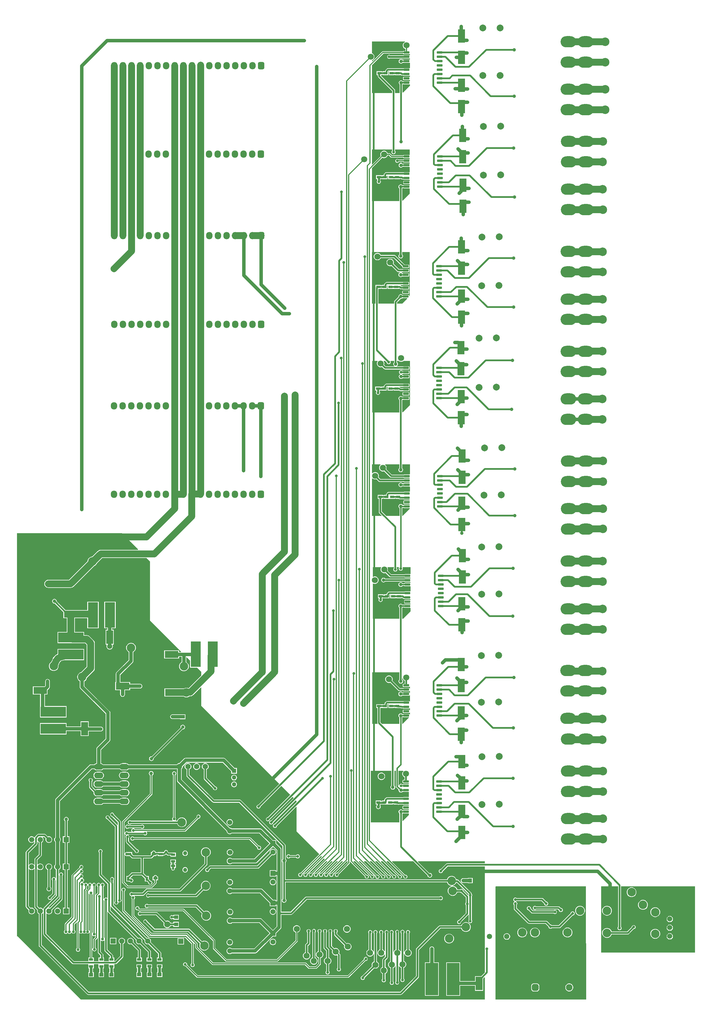
<source format=gbr>
%TF.GenerationSoftware,Altium Limited,Altium Designer,24.10.1 (45)*%
G04 Layer_Physical_Order=1*
G04 Layer_Color=255*
%FSLAX43Y43*%
%MOMM*%
%TF.SameCoordinates,766D9AF5-BA92-4156-BEB6-FD46E2A8267A*%
%TF.FilePolarity,Positive*%
%TF.FileFunction,Copper,L1,Top,Signal*%
%TF.Part,Single*%
G01*
G75*
%TA.AperFunction,Conductor*%
%ADD10C,2.000*%
%TA.AperFunction,SMDPad,CuDef*%
%ADD11R,3.000X7.500*%
%ADD12R,7.500X3.000*%
%ADD13R,3.750X9.500*%
%ADD14R,1.100X1.200*%
%ADD15R,1.250X0.800*%
%ADD16R,0.800X1.250*%
%ADD17R,1.200X1.100*%
%ADD18R,4.000X2.000*%
G04:AMPARAMS|DCode=19|XSize=1.65mm|YSize=0.6mm|CornerRadius=0.051mm|HoleSize=0mm|Usage=FLASHONLY|Rotation=0.000|XOffset=0mm|YOffset=0mm|HoleType=Round|Shape=RoundedRectangle|*
%AMROUNDEDRECTD19*
21,1,1.650,0.498,0,0,0.0*
21,1,1.548,0.600,0,0,0.0*
1,1,0.102,0.774,-0.249*
1,1,0.102,-0.774,-0.249*
1,1,0.102,-0.774,0.249*
1,1,0.102,0.774,0.249*
%
%ADD19ROUNDEDRECTD19*%
%ADD20R,2.000X4.000*%
%TA.AperFunction,Conductor*%
%ADD21C,0.500*%
%ADD22C,0.600*%
%ADD23C,1.000*%
%ADD24C,0.300*%
%ADD25C,0.400*%
%ADD26C,0.580*%
%ADD27C,0.800*%
%TA.AperFunction,ComponentPad*%
%ADD28R,1.500X1.500*%
%ADD29C,1.500*%
%ADD30C,1.550*%
%ADD31R,1.550X1.550*%
%ADD32C,1.800*%
%ADD33O,2.700X1.750*%
%ADD34C,2.500*%
%ADD35R,1.500X1.500*%
%ADD36C,1.300*%
%ADD37R,1.300X1.300*%
%ADD38C,1.200*%
%ADD39C,1.600*%
G04:AMPARAMS|DCode=40|XSize=1.6mm|YSize=1.6mm|CornerRadius=0.4mm|HoleSize=0mm|Usage=FLASHONLY|Rotation=180.000|XOffset=0mm|YOffset=0mm|HoleType=Round|Shape=RoundedRectangle|*
%AMROUNDEDRECTD40*
21,1,1.600,0.800,0,0,180.0*
21,1,0.800,1.600,0,0,180.0*
1,1,0.800,-0.400,0.400*
1,1,0.800,0.400,0.400*
1,1,0.800,0.400,-0.400*
1,1,0.800,-0.400,-0.400*
%
%ADD40ROUNDEDRECTD40*%
%ADD41C,1.950*%
G04:AMPARAMS|DCode=42|XSize=1.95mm|YSize=1.95mm|CornerRadius=0.488mm|HoleSize=0mm|Usage=FLASHONLY|Rotation=0.000|XOffset=0mm|YOffset=0mm|HoleType=Round|Shape=RoundedRectangle|*
%AMROUNDEDRECTD42*
21,1,1.950,0.975,0,0,0.0*
21,1,0.975,1.950,0,0,0.0*
1,1,0.975,0.488,-0.488*
1,1,0.975,-0.488,-0.488*
1,1,0.975,-0.488,0.488*
1,1,0.975,0.488,0.488*
%
%ADD42ROUNDEDRECTD42*%
%ADD43O,1.905X2.159*%
G04:AMPARAMS|DCode=44|XSize=1.905mm|YSize=2.159mm|CornerRadius=0.476mm|HoleSize=0mm|Usage=FLASHONLY|Rotation=0.000|XOffset=0mm|YOffset=0mm|HoleType=Round|Shape=RoundedRectangle|*
%AMROUNDEDRECTD44*
21,1,1.905,1.206,0,0,0.0*
21,1,0.953,2.159,0,0,0.0*
1,1,0.953,0.476,-0.603*
1,1,0.953,-0.476,-0.603*
1,1,0.953,-0.476,0.603*
1,1,0.953,0.476,0.603*
%
%ADD44ROUNDEDRECTD44*%
%ADD45C,2.000*%
%ADD46O,4.572X3.302*%
G04:AMPARAMS|DCode=47|XSize=1.95mm|YSize=1.95mm|CornerRadius=0.488mm|HoleSize=0mm|Usage=FLASHONLY|Rotation=270.000|XOffset=0mm|YOffset=0mm|HoleType=Round|Shape=RoundedRectangle|*
%AMROUNDEDRECTD47*
21,1,1.950,0.975,0,0,270.0*
21,1,0.975,1.950,0,0,270.0*
1,1,0.975,-0.488,-0.488*
1,1,0.975,-0.488,0.488*
1,1,0.975,0.488,0.488*
1,1,0.975,0.488,-0.488*
%
%ADD47ROUNDEDRECTD47*%
%TA.AperFunction,ViaPad*%
%ADD48C,0.800*%
%ADD49C,1.000*%
%ADD50C,2.000*%
%ADD51C,0.700*%
%ADD52C,1.500*%
G36*
X114398Y281786D02*
X114152Y281644D01*
X113951Y281442D01*
X113809Y281196D01*
X113735Y280922D01*
Y280637D01*
X113809Y280362D01*
X113951Y280116D01*
X114152Y279915D01*
X114398Y279773D01*
X114479Y279751D01*
Y279162D01*
X114041D01*
X113951Y279144D01*
X113874Y279093D01*
X113823Y279017D01*
X113823Y279014D01*
X107903D01*
X107903Y279014D01*
X107774Y278988D01*
X107665Y278915D01*
X107665Y278915D01*
X104822Y276073D01*
X104704Y276121D01*
Y276384D01*
X104742Y276394D01*
X104988Y276536D01*
X105189Y276737D01*
X105331Y276983D01*
X105405Y277258D01*
Y277542D01*
X105331Y277817D01*
X105189Y278063D01*
X104988Y278264D01*
X104742Y278406D01*
X104704Y278416D01*
Y281912D01*
X114381D01*
X114398Y281786D01*
D02*
G37*
G36*
X113823Y278338D02*
X113874Y278262D01*
X113951Y278211D01*
X114041Y278193D01*
X115589D01*
X115679Y278211D01*
X115709Y278231D01*
X115836Y278171D01*
Y277915D01*
X115709Y277854D01*
X115679Y277874D01*
X115589Y277892D01*
X114041D01*
X114014Y277887D01*
X110059D01*
X110054Y277892D01*
X109840Y277980D01*
X109610D01*
X109396Y277892D01*
X109233Y277729D01*
X109145Y277515D01*
Y277285D01*
X109233Y277071D01*
X109396Y276908D01*
X109610Y276820D01*
X109840D01*
X110054Y276908D01*
X110074Y276928D01*
X114014D01*
X114041Y276923D01*
X115589D01*
X115679Y276941D01*
X115709Y276961D01*
X115836Y276900D01*
Y276645D01*
X115709Y276584D01*
X115679Y276604D01*
X115589Y276622D01*
X114041D01*
X113951Y276604D01*
X113882Y276558D01*
X113867Y276553D01*
X113737Y276549D01*
X113643Y276644D01*
X113487Y276734D01*
X113315Y276780D01*
X113135D01*
X112963Y276734D01*
X112807Y276644D01*
X112681Y276518D01*
X112591Y276362D01*
X112545Y276190D01*
Y276010D01*
X112591Y275838D01*
X112681Y275682D01*
X112807Y275556D01*
X112963Y275466D01*
X113135Y275420D01*
X113315D01*
X113487Y275466D01*
X113643Y275556D01*
X113757Y275670D01*
X113789Y275684D01*
X113916Y275694D01*
X113951Y275671D01*
X114041Y275653D01*
X115589D01*
X115679Y275671D01*
X115709Y275691D01*
X115836Y275630D01*
Y274105D01*
X115709Y274044D01*
X115679Y274064D01*
X115589Y274082D01*
X114041D01*
X113951Y274064D01*
X113909Y274036D01*
X109335D01*
X109168Y274003D01*
X109025Y273908D01*
X108732Y273615D01*
X108637Y273472D01*
X108604Y273305D01*
Y273183D01*
X107862D01*
Y273041D01*
X107652D01*
Y273183D01*
X106042D01*
Y272023D01*
X106398D01*
Y271739D01*
X106431Y271571D01*
X106526Y271429D01*
X110586Y267369D01*
Y266753D01*
X104704D01*
Y275004D01*
X108042Y278341D01*
X113823D01*
X113823Y278338D01*
D02*
G37*
G36*
X109645Y272023D02*
X111255D01*
Y272164D01*
X111415D01*
Y272023D01*
X113025D01*
Y272032D01*
X113152Y272085D01*
X113219Y272018D01*
X113361Y271922D01*
X113529Y271889D01*
X113909D01*
X113951Y271861D01*
X114041Y271843D01*
X115589D01*
X115679Y271861D01*
X115709Y271881D01*
X115836Y271820D01*
Y271565D01*
X115709Y271504D01*
X115679Y271524D01*
X115589Y271542D01*
X114041D01*
X113951Y271524D01*
X113874Y271473D01*
X113823Y271397D01*
X113806Y271307D01*
Y270809D01*
X113823Y270718D01*
X113874Y270642D01*
X113951Y270591D01*
X114041Y270573D01*
X115589D01*
X115679Y270591D01*
X115709Y270611D01*
X115836Y270550D01*
Y270295D01*
X115709Y270234D01*
X115679Y270254D01*
X115589Y270272D01*
X114041D01*
X113951Y270254D01*
X113909Y270226D01*
X113777D01*
X113672Y270332D01*
X113517Y270421D01*
X113344Y270468D01*
X113165D01*
X112992Y270421D01*
X112837Y270332D01*
X112710Y270205D01*
X112620Y270050D01*
X112574Y269877D01*
Y269698D01*
X112620Y269525D01*
X112710Y269370D01*
X112816Y269264D01*
Y266753D01*
X111463D01*
Y267550D01*
X111430Y267718D01*
X111335Y267860D01*
X107300Y271896D01*
X107335Y272023D01*
X107652D01*
Y272164D01*
X107862D01*
Y272023D01*
X109472D01*
Y272710D01*
X109481Y272753D01*
Y273123D01*
X109517Y273159D01*
X109645D01*
Y272023D01*
D02*
G37*
G36*
X113951Y269321D02*
X114041Y269303D01*
X115589D01*
X115679Y269321D01*
X115709Y269341D01*
X115836Y269280D01*
Y268943D01*
X113810Y266917D01*
X113692Y266966D01*
Y269264D01*
X113777Y269349D01*
X113909D01*
X113951Y269321D01*
D02*
G37*
G36*
X115806Y248684D02*
X115679Y248593D01*
X115661Y248597D01*
X114113D01*
X114023Y248579D01*
X113947Y248528D01*
X113896Y248452D01*
X113895Y248449D01*
X110577D01*
X110063Y248963D01*
X109954Y249036D01*
X109825Y249061D01*
X109825Y249061D01*
X109253D01*
X109231Y249142D01*
X109089Y249388D01*
X108888Y249589D01*
X108642Y249731D01*
X108367Y249805D01*
X108083D01*
X107808Y249731D01*
X107562Y249589D01*
X107361Y249388D01*
X107219Y249142D01*
X107145Y248867D01*
Y248583D01*
X107219Y248308D01*
X107254Y248247D01*
X104792Y245786D01*
X104675Y245835D01*
Y250158D01*
X110586D01*
Y249785D01*
X110533Y249731D01*
X110445Y249518D01*
Y249288D01*
X110533Y249074D01*
X110696Y248911D01*
X110909Y248823D01*
X111140D01*
X111353Y248911D01*
X111516Y249074D01*
X111605Y249288D01*
Y249518D01*
X111516Y249731D01*
X111463Y249785D01*
Y250158D01*
X115806D01*
Y248684D01*
D02*
G37*
G36*
X110200Y247875D02*
X110200Y247875D01*
X110309Y247802D01*
X110437Y247776D01*
X110437Y247776D01*
X113895D01*
X113896Y247773D01*
X113947Y247697D01*
X114023Y247646D01*
X114113Y247628D01*
X115661D01*
X115679Y247632D01*
X115806Y247541D01*
Y247414D01*
X115679Y247323D01*
X115661Y247327D01*
X114113D01*
X114023Y247309D01*
X113947Y247258D01*
X113896Y247182D01*
X113895Y247179D01*
X112566D01*
X112429Y247317D01*
X112215Y247405D01*
X111985D01*
X111771Y247317D01*
X111608Y247154D01*
X111520Y246940D01*
Y246710D01*
X111608Y246496D01*
X111771Y246333D01*
X111985Y246245D01*
X112215D01*
X112429Y246333D01*
X112592Y246496D01*
X112596Y246506D01*
X113895D01*
X113896Y246503D01*
X113947Y246427D01*
X114023Y246376D01*
X114113Y246358D01*
X115661D01*
X115679Y246362D01*
X115806Y246271D01*
Y246144D01*
X115679Y246053D01*
X115661Y246057D01*
X114113D01*
X114023Y246039D01*
X113947Y245988D01*
X113928Y245960D01*
X113748D01*
X113744Y245968D01*
X113618Y246094D01*
X113462Y246184D01*
X113290Y246230D01*
X113110D01*
X112938Y246184D01*
X112782Y246094D01*
X112656Y245968D01*
X112566Y245812D01*
X112520Y245640D01*
Y245460D01*
X112566Y245288D01*
X112656Y245132D01*
X112782Y245006D01*
X112938Y244916D01*
X113110Y244870D01*
X113290D01*
X113462Y244916D01*
X113618Y245006D01*
X113744Y245132D01*
X113774Y245185D01*
X113928D01*
X113947Y245157D01*
X114023Y245106D01*
X114113Y245088D01*
X115661D01*
X115679Y245092D01*
X115806Y245001D01*
Y243604D01*
X115679Y243513D01*
X115661Y243517D01*
X114113D01*
X114023Y243499D01*
X113981Y243471D01*
X108857D01*
X108689Y243438D01*
X108547Y243343D01*
X108272Y243068D01*
X108177Y242925D01*
X108144Y242758D01*
Y242602D01*
X107668D01*
Y242511D01*
X107488D01*
Y242592D01*
X105878D01*
Y241432D01*
X106204D01*
Y241031D01*
X106202Y241029D01*
X106113Y240815D01*
Y240585D01*
X106202Y240371D01*
X106365Y240208D01*
X106578Y240120D01*
X106809D01*
X107022Y240208D01*
X107185Y240371D01*
X107273Y240585D01*
Y240815D01*
X107185Y241029D01*
X107183Y241031D01*
Y241432D01*
X107488D01*
Y241532D01*
X107668D01*
Y241442D01*
X109278D01*
Y242489D01*
X109331Y242532D01*
X109458Y242472D01*
Y241432D01*
X111068D01*
Y241529D01*
X111267D01*
Y241432D01*
X112877D01*
Y241529D01*
X113281D01*
X113357Y241453D01*
X113499Y241357D01*
X113667Y241324D01*
X113981D01*
X114023Y241296D01*
X114113Y241278D01*
X115661D01*
X115679Y241282D01*
X115806Y241191D01*
Y241064D01*
X115679Y240973D01*
X115661Y240977D01*
X114113D01*
X114023Y240959D01*
X113947Y240908D01*
X113896Y240832D01*
X113878Y240742D01*
Y240244D01*
X113896Y240153D01*
X113947Y240077D01*
X114023Y240026D01*
X114113Y240008D01*
X115661D01*
X115679Y240012D01*
X115806Y239921D01*
Y239794D01*
X115679Y239703D01*
X115661Y239707D01*
X114113D01*
X114023Y239689D01*
X113981Y239661D01*
X113676D01*
X113568Y239769D01*
X113412Y239859D01*
X113240Y239905D01*
X113060D01*
X112888Y239859D01*
X112732Y239769D01*
X112606Y239643D01*
X112516Y239487D01*
X112470Y239315D01*
Y239135D01*
X112516Y238963D01*
X112606Y238807D01*
X112712Y238702D01*
Y234998D01*
X104675D01*
Y244717D01*
X107725Y247767D01*
X107808Y247719D01*
X108083Y247645D01*
X108367D01*
X108642Y247719D01*
X108888Y247861D01*
X109089Y248062D01*
X109231Y248308D01*
X109253Y248389D01*
X109686D01*
X110200Y247875D01*
D02*
G37*
G36*
X114023Y238756D02*
X114113Y238738D01*
X115661D01*
X115679Y238742D01*
X115806Y238651D01*
Y237188D01*
X113715Y235098D01*
X113588Y235150D01*
Y238702D01*
X113671Y238784D01*
X113981D01*
X114023Y238756D01*
D02*
G37*
G36*
X115786Y218049D02*
Y207133D01*
X115762Y207117D01*
X115635Y207185D01*
Y207198D01*
X115617Y207288D01*
X115566Y207364D01*
X115489Y207415D01*
X115399Y207433D01*
X113851D01*
X113761Y207415D01*
X113719Y207387D01*
X113704D01*
X113598Y207493D01*
X113443Y207582D01*
X113270Y207629D01*
X113091D01*
X112918Y207582D01*
X112763Y207493D01*
X112637Y207366D01*
X112547Y207211D01*
X112501Y207038D01*
Y206889D01*
X111315Y205703D01*
X111220Y205560D01*
X111187Y205393D01*
Y204853D01*
X106549D01*
Y209170D01*
X106554Y209178D01*
X107345D01*
Y209325D01*
X107510D01*
Y209184D01*
X109120D01*
Y209871D01*
X109129Y209914D01*
Y210211D01*
X109163Y210244D01*
X109290Y210191D01*
Y209184D01*
X110900D01*
Y209184D01*
X111015Y209179D01*
Y209179D01*
X111025Y209179D01*
X112625D01*
Y209329D01*
X112752Y209344D01*
X112871Y209226D01*
X113013Y209131D01*
X113181Y209097D01*
X113668D01*
X113685Y209073D01*
X113761Y209022D01*
X113851Y209004D01*
X115399D01*
X115489Y209022D01*
X115566Y209073D01*
X115617Y209149D01*
X115635Y209240D01*
Y209738D01*
X115617Y209828D01*
X115566Y209904D01*
X115489Y209955D01*
X115399Y209973D01*
X114583D01*
X114578Y209974D01*
X113362D01*
X113233Y210104D01*
X113091Y210199D01*
X113105Y210325D01*
X113711D01*
X113761Y210292D01*
X113851Y210274D01*
X115399D01*
X115489Y210292D01*
X115566Y210343D01*
X115617Y210419D01*
X115635Y210510D01*
Y211008D01*
X115617Y211098D01*
X115566Y211174D01*
X115489Y211225D01*
X115399Y211243D01*
X113851D01*
X113761Y211225D01*
X113726Y211202D01*
X108983D01*
X108815Y211169D01*
X108673Y211074D01*
X108380Y210781D01*
X108285Y210638D01*
X108252Y210471D01*
Y210344D01*
X107510D01*
Y210202D01*
X107345D01*
Y210338D01*
X105735D01*
Y209651D01*
X105727Y209608D01*
Y209516D01*
X105705Y209483D01*
X105672Y209316D01*
Y204853D01*
X104655D01*
Y220012D01*
X112712D01*
Y219348D01*
X112606Y219243D01*
X112516Y219087D01*
X112470Y218915D01*
Y218735D01*
X112516Y218563D01*
X112606Y218407D01*
X112732Y218281D01*
X112888Y218191D01*
X113060Y218145D01*
X113240D01*
X113412Y218191D01*
X113568Y218281D01*
X113694Y218407D01*
X113784Y218563D01*
X113830Y218735D01*
Y218915D01*
X113784Y219087D01*
X113694Y219243D01*
X113588Y219348D01*
Y220012D01*
X115786D01*
Y218049D01*
D02*
G37*
G36*
X113761Y206482D02*
X113851Y206464D01*
X115041D01*
X115089Y206347D01*
X113595Y204853D01*
X112063D01*
Y205211D01*
X113121Y206269D01*
X113270D01*
X113443Y206315D01*
X113598Y206404D01*
X113704Y206510D01*
X113719D01*
X113761Y206482D01*
D02*
G37*
G36*
X115886Y186074D02*
Y175068D01*
X113727Y172910D01*
X113600Y172955D01*
Y176475D01*
X113706Y176580D01*
X113814Y176602D01*
X113904Y176584D01*
X115452D01*
X115542Y176602D01*
X115618Y176653D01*
X115669Y176730D01*
X115687Y176820D01*
Y177318D01*
X115669Y177408D01*
X115618Y177484D01*
X115542Y177535D01*
X115452Y177553D01*
X113904D01*
X113814Y177535D01*
X113771Y177507D01*
X113614D01*
X113579Y177542D01*
X113424Y177632D01*
X113251Y177678D01*
X113072D01*
X112899Y177632D01*
X112744Y177542D01*
X112618Y177415D01*
X112528Y177260D01*
X112482Y177087D01*
Y176908D01*
X112528Y176735D01*
X112618Y176580D01*
X112723Y176475D01*
Y172878D01*
X104755D01*
Y188037D01*
X106297D01*
X106345Y187910D01*
X106219Y187692D01*
X106145Y187417D01*
Y187133D01*
X106219Y186858D01*
X106361Y186612D01*
X106562Y186411D01*
X106808Y186269D01*
X107083Y186195D01*
X107367D01*
X107618Y186262D01*
X108231Y185649D01*
X108373Y185554D01*
X108541Y185520D01*
X113771D01*
X113814Y185492D01*
X113904Y185474D01*
X115452D01*
X115542Y185492D01*
X115618Y185543D01*
X115669Y185620D01*
X115687Y185710D01*
Y186208D01*
X115669Y186298D01*
X115618Y186374D01*
X115542Y186425D01*
X115452Y186443D01*
X113904D01*
X113814Y186425D01*
X113771Y186397D01*
X112003D01*
X111969Y186524D01*
X112068Y186581D01*
X112194Y186707D01*
X112284Y186863D01*
X112330Y187035D01*
Y187215D01*
X112284Y187387D01*
X112194Y187543D01*
X112068Y187669D01*
X112063Y187671D01*
Y188037D01*
X112529D01*
X112596Y187970D01*
X112843Y187828D01*
X113117Y187754D01*
X113402D01*
X113676Y187828D01*
X113923Y187970D01*
X113990Y188037D01*
X115886D01*
Y186074D01*
D02*
G37*
G36*
X111187Y187623D02*
X111106Y187543D01*
X111016Y187387D01*
X110970Y187215D01*
Y187035D01*
X111016Y186863D01*
X111106Y186707D01*
X111232Y186581D01*
X111331Y186524D01*
X111297Y186397D01*
X108723D01*
X108238Y186882D01*
X108305Y187133D01*
Y187417D01*
X108231Y187692D01*
X108105Y187910D01*
X108153Y188037D01*
X108593D01*
X109020Y187610D01*
Y187535D01*
X109108Y187321D01*
X109271Y187158D01*
X109485Y187070D01*
X109715D01*
X109929Y187158D01*
X110092Y187321D01*
X110180Y187535D01*
Y187765D01*
X110120Y187910D01*
X110199Y188037D01*
X111187D01*
Y187623D01*
D02*
G37*
G36*
X115836Y155624D02*
Y154740D01*
X115713Y154638D01*
X114165D01*
X114075Y154620D01*
X114033Y154592D01*
X110503D01*
X108888Y156207D01*
X108955Y156458D01*
Y156742D01*
X108881Y157017D01*
X108739Y157263D01*
X108542Y157460D01*
X108543Y157487D01*
X108570Y157587D01*
X112723D01*
Y156535D01*
X112606Y156418D01*
X112516Y156262D01*
X112470Y156090D01*
Y155910D01*
X112516Y155738D01*
X112606Y155582D01*
X112732Y155456D01*
X112888Y155366D01*
X113060Y155320D01*
X113240D01*
X113412Y155366D01*
X113568Y155456D01*
X113694Y155582D01*
X113784Y155738D01*
X113830Y155910D01*
Y156090D01*
X113784Y156262D01*
X113694Y156418D01*
X113600Y156511D01*
Y157587D01*
X115836D01*
Y155624D01*
D02*
G37*
G36*
X107207Y157487D02*
X107208Y157460D01*
X107011Y157263D01*
X106869Y157017D01*
X106795Y156742D01*
Y156458D01*
X106869Y156183D01*
X107011Y155937D01*
X107212Y155736D01*
X107458Y155594D01*
X107733Y155520D01*
X108017D01*
X108268Y155587D01*
X110011Y153844D01*
X110153Y153749D01*
X110321Y153715D01*
X114033D01*
X114075Y153687D01*
X114165Y153669D01*
X115713D01*
X115814Y153586D01*
Y153452D01*
X115713Y153368D01*
X114165D01*
X114075Y153350D01*
X114033Y153322D01*
X107173D01*
X106613Y153882D01*
X106680Y154133D01*
Y154417D01*
X106606Y154692D01*
X106464Y154938D01*
X106263Y155139D01*
X106017Y155281D01*
X105742Y155355D01*
X105458D01*
X105183Y155281D01*
X104937Y155139D01*
X104831Y155034D01*
X104704Y155086D01*
Y157587D01*
X107180D01*
X107207Y157487D01*
D02*
G37*
G36*
X104937Y153411D02*
X105183Y153269D01*
X105458Y153195D01*
X105742D01*
X105993Y153262D01*
X106681Y152574D01*
X106823Y152479D01*
X106991Y152445D01*
X114033D01*
X114075Y152417D01*
X114165Y152399D01*
X115713D01*
X115814Y152316D01*
Y152182D01*
X115713Y152098D01*
X114165D01*
X114075Y152080D01*
X113998Y152029D01*
X113979Y152001D01*
X113723D01*
X113706Y152031D01*
X113579Y152158D01*
X113424Y152247D01*
X113251Y152294D01*
X113072D01*
X112899Y152247D01*
X112744Y152158D01*
X112618Y152031D01*
X112528Y151876D01*
X112482Y151703D01*
Y151524D01*
X112528Y151351D01*
X112618Y151196D01*
X112744Y151070D01*
X112899Y150980D01*
X113072Y150934D01*
X113251D01*
X113424Y150980D01*
X113579Y151070D01*
X113706Y151196D01*
X113723Y151226D01*
X113979D01*
X113998Y151198D01*
X114075Y151147D01*
X114165Y151129D01*
X115713D01*
X115836Y151028D01*
Y149660D01*
X115713Y149558D01*
X114165D01*
X114075Y149540D01*
X114033Y149512D01*
X109581D01*
X109413Y149479D01*
X109271Y149384D01*
X108978Y149091D01*
X108883Y148949D01*
X108849Y148781D01*
Y148629D01*
X108129D01*
Y148517D01*
X107949D01*
Y148659D01*
X106339D01*
Y147499D01*
X106706D01*
Y143595D01*
X106739Y143427D01*
X106834Y143285D01*
X107574Y142545D01*
X107525Y142428D01*
X104704D01*
Y153464D01*
X104831Y153516D01*
X104937Y153411D01*
D02*
G37*
G36*
X111599Y147499D02*
X112589D01*
X112594Y147494D01*
X112736Y147399D01*
X112904Y147365D01*
X114033D01*
X114075Y147337D01*
X114165Y147319D01*
X115713D01*
X115814Y147236D01*
Y147102D01*
X115713Y147018D01*
X114165D01*
X114075Y147000D01*
X113998Y146949D01*
X113947Y146873D01*
X113929Y146783D01*
Y146285D01*
X113947Y146195D01*
X113998Y146118D01*
X114075Y146067D01*
X114165Y146049D01*
X115713D01*
X115814Y145966D01*
Y145832D01*
X115713Y145748D01*
X114165D01*
X114075Y145730D01*
X113998Y145679D01*
X113979Y145651D01*
X113757D01*
X113719Y145718D01*
X113593Y145844D01*
X113437Y145934D01*
X113265Y145980D01*
X113085D01*
X112913Y145934D01*
X112757Y145844D01*
X112631Y145718D01*
X112541Y145562D01*
X112495Y145390D01*
Y145210D01*
X112541Y145038D01*
X112631Y144882D01*
X112757Y144756D01*
X112788Y144738D01*
Y142428D01*
X108931D01*
X107582Y143777D01*
Y147499D01*
X107949D01*
Y147641D01*
X108129D01*
Y147469D01*
X109722D01*
X109739Y147469D01*
Y147469D01*
X109849D01*
Y147469D01*
X111459D01*
Y147641D01*
X111599D01*
Y147499D01*
D02*
G37*
G36*
X113998Y144848D02*
X114075Y144797D01*
X114165Y144779D01*
X115713D01*
X115781Y144723D01*
X115787Y144570D01*
X113689Y142472D01*
X113562Y142525D01*
Y144738D01*
X113593Y144756D01*
X113713Y144876D01*
X113979D01*
X113998Y144848D01*
D02*
G37*
G36*
X116036Y125436D02*
X115915Y125334D01*
X114367D01*
X114277Y125316D01*
X114235Y125287D01*
X110361D01*
X109316Y126332D01*
X109383Y126583D01*
Y126867D01*
X109310Y127142D01*
X109227Y127285D01*
X109300Y127412D01*
X111087D01*
Y127107D01*
X111033Y127054D01*
X110945Y126840D01*
Y126610D01*
X111033Y126396D01*
X111196Y126233D01*
X111410Y126145D01*
X111640D01*
X111854Y126233D01*
X112017Y126396D01*
X112105Y126610D01*
Y126840D01*
X112017Y127054D01*
X111963Y127107D01*
Y127412D01*
X112601D01*
X112665Y127285D01*
X112595Y127115D01*
Y126885D01*
X112683Y126671D01*
X112846Y126508D01*
X113060Y126420D01*
X113290D01*
X113504Y126508D01*
X113667Y126671D01*
X113755Y126885D01*
Y127115D01*
X113685Y127285D01*
X113749Y127412D01*
X116036D01*
Y125436D01*
D02*
G37*
G36*
X107380Y127285D02*
X107297Y127142D01*
X107223Y126867D01*
Y126583D01*
X107297Y126308D01*
X107439Y126062D01*
X107640Y125861D01*
X107886Y125719D01*
X108161Y125645D01*
X108445D01*
X108696Y125712D01*
X109869Y124539D01*
X110011Y124444D01*
X110179Y124411D01*
X114235D01*
X114277Y124382D01*
X114367Y124364D01*
X115915D01*
X116012Y124282D01*
Y124146D01*
X115915Y124064D01*
X114367D01*
X114277Y124046D01*
X114235Y124017D01*
X108644D01*
X108644Y124018D01*
X108518Y124144D01*
X108362Y124234D01*
X108190Y124280D01*
X108010D01*
X107838Y124234D01*
X107682Y124144D01*
X107556Y124018D01*
X107466Y123862D01*
X107420Y123690D01*
Y123510D01*
X107466Y123338D01*
X107556Y123182D01*
X107682Y123056D01*
X107838Y122966D01*
X108010Y122920D01*
X108190D01*
X108362Y122966D01*
X108518Y123056D01*
X108602Y123141D01*
X114235D01*
X114277Y123112D01*
X114367Y123094D01*
X115915D01*
X116012Y123012D01*
Y122876D01*
X115915Y122794D01*
X114367D01*
X114277Y122776D01*
X114200Y122725D01*
X114182Y122696D01*
X113706D01*
X113694Y122718D01*
X113568Y122844D01*
X113412Y122934D01*
X113240Y122980D01*
X113060D01*
X112888Y122934D01*
X112732Y122844D01*
X112606Y122718D01*
X112516Y122562D01*
X112470Y122390D01*
Y122210D01*
X112516Y122038D01*
X112606Y121882D01*
X112732Y121756D01*
X112888Y121666D01*
X113060Y121620D01*
X113240D01*
X113412Y121666D01*
X113568Y121756D01*
X113694Y121882D01*
X113717Y121922D01*
X114182D01*
X114200Y121893D01*
X114277Y121842D01*
X114367Y121824D01*
X115915D01*
X116036Y121722D01*
Y120356D01*
X115915Y120254D01*
X114367D01*
X114277Y120236D01*
X114235Y120207D01*
X109733D01*
X109565Y120174D01*
X109423Y120079D01*
X109130Y119786D01*
X109035Y119644D01*
X109002Y119476D01*
Y119404D01*
X108260D01*
Y119311D01*
X108140Y119255D01*
X108043Y119306D01*
Y119404D01*
X106433D01*
Y118244D01*
X106748D01*
Y118107D01*
X106744Y118104D01*
X106656Y117890D01*
Y117660D01*
X106744Y117446D01*
X106907Y117283D01*
X107121Y117195D01*
X107351D01*
X107564Y117283D01*
X107728Y117446D01*
X107816Y117660D01*
Y117890D01*
X107728Y118104D01*
X107726Y118105D01*
Y118244D01*
X107918D01*
X107966Y118235D01*
X109190D01*
X109238Y118244D01*
X109870D01*
Y118932D01*
X109879Y118974D01*
Y119295D01*
X109915Y119331D01*
X110063D01*
Y118244D01*
X111673D01*
Y118386D01*
X111840D01*
Y118244D01*
X113450D01*
Y118386D01*
X113599D01*
X113774Y118211D01*
X113916Y118116D01*
X114084Y118083D01*
X114201D01*
X114277Y118032D01*
X114367Y118014D01*
X115915D01*
X116012Y117932D01*
Y117796D01*
X115915Y117714D01*
X114367D01*
X114277Y117696D01*
X114200Y117645D01*
X114149Y117568D01*
X114131Y117478D01*
Y116980D01*
X114149Y116890D01*
X114200Y116813D01*
X114277Y116762D01*
X114367Y116744D01*
X115915D01*
X116012Y116662D01*
Y116526D01*
X115915Y116444D01*
X114367D01*
X114277Y116426D01*
X114235Y116397D01*
X113682D01*
X113577Y116503D01*
X113421Y116593D01*
X113249Y116639D01*
X113069D01*
X112897Y116593D01*
X112741Y116503D01*
X112615Y116377D01*
X112525Y116221D01*
X112479Y116049D01*
Y115869D01*
X112525Y115697D01*
X112615Y115541D01*
X112721Y115436D01*
Y112253D01*
X104905D01*
Y122595D01*
X105014Y122659D01*
X105127Y122594D01*
X105402Y122520D01*
X105686D01*
X105961Y122594D01*
X106207Y122736D01*
X106408Y122937D01*
X106550Y123183D01*
X106624Y123458D01*
Y123742D01*
X106550Y124017D01*
X106408Y124263D01*
X106207Y124464D01*
X105961Y124606D01*
X105686Y124680D01*
X105402D01*
X105127Y124606D01*
X105014Y124541D01*
X104905Y124605D01*
Y127412D01*
X107306D01*
X107380Y127285D01*
D02*
G37*
G36*
X114277Y115492D02*
X114367Y115474D01*
X115915D01*
X116036Y115372D01*
Y114443D01*
X113845Y112253D01*
X113597D01*
Y115436D01*
X113682Y115521D01*
X114235D01*
X114277Y115492D01*
D02*
G37*
G36*
X35913Y132637D02*
X35865Y132519D01*
X24904D01*
X24596Y132479D01*
X24309Y132360D01*
X24062Y132171D01*
X22389Y130497D01*
X22287D01*
X21923Y130400D01*
X21597Y130211D01*
X21331Y129945D01*
X21142Y129619D01*
X21045Y129255D01*
Y129153D01*
X15582Y123690D01*
X9500D01*
X9192Y123650D01*
X8905Y123531D01*
X8658Y123342D01*
X8469Y123095D01*
X8350Y122808D01*
X8310Y122500D01*
X8350Y122192D01*
X8469Y121905D01*
X8658Y121659D01*
X8905Y121470D01*
X9192Y121351D01*
X9500Y121310D01*
X16075D01*
X16383Y121351D01*
X16670Y121470D01*
X16917Y121659D01*
X22980Y127722D01*
X23027Y127734D01*
X23353Y127923D01*
X23619Y128189D01*
X23808Y128515D01*
X23820Y128562D01*
X25397Y130139D01*
X38411D01*
X39425Y129125D01*
Y111700D01*
X48563Y102562D01*
X48515Y102445D01*
X47945D01*
Y102939D01*
X43585D01*
Y100579D01*
X47200D01*
X47224Y100574D01*
X47289Y100579D01*
X47945D01*
Y101073D01*
X48694D01*
Y99524D01*
X48502Y99413D01*
X48236Y99147D01*
X48047Y98821D01*
X47950Y98457D01*
Y98081D01*
X48047Y97717D01*
X48236Y97391D01*
X48502Y97125D01*
X48828Y96936D01*
X49192Y96839D01*
X49568D01*
X49932Y96936D01*
X50258Y97125D01*
X50524Y97391D01*
X50713Y97717D01*
X50810Y98081D01*
Y98457D01*
X50713Y98821D01*
X50524Y99147D01*
X50258Y99413D01*
X50066Y99524D01*
Y100894D01*
X50183Y100942D01*
X51200Y99925D01*
Y97859D01*
X53266D01*
X54475Y96650D01*
Y95534D01*
X50762Y91820D01*
X50744D01*
X50663Y91867D01*
X50300Y91964D01*
X49923D01*
X49559Y91867D01*
X49313Y91724D01*
X45805D01*
X45728Y91714D01*
X43625D01*
Y89354D01*
X45728D01*
X45805Y89344D01*
X49313D01*
X49559Y89201D01*
X49923Y89104D01*
X50300D01*
X50663Y89201D01*
X50989Y89390D01*
X51039Y89439D01*
X51255D01*
X51563Y89480D01*
X51850Y89599D01*
X52096Y89788D01*
X54358Y92050D01*
X54475Y92001D01*
Y86694D01*
X77425Y63745D01*
X71260Y57580D01*
X71185D01*
X70971Y57492D01*
X70808Y57329D01*
X70720Y57115D01*
Y56885D01*
X70808Y56671D01*
X70971Y56508D01*
X71185Y56420D01*
X71415D01*
X71629Y56508D01*
X71792Y56671D01*
X71880Y56885D01*
Y56960D01*
X78045Y63125D01*
X80662Y60507D01*
X74060Y53905D01*
X73960D01*
X73746Y53817D01*
X73583Y53654D01*
X73495Y53440D01*
Y53210D01*
X73583Y52996D01*
X73746Y52833D01*
X73960Y52745D01*
X74190D01*
X74404Y52833D01*
X74567Y52996D01*
X74655Y53210D01*
Y53260D01*
X81282Y59887D01*
X81625Y59545D01*
X75035Y52955D01*
X74960D01*
X74746Y52867D01*
X74583Y52704D01*
X74495Y52490D01*
Y52260D01*
X74583Y52046D01*
X74746Y51883D01*
X74960Y51795D01*
X75190D01*
X75404Y51883D01*
X75567Y52046D01*
X75655Y52260D01*
Y52335D01*
X82245Y58925D01*
X82525Y58644D01*
Y58370D01*
X76110Y51955D01*
X76035D01*
X75821Y51867D01*
X75658Y51704D01*
X75570Y51490D01*
Y51260D01*
X75658Y51046D01*
X75821Y50883D01*
X76035Y50795D01*
X76265D01*
X76479Y50883D01*
X76642Y51046D01*
X76730Y51260D01*
Y51335D01*
X82408Y57013D01*
X82525Y56964D01*
Y49750D01*
X89228Y43048D01*
X83721Y37541D01*
X83502D01*
X83289Y37453D01*
X83125Y37289D01*
X83037Y37076D01*
Y36846D01*
X83125Y36632D01*
X83289Y36469D01*
X83502Y36381D01*
X83733D01*
X83946Y36469D01*
X84109Y36632D01*
X84197Y36846D01*
Y37065D01*
X89704Y42572D01*
X89984Y42291D01*
X85234Y37541D01*
X85015D01*
X84801Y37453D01*
X84638Y37289D01*
X84550Y37076D01*
Y36846D01*
X84638Y36632D01*
X84801Y36469D01*
X85015Y36381D01*
X85245D01*
X85459Y36469D01*
X85622Y36632D01*
X85710Y36846D01*
Y37065D01*
X90460Y41815D01*
X90762Y41513D01*
X86790Y37541D01*
X86570D01*
X86357Y37452D01*
X86194Y37289D01*
X86105Y37076D01*
Y36845D01*
X86194Y36632D01*
X86357Y36469D01*
X86570Y36381D01*
X86801D01*
X87014Y36469D01*
X87177Y36632D01*
X87265Y36845D01*
Y37065D01*
X91238Y41037D01*
X91333Y40942D01*
X91535D01*
X91584Y40825D01*
X88299Y37541D01*
X88080D01*
X87867Y37452D01*
X87703Y37289D01*
X87615Y37076D01*
Y36845D01*
X87703Y36632D01*
X87867Y36469D01*
X88080Y36381D01*
X88311D01*
X88524Y36469D01*
X88687Y36632D01*
X88775Y36845D01*
Y37065D01*
X92653Y40942D01*
X93035D01*
X93084Y40825D01*
X89799Y37541D01*
X89580D01*
X89367Y37452D01*
X89203Y37289D01*
X89115Y37076D01*
Y36845D01*
X89203Y36632D01*
X89367Y36469D01*
X89580Y36381D01*
X89811D01*
X90024Y36469D01*
X90187Y36632D01*
X90275Y36845D01*
Y37065D01*
X94153Y40942D01*
X94571D01*
X94620Y40825D01*
X91335Y37541D01*
X91116D01*
X90903Y37452D01*
X90739Y37289D01*
X90651Y37076D01*
Y36845D01*
X90739Y36632D01*
X90903Y36469D01*
X91116Y36381D01*
X91347D01*
X91560Y36469D01*
X91723Y36632D01*
X91811Y36845D01*
Y37065D01*
X95689Y40942D01*
X96090D01*
X96138Y40825D01*
X92854Y37541D01*
X92635D01*
X92421Y37452D01*
X92258Y37289D01*
X92170Y37076D01*
Y36845D01*
X92258Y36632D01*
X92421Y36469D01*
X92635Y36381D01*
X92865D01*
X93079Y36469D01*
X93242Y36632D01*
X93330Y36845D01*
Y37065D01*
X97207Y40942D01*
X97514D01*
Y40630D01*
X94424Y37541D01*
X94205D01*
X93991Y37452D01*
X93828Y37289D01*
X93740Y37076D01*
Y36845D01*
X93828Y36632D01*
X93991Y36469D01*
X94205Y36381D01*
X94435D01*
X94649Y36469D01*
X94812Y36632D01*
X94900Y36845D01*
Y37065D01*
X98088Y40253D01*
X98088Y40253D01*
X98161Y40362D01*
X98186Y40491D01*
X98186Y40491D01*
Y40761D01*
X98308Y40800D01*
X98313Y40800D01*
X102590Y36524D01*
Y36305D01*
X102678Y36091D01*
X102841Y35928D01*
X103054Y35840D01*
X103285D01*
X103498Y35928D01*
X103661Y36091D01*
X103750Y36305D01*
Y36535D01*
X103661Y36749D01*
X103498Y36912D01*
X103285Y37000D01*
X103066D01*
X99241Y40825D01*
X99289Y40942D01*
X99758Y40942D01*
X104176Y36524D01*
Y36305D01*
X104264Y36091D01*
X104428Y35928D01*
X104641Y35840D01*
X104871D01*
X105085Y35928D01*
X105248Y36091D01*
X105336Y36305D01*
Y36535D01*
X105248Y36748D01*
X105085Y36912D01*
X104871Y37000D01*
X104652D01*
X100827Y40825D01*
X100875Y40942D01*
X101257D01*
X105690Y36509D01*
Y36289D01*
X105779Y36076D01*
X105942Y35913D01*
X106155Y35825D01*
X106386D01*
X106599Y35913D01*
X106762Y36076D01*
X106850Y36289D01*
Y36520D01*
X106762Y36733D01*
X106599Y36896D01*
X106386Y36985D01*
X106166D01*
X102326Y40825D01*
X102375Y40942D01*
X102972D01*
X107390Y36524D01*
Y36305D01*
X107478Y36091D01*
X107641Y35928D01*
X107855Y35840D01*
X108085D01*
X108299Y35928D01*
X108462Y36091D01*
X108550Y36305D01*
Y36535D01*
X108462Y36749D01*
X108299Y36912D01*
X108085Y37000D01*
X107866D01*
X104041Y40825D01*
X104089Y40942D01*
X104582Y40942D01*
X109000Y36524D01*
Y36305D01*
X109088Y36091D01*
X109251Y35928D01*
X109465Y35840D01*
X109695D01*
X109909Y35928D01*
X110072Y36091D01*
X110160Y36305D01*
Y36535D01*
X110072Y36749D01*
X109909Y36912D01*
X109695Y37000D01*
X109476D01*
X105651Y40825D01*
X105699Y40942D01*
X106227D01*
X110645Y36524D01*
Y36305D01*
X110733Y36091D01*
X110896Y35928D01*
X111109Y35840D01*
X111340D01*
X111553Y35928D01*
X111717Y36091D01*
X111805Y36305D01*
Y36535D01*
X111717Y36749D01*
X111553Y36912D01*
X111340Y37000D01*
X111121D01*
X107296Y40825D01*
X107344Y40942D01*
X107917D01*
X112335Y36524D01*
Y36305D01*
X112423Y36091D01*
X112586Y35928D01*
X112799Y35840D01*
X113030D01*
X113243Y35928D01*
X113406Y36091D01*
X113495Y36305D01*
Y36535D01*
X113406Y36749D01*
X113243Y36912D01*
X113030Y37000D01*
X112811D01*
X108986Y40825D01*
X109034Y40942D01*
X109536D01*
X113954Y36524D01*
Y36305D01*
X114042Y36091D01*
X114206Y35928D01*
X114419Y35840D01*
X114650D01*
X114863Y35928D01*
X115026Y36091D01*
X115114Y36305D01*
Y36535D01*
X115026Y36749D01*
X114863Y36912D01*
X114650Y37000D01*
X114430D01*
X110605Y40825D01*
X110654Y40942D01*
X116863Y40942D01*
X120995Y36810D01*
Y36735D01*
X121041Y36563D01*
X121131Y36407D01*
X121257Y36281D01*
X121413Y36191D01*
X121585Y36145D01*
X121765D01*
X121937Y36191D01*
X122093Y36281D01*
X122219Y36407D01*
X122309Y36563D01*
X122355Y36735D01*
Y36915D01*
X122309Y37087D01*
X122219Y37243D01*
X122093Y37369D01*
X121937Y37459D01*
X121765Y37505D01*
X121585D01*
X121550Y37495D01*
X118220Y40825D01*
X118269Y40942D01*
X137875Y40942D01*
Y40338D01*
X126775D01*
X126607Y40305D01*
X126465Y40210D01*
X124885Y38630D01*
X124810D01*
X124596Y38542D01*
X124433Y38379D01*
X124345Y38165D01*
Y37935D01*
X124433Y37721D01*
X124596Y37558D01*
X124810Y37470D01*
X125040D01*
X125254Y37558D01*
X125417Y37721D01*
X125505Y37935D01*
Y38010D01*
X126957Y39462D01*
X137875D01*
Y8263D01*
X136817Y7205D01*
X134995D01*
Y5737D01*
X130605D01*
Y11255D01*
X126495D01*
Y1395D01*
X130605D01*
Y3560D01*
X130613Y3602D01*
X130605Y3644D01*
Y4365D01*
X134995D01*
Y2845D01*
X137355D01*
Y6503D01*
X137758Y6905D01*
X137875Y6857D01*
Y285D01*
X19065Y285D01*
X285Y19065D01*
X285Y137400D01*
X31150D01*
X35913Y132637D01*
D02*
G37*
G36*
X112721Y94373D02*
X112613Y94265D01*
X112524Y94110D01*
X112477Y93937D01*
Y93758D01*
X112524Y93585D01*
X112613Y93430D01*
X112740Y93303D01*
X112895Y93214D01*
X113068Y93168D01*
X113247D01*
X113420Y93214D01*
X113575Y93303D01*
X113701Y93430D01*
X113791Y93585D01*
X113837Y93758D01*
Y93937D01*
X113791Y94110D01*
X113701Y94265D01*
X113597Y94369D01*
Y94705D01*
X113724Y94722D01*
X113762Y94580D01*
X113905Y94334D01*
X114106Y94133D01*
X114330Y94003D01*
Y93145D01*
X113995D01*
X113905Y93127D01*
X113828Y93076D01*
X113777Y92999D01*
X113759Y92909D01*
Y92411D01*
X113777Y92321D01*
X113828Y92245D01*
X113905Y92194D01*
X113995Y92176D01*
X115543D01*
X115633Y92194D01*
X115709Y92245D01*
X115760Y92321D01*
X115886Y92299D01*
Y91751D01*
X115760Y91729D01*
X115709Y91806D01*
X115633Y91857D01*
X115543Y91875D01*
X113995D01*
X113905Y91857D01*
X113863Y91829D01*
X112916D01*
X110688Y94057D01*
X110755Y94308D01*
Y94592D01*
X110681Y94867D01*
X110539Y95113D01*
X110338Y95314D01*
X110092Y95456D01*
X109817Y95530D01*
X109533D01*
X109258Y95456D01*
X109012Y95314D01*
X108811Y95113D01*
X108669Y94867D01*
X108595Y94592D01*
Y94308D01*
X108669Y94033D01*
X108811Y93787D01*
X109012Y93586D01*
X109258Y93444D01*
X109533Y93370D01*
X109817D01*
X110068Y93437D01*
X112425Y91080D01*
X112567Y90985D01*
X112735Y90952D01*
X113863D01*
X113905Y90924D01*
X113995Y90906D01*
X115543D01*
X115633Y90924D01*
X115709Y90975D01*
X115760Y91051D01*
X115886Y91029D01*
Y90481D01*
X115760Y90459D01*
X115709Y90536D01*
X115633Y90587D01*
X115543Y90605D01*
X113995D01*
X113905Y90587D01*
X113828Y90536D01*
X113809Y90507D01*
X113689Y90508D01*
X113669Y90543D01*
X113543Y90669D01*
X113387Y90759D01*
X113215Y90805D01*
X113035D01*
X112863Y90759D01*
X112707Y90669D01*
X112581Y90543D01*
X112491Y90387D01*
X112445Y90215D01*
Y90035D01*
X112491Y89863D01*
X112581Y89707D01*
X112707Y89581D01*
X112863Y89491D01*
X113035Y89445D01*
X113215D01*
X113387Y89491D01*
X113543Y89581D01*
X113669Y89707D01*
X113682Y89730D01*
X113811D01*
X113828Y89705D01*
X113905Y89654D01*
X113995Y89636D01*
X115543D01*
X115633Y89654D01*
X115709Y89705D01*
X115760Y89781D01*
X115886Y89759D01*
Y87941D01*
X115760Y87919D01*
X115709Y87996D01*
X115633Y88047D01*
X115543Y88065D01*
X113995D01*
X113905Y88047D01*
X113863Y88019D01*
X109130D01*
X108963Y87985D01*
X108820Y87890D01*
X108527Y87597D01*
X108432Y87455D01*
X108399Y87287D01*
Y87135D01*
X107679D01*
Y86994D01*
X107539D01*
Y87135D01*
X105929D01*
Y85975D01*
X106296D01*
Y81618D01*
X106329Y81451D01*
X106343Y81430D01*
X106275Y81303D01*
X104755D01*
Y96462D01*
X112721D01*
Y94373D01*
D02*
G37*
G36*
X109509Y85995D02*
X111119D01*
Y86137D01*
X111299D01*
Y85975D01*
X112212D01*
X112254Y85967D01*
X113149D01*
X113241Y85905D01*
X113409Y85872D01*
X113863D01*
X113905Y85844D01*
X113995Y85826D01*
X115543D01*
X115633Y85844D01*
X115709Y85895D01*
X115760Y85971D01*
X115886Y85949D01*
Y85401D01*
X115760Y85379D01*
X115709Y85456D01*
X115633Y85507D01*
X115543Y85525D01*
X113995D01*
X113905Y85507D01*
X113828Y85456D01*
X113777Y85379D01*
X113759Y85289D01*
Y84791D01*
X113777Y84701D01*
X113828Y84625D01*
X113905Y84574D01*
X113995Y84556D01*
X115543D01*
X115633Y84574D01*
X115709Y84625D01*
X115760Y84701D01*
X115886Y84679D01*
Y84131D01*
X115760Y84109D01*
X115709Y84186D01*
X115633Y84237D01*
X115543Y84255D01*
X113995D01*
X113905Y84237D01*
X113828Y84186D01*
X113819Y84173D01*
X113808Y84172D01*
X113689Y84172D01*
X113568Y84294D01*
X113412Y84384D01*
X113240Y84430D01*
X113060D01*
X112888Y84384D01*
X112732Y84294D01*
X112606Y84168D01*
X112516Y84012D01*
X112470Y83840D01*
Y83660D01*
X112516Y83488D01*
X112606Y83332D01*
X112732Y83206D01*
X112763Y83188D01*
Y81303D01*
X107670D01*
X107172Y81800D01*
Y85975D01*
X107539D01*
Y86117D01*
X107679D01*
Y85975D01*
X109289D01*
Y87119D01*
X109312Y87142D01*
X109509D01*
Y85995D01*
D02*
G37*
G36*
X113834Y83351D02*
X113905Y83304D01*
X113995Y83286D01*
X115499D01*
X115555Y83168D01*
X115556Y83164D01*
X113695Y81303D01*
X113537D01*
Y83188D01*
X113568Y83206D01*
X113694Y83332D01*
X113701Y83344D01*
X113805Y83353D01*
X113834Y83351D01*
D02*
G37*
G36*
X113918Y67399D02*
X113835Y67315D01*
X113692Y67069D01*
X113619Y66794D01*
Y66510D01*
X113692Y66235D01*
X113835Y65989D01*
X114036Y65788D01*
X114260Y65658D01*
Y64875D01*
X113925D01*
X113835Y64857D01*
X113758Y64806D01*
X113707Y64729D01*
X113689Y64639D01*
Y64141D01*
X113707Y64051D01*
X113758Y63975D01*
X113835Y63924D01*
X113925Y63906D01*
X115473D01*
X115509Y63876D01*
Y63634D01*
X115473Y63605D01*
X113925D01*
X113835Y63587D01*
X113758Y63536D01*
X113604Y63534D01*
X113526Y63612D01*
X113313Y63700D01*
X113082D01*
X112869Y63612D01*
X112706Y63449D01*
X112632Y63270D01*
X112528Y63219D01*
X112491Y63212D01*
X112462Y63231D01*
Y67516D01*
X113869D01*
X113918Y67399D01*
D02*
G37*
G36*
X111688Y62973D02*
X111717Y62825D01*
X111801Y62699D01*
X112527Y61973D01*
X112518Y61940D01*
Y61761D01*
X112564Y61588D01*
X112654Y61433D01*
X112780Y61306D01*
X112935Y61217D01*
X113108Y61170D01*
X113287D01*
X113460Y61217D01*
X113615Y61306D01*
X113665Y61356D01*
X113751Y61428D01*
X113835Y61384D01*
X113925Y61366D01*
X115473D01*
X115509Y61336D01*
Y59824D01*
X115473Y59795D01*
X113925D01*
X113835Y59777D01*
X113793Y59749D01*
X109058D01*
X108891Y59715D01*
X108748Y59620D01*
X108729Y59591D01*
X108698Y59570D01*
X108405Y59278D01*
X108310Y59135D01*
X108277Y58968D01*
Y58785D01*
X107535D01*
Y58595D01*
X107369D01*
Y58785D01*
X105759D01*
Y57625D01*
X106124D01*
Y57486D01*
X106031Y57393D01*
X105941Y57237D01*
X105895Y57065D01*
Y56885D01*
X105941Y56713D01*
X106031Y56557D01*
X106157Y56431D01*
X106313Y56341D01*
X106485Y56295D01*
X106665D01*
X106837Y56341D01*
X106993Y56431D01*
X107119Y56557D01*
X107209Y56713D01*
X107255Y56885D01*
Y57065D01*
X107209Y57237D01*
X107119Y57393D01*
X107103Y57409D01*
Y57597D01*
X107313D01*
X107408Y57616D01*
X108383D01*
X108430Y57625D01*
X109132D01*
X109145Y57625D01*
Y57625D01*
X109259Y57625D01*
Y57625D01*
X110869D01*
Y57767D01*
X111019D01*
Y57625D01*
X111931D01*
X111974Y57617D01*
X112277D01*
X112324Y57585D01*
X112492Y57552D01*
X112659Y57585D01*
X112684Y57602D01*
X113793D01*
X113835Y57574D01*
X113925Y57556D01*
X115473D01*
X115509Y57526D01*
Y57284D01*
X115473Y57255D01*
X113925D01*
X113835Y57237D01*
X113758Y57186D01*
X113707Y57109D01*
X113689Y57019D01*
Y56521D01*
X113707Y56431D01*
X113758Y56355D01*
X113835Y56304D01*
X113925Y56286D01*
X115473D01*
X115509Y56256D01*
Y56014D01*
X115473Y55985D01*
X113925D01*
X113835Y55967D01*
X113751Y55922D01*
X113665Y55995D01*
X113615Y56044D01*
X113460Y56134D01*
X113287Y56180D01*
X113108D01*
X112935Y56134D01*
X112780Y56044D01*
X112654Y55918D01*
X112564Y55763D01*
X112518Y55590D01*
Y55411D01*
X112564Y55238D01*
X112654Y55083D01*
X112759Y54977D01*
Y52356D01*
X104378D01*
Y67516D01*
X110387D01*
Y63209D01*
X110281Y63103D01*
X110192Y62948D01*
X110145Y62775D01*
Y62596D01*
X110192Y62423D01*
X110281Y62268D01*
X110408Y62141D01*
X110563Y62052D01*
X110736Y62005D01*
X110915D01*
X111088Y62052D01*
X111243Y62141D01*
X111370Y62268D01*
X111459Y62423D01*
X111505Y62596D01*
Y62775D01*
X111459Y62948D01*
X111370Y63103D01*
X111264Y63209D01*
Y67516D01*
X111688D01*
Y62973D01*
D02*
G37*
G36*
X113835Y55034D02*
X113925Y55016D01*
X115473D01*
X115509Y54986D01*
Y54547D01*
X113754Y52791D01*
X113636Y52840D01*
Y54977D01*
X113665Y55006D01*
X113751Y55078D01*
X113835Y55034D01*
D02*
G37*
G36*
X199714Y14075D02*
X172048Y14075D01*
Y27560D01*
Y33547D01*
X177054D01*
Y21676D01*
X177001Y21623D01*
X176913Y21410D01*
Y21179D01*
X177001Y20966D01*
X177164Y20802D01*
X177378Y20714D01*
X177608D01*
X177821Y20802D01*
X177985Y20966D01*
X178073Y21179D01*
Y21410D01*
X177985Y21623D01*
X177931Y21676D01*
Y33547D01*
X199714D01*
X199714Y14075D01*
D02*
G37*
G36*
X167650Y375D02*
X167560Y285D01*
X141011Y285D01*
X140994Y33467D01*
X141084Y33557D01*
X167625D01*
X167650Y375D01*
D02*
G37*
%LPC*%
G36*
X106434Y219780D02*
X106150D01*
X105875Y219706D01*
X105629Y219564D01*
X105428Y219363D01*
X105286Y219117D01*
X105212Y218842D01*
Y218558D01*
X105286Y218283D01*
X105428Y218037D01*
X105629Y217836D01*
X105875Y217694D01*
X106150Y217620D01*
X106434D01*
X106709Y217694D01*
X106955Y217836D01*
X107156Y218037D01*
X107286Y218262D01*
X111136D01*
X113616Y215782D01*
Y215590D01*
X113633Y215499D01*
X113685Y215423D01*
X113761Y215372D01*
X113851Y215354D01*
X115399D01*
X115489Y215372D01*
X115566Y215423D01*
X115617Y215499D01*
X115635Y215590D01*
Y216088D01*
X115617Y216178D01*
X115566Y216254D01*
X115489Y216305D01*
X115399Y216323D01*
X114315D01*
X111628Y219010D01*
X111486Y219105D01*
X111318Y219138D01*
X107286D01*
X107156Y219363D01*
X106955Y219564D01*
X106709Y219706D01*
X106434Y219780D01*
D02*
G37*
G36*
X110192Y218030D02*
X109908D01*
X109633Y217956D01*
X109387Y217814D01*
X109186Y217613D01*
X109044Y217367D01*
X108970Y217092D01*
Y216808D01*
X109044Y216533D01*
X109186Y216287D01*
X109387Y216086D01*
X109633Y215944D01*
X109908Y215870D01*
X110192D01*
X110443Y215937D01*
X112121Y214259D01*
X112264Y214163D01*
X112431Y214130D01*
X112918D01*
X112935Y214003D01*
X112863Y213984D01*
X112707Y213894D01*
X112581Y213768D01*
X112491Y213612D01*
X112445Y213440D01*
Y213260D01*
X112491Y213088D01*
X112581Y212932D01*
X112707Y212806D01*
X112863Y212716D01*
X113035Y212670D01*
X113215D01*
X113387Y212716D01*
X113543Y212806D01*
X113625Y212889D01*
X113685Y212883D01*
X113761Y212832D01*
X113851Y212814D01*
X115399D01*
X115489Y212832D01*
X115566Y212883D01*
X115617Y212959D01*
X115635Y213050D01*
Y213548D01*
X115617Y213638D01*
X115566Y213714D01*
X115489Y213765D01*
X115399Y213783D01*
X113851D01*
X113761Y213765D01*
X113740Y213751D01*
X113669Y213768D01*
X113543Y213894D01*
X113387Y213984D01*
X113315Y214003D01*
X113332Y214130D01*
X113719D01*
X113761Y214102D01*
X113851Y214084D01*
X115399D01*
X115489Y214102D01*
X115566Y214153D01*
X115617Y214229D01*
X115635Y214320D01*
Y214818D01*
X115617Y214908D01*
X115566Y214984D01*
X115489Y215035D01*
X115399Y215053D01*
X113851D01*
X113761Y215035D01*
X113719Y215007D01*
X112613D01*
X111063Y216557D01*
X111130Y216808D01*
Y217092D01*
X111056Y217367D01*
X110914Y217613D01*
X110713Y217814D01*
X110467Y217956D01*
X110192Y218030D01*
D02*
G37*
G36*
X115399Y208703D02*
X113851D01*
X113761Y208685D01*
X113685Y208634D01*
X113633Y208558D01*
X113616Y208468D01*
Y207970D01*
X113633Y207879D01*
X113685Y207803D01*
X113761Y207752D01*
X113851Y207734D01*
X115399D01*
X115489Y207752D01*
X115566Y207803D01*
X115617Y207879D01*
X115635Y207970D01*
Y208468D01*
X115617Y208558D01*
X115566Y208634D01*
X115489Y208685D01*
X115399Y208703D01*
D02*
G37*
G36*
X113375Y185280D02*
X113144D01*
X112931Y185192D01*
X112768Y185029D01*
X112680Y184815D01*
Y184585D01*
X112768Y184371D01*
X112931Y184208D01*
X112966Y184194D01*
X112953Y184062D01*
X112825Y183988D01*
X112699Y183861D01*
X112609Y183706D01*
X112563Y183533D01*
Y183354D01*
X112609Y183181D01*
X112699Y183026D01*
X112825Y182900D01*
X112980Y182810D01*
X113153Y182764D01*
X113332D01*
X113505Y182810D01*
X113660Y182900D01*
X113753Y182993D01*
X113814Y182952D01*
X113904Y182934D01*
X115452D01*
X115542Y182952D01*
X115618Y183003D01*
X115669Y183080D01*
X115687Y183170D01*
Y183668D01*
X115669Y183758D01*
X115618Y183834D01*
X115542Y183885D01*
X115452Y183903D01*
X113904D01*
X113814Y183885D01*
X113783Y183865D01*
X113660Y183988D01*
X113558Y184047D01*
X113550Y184172D01*
X113642Y184256D01*
X113763D01*
X113814Y184222D01*
X113904Y184204D01*
X115452D01*
X115542Y184222D01*
X115618Y184273D01*
X115669Y184350D01*
X115687Y184440D01*
Y184938D01*
X115669Y185028D01*
X115618Y185104D01*
X115542Y185155D01*
X115452Y185173D01*
X113904D01*
X113814Y185155D01*
X113780Y185133D01*
X113647D01*
X113588Y185192D01*
X113375Y185280D01*
D02*
G37*
G36*
X115452Y181363D02*
X113904D01*
X113814Y181345D01*
X113771Y181317D01*
X108890D01*
X108723Y181284D01*
X108580Y181189D01*
X108287Y180896D01*
X108192Y180754D01*
X108159Y180586D01*
Y180459D01*
X107417D01*
Y180368D01*
X107268D01*
Y180459D01*
X105658D01*
Y179299D01*
X105974D01*
Y178981D01*
X105971Y178979D01*
X105883Y178765D01*
Y178535D01*
X105971Y178321D01*
X106134Y178158D01*
X106348Y178070D01*
X106578D01*
X106791Y178158D01*
X106955Y178321D01*
X107043Y178535D01*
Y178765D01*
X106955Y178979D01*
X106952Y178981D01*
Y179299D01*
X107268D01*
Y179389D01*
X107417D01*
Y179299D01*
X109027D01*
Y179986D01*
X109036Y180029D01*
Y180404D01*
X109072Y180440D01*
X109298D01*
Y179299D01*
X110908D01*
Y179440D01*
X111038D01*
Y179299D01*
X112648D01*
X112648Y179299D01*
X112758Y179258D01*
X112840Y179204D01*
X113008Y179170D01*
X113771D01*
X113814Y179142D01*
X113904Y179124D01*
X115452D01*
X115542Y179142D01*
X115618Y179193D01*
X115669Y179270D01*
X115687Y179360D01*
Y179858D01*
X115669Y179948D01*
X115618Y180024D01*
X115542Y180075D01*
X115452Y180093D01*
X113904D01*
X113814Y180075D01*
X113771Y180047D01*
X113189D01*
X113048Y180189D01*
X112906Y180284D01*
X112757Y180313D01*
X112770Y180440D01*
X113771D01*
X113814Y180412D01*
X113904Y180394D01*
X115452D01*
X115542Y180412D01*
X115618Y180463D01*
X115669Y180540D01*
X115687Y180630D01*
Y181128D01*
X115669Y181218D01*
X115618Y181294D01*
X115542Y181345D01*
X115452Y181363D01*
D02*
G37*
G36*
Y178823D02*
X113904D01*
X113814Y178805D01*
X113737Y178754D01*
X113686Y178678D01*
X113668Y178588D01*
Y178090D01*
X113686Y178000D01*
X113737Y177923D01*
X113814Y177872D01*
X113904Y177854D01*
X115452D01*
X115542Y177872D01*
X115618Y177923D01*
X115669Y178000D01*
X115687Y178090D01*
Y178588D01*
X115669Y178678D01*
X115618Y178754D01*
X115542Y178805D01*
X115452Y178823D01*
D02*
G37*
G36*
X11390Y118055D02*
X11210D01*
X11038Y118009D01*
X10882Y117919D01*
X10756Y117793D01*
X10666Y117637D01*
X10620Y117465D01*
Y117285D01*
X10666Y117113D01*
X10756Y116957D01*
X10882Y116831D01*
X11038Y116741D01*
X11210Y116695D01*
X11390D01*
X11409Y116700D01*
X13920Y114189D01*
Y112449D01*
X14930D01*
Y108389D01*
X12190D01*
Y105029D01*
X16543D01*
X16620Y105019D01*
X20335D01*
X20810Y104544D01*
Y98168D01*
X19173Y96531D01*
X18898Y96458D01*
X18572Y96269D01*
X18306Y96003D01*
X18117Y95677D01*
X18020Y95313D01*
Y94937D01*
X18117Y94573D01*
X18306Y94247D01*
X18572Y93981D01*
X18764Y93870D01*
Y92189D01*
X18788Y92012D01*
X18856Y91846D01*
X18965Y91704D01*
X26339Y84330D01*
Y76958D01*
X23843Y74462D01*
X23734Y74320D01*
X23666Y74155D01*
X23643Y73977D01*
Y69773D01*
X23578Y69764D01*
X23321Y69658D01*
X23101Y69489D01*
X23050Y69422D01*
X22012D01*
X21834Y69399D01*
X21669Y69331D01*
X21527Y69222D01*
X11722Y59417D01*
X11613Y59275D01*
X11544Y59109D01*
X11521Y58932D01*
Y47997D01*
X11443Y47918D01*
X11317Y47701D01*
X11252Y47458D01*
Y47206D01*
X11317Y46963D01*
X11443Y46746D01*
X11571Y46617D01*
Y40057D01*
X11433Y39918D01*
X11307Y39701D01*
X11242Y39458D01*
Y39206D01*
X11307Y38963D01*
X11433Y38746D01*
X11611Y38568D01*
X11759Y38482D01*
Y36043D01*
X11632Y36018D01*
X11617Y36054D01*
X11454Y36217D01*
X11240Y36305D01*
X11010D01*
X10796Y36217D01*
X10633Y36054D01*
X10545Y35840D01*
Y35610D01*
X10633Y35396D01*
X10687Y35343D01*
Y31557D01*
X9935Y30805D01*
X9860D01*
X9646Y30717D01*
X9483Y30554D01*
X9395Y30340D01*
Y30110D01*
X9483Y29896D01*
X9646Y29733D01*
X9860Y29645D01*
X10090D01*
X10304Y29733D01*
X10467Y29896D01*
X10555Y30110D01*
Y30185D01*
X11435Y31065D01*
X11530Y31207D01*
X11563Y31375D01*
Y35337D01*
X11632Y35404D01*
X11759Y35370D01*
Y30854D01*
X8140Y27235D01*
X8045Y27093D01*
X8025Y26991D01*
X8020Y26987D01*
X7888Y26956D01*
X7748Y27096D01*
X7531Y27222D01*
X7288Y27287D01*
X7036D01*
X6871Y27243D01*
X6320Y27794D01*
Y38598D01*
X6447Y38651D01*
X6531Y38568D01*
X6748Y38442D01*
X6991Y38377D01*
X7243D01*
X7486Y38442D01*
X7703Y38568D01*
X7881Y38746D01*
X8007Y38963D01*
X8072Y39206D01*
Y39458D01*
X8007Y39701D01*
X7881Y39918D01*
X7703Y40096D01*
X7486Y40222D01*
X7243Y40287D01*
X6991D01*
X6748Y40222D01*
X6531Y40096D01*
X6447Y40013D01*
X6320Y40066D01*
Y41325D01*
X7437Y42442D01*
X7532Y42584D01*
X7565Y42752D01*
Y46482D01*
X7713Y46568D01*
X7891Y46746D01*
X8017Y46963D01*
X8082Y47206D01*
Y47458D01*
X8017Y47701D01*
X7891Y47918D01*
X7838Y47972D01*
X7891Y48099D01*
X8280D01*
X8756Y47623D01*
X8712Y47458D01*
Y47206D01*
X8777Y46963D01*
X8903Y46746D01*
X9081Y46568D01*
X9298Y46442D01*
X9541Y46377D01*
X9793D01*
X10036Y46442D01*
X10253Y46568D01*
X10431Y46746D01*
X10557Y46963D01*
X10622Y47206D01*
Y47458D01*
X10557Y47701D01*
X10431Y47918D01*
X10253Y48096D01*
X10036Y48222D01*
X9793Y48287D01*
X9541D01*
X9376Y48243D01*
X8772Y48847D01*
X8630Y48942D01*
X8462Y48975D01*
X6537D01*
X6369Y48942D01*
X6227Y48847D01*
X5540Y48160D01*
X5445Y48018D01*
X5442Y48005D01*
X5305Y47965D01*
X5173Y48096D01*
X4956Y48222D01*
X4713Y48287D01*
X4461D01*
X4218Y48222D01*
X4001Y48096D01*
X3823Y47918D01*
X3697Y47701D01*
X3632Y47458D01*
Y47206D01*
X3697Y46963D01*
X3823Y46746D01*
X4001Y46568D01*
X4218Y46442D01*
X4461Y46377D01*
X4713D01*
X4956Y46442D01*
X5173Y46568D01*
X5285Y46679D01*
X5412Y46626D01*
Y46283D01*
X2990Y43861D01*
X2895Y43719D01*
X2862Y43551D01*
Y27654D01*
X2895Y27486D01*
X2990Y27344D01*
X3711Y26623D01*
X3667Y26458D01*
Y26206D01*
X3732Y25963D01*
X3858Y25746D01*
X4036Y25568D01*
X4253Y25442D01*
X4496Y25377D01*
X4748D01*
X4991Y25442D01*
X5208Y25568D01*
X5386Y25746D01*
X5512Y25963D01*
X5577Y26206D01*
Y26458D01*
X5512Y26701D01*
X5386Y26918D01*
X5208Y27096D01*
X4991Y27222D01*
X4748Y27287D01*
X4496D01*
X4331Y27243D01*
X3738Y27835D01*
Y38640D01*
X3865Y38693D01*
X3991Y38568D01*
X4208Y38442D01*
X4451Y38377D01*
X4703D01*
X4946Y38442D01*
X5163Y38568D01*
X5317Y38721D01*
X5444Y38686D01*
Y27612D01*
X5477Y27444D01*
X5572Y27302D01*
X6251Y26623D01*
X6207Y26458D01*
Y26206D01*
X6272Y25963D01*
X6398Y25746D01*
X6576Y25568D01*
X6723Y25482D01*
Y16188D01*
X6757Y16020D01*
X6852Y15878D01*
X20915Y1815D01*
X21057Y1720D01*
X21225Y1687D01*
X113150D01*
X113318Y1720D01*
X113460Y1815D01*
X118385Y6740D01*
X118480Y6882D01*
X118513Y7050D01*
Y14868D01*
X124835Y21190D01*
X130940D01*
X130970Y21076D01*
X131159Y20750D01*
X131425Y20484D01*
X131751Y20295D01*
X132115Y20198D01*
X132491D01*
X132855Y20295D01*
X133181Y20484D01*
X133447Y20750D01*
X133636Y21076D01*
X133733Y21440D01*
Y21816D01*
X133636Y22180D01*
X133447Y22506D01*
X133181Y22772D01*
X132855Y22961D01*
X132491Y23058D01*
X132115D01*
X131751Y22961D01*
X131425Y22772D01*
X131159Y22506D01*
X130970Y22180D01*
X130940Y22066D01*
X124653D01*
X124485Y22033D01*
X124343Y21938D01*
X117765Y15360D01*
X117670Y15218D01*
X117637Y15050D01*
Y7232D01*
X112968Y2563D01*
X21407D01*
X7600Y16370D01*
Y25482D01*
X7748Y25568D01*
X7885Y25704D01*
X8012Y25651D01*
Y19525D01*
X8045Y19357D01*
X8140Y19215D01*
X16540Y10815D01*
X16682Y10720D01*
X16850Y10687D01*
X21162D01*
X21276Y10656D01*
X21276Y10560D01*
Y9496D01*
X21490D01*
Y8356D01*
X21301D01*
Y6896D01*
X22861D01*
Y8356D01*
X22673D01*
Y9496D01*
X22886D01*
X22886Y10656D01*
X23001Y10687D01*
X24162D01*
X24276Y10656D01*
X24276Y10560D01*
Y9496D01*
X24490D01*
Y8356D01*
X24301D01*
Y6896D01*
X25861D01*
Y8356D01*
X25673D01*
Y9496D01*
X25886D01*
X25886Y10656D01*
X26001Y10687D01*
X27162D01*
X27276Y10656D01*
X27276Y10560D01*
Y9496D01*
X27490D01*
Y8356D01*
X27301D01*
Y6896D01*
X28861D01*
Y8356D01*
X28673D01*
Y9496D01*
X28886D01*
X28886Y10656D01*
X29001Y10687D01*
X29259D01*
X29427Y10720D01*
X29569Y10815D01*
X31427Y12673D01*
X31522Y12815D01*
X31555Y12983D01*
Y16646D01*
X31703Y16732D01*
X31881Y16910D01*
X32007Y17127D01*
X32072Y17370D01*
Y17622D01*
X32007Y17865D01*
X31881Y18082D01*
X31703Y18260D01*
X31486Y18386D01*
X31243Y18451D01*
X30991D01*
X30748Y18386D01*
X30531Y18260D01*
X30353Y18082D01*
X30227Y17865D01*
X30162Y17622D01*
Y17370D01*
X30227Y17127D01*
X30353Y16910D01*
X30531Y16732D01*
X30679Y16646D01*
Y13165D01*
X29077Y11563D01*
X28886D01*
Y12656D01*
X28545D01*
Y13166D01*
X28512Y13334D01*
X28417Y13476D01*
X26886Y15007D01*
Y26035D01*
X27013Y26074D01*
X27040Y26033D01*
X35286Y17787D01*
X35242Y17622D01*
Y17370D01*
X35307Y17127D01*
X35433Y16910D01*
X35611Y16732D01*
X35828Y16606D01*
X36071Y16541D01*
X36323D01*
X36488Y16585D01*
X38818Y14255D01*
Y12681D01*
X38426D01*
Y11521D01*
X40036D01*
Y12681D01*
X39695D01*
Y14436D01*
X39662Y14604D01*
X39567Y14746D01*
X37108Y17205D01*
X37152Y17370D01*
Y17622D01*
X37087Y17865D01*
X36961Y18082D01*
X36783Y18260D01*
X36566Y18386D01*
X36323Y18451D01*
X36071D01*
X35906Y18407D01*
X27788Y26524D01*
Y27716D01*
X27802Y27721D01*
X27915Y27737D01*
X27995Y27618D01*
X37826Y17787D01*
X37782Y17622D01*
Y17370D01*
X37847Y17127D01*
X37973Y16910D01*
X38151Y16732D01*
X38368Y16606D01*
X38611Y16541D01*
X38863D01*
X39028Y16585D01*
X41818Y13795D01*
Y12681D01*
X41426D01*
Y11521D01*
X43036D01*
Y12681D01*
X42695D01*
Y13976D01*
X42662Y14144D01*
X42567Y14286D01*
X39648Y17205D01*
X39692Y17370D01*
Y17622D01*
X39627Y17865D01*
X39501Y18082D01*
X39323Y18260D01*
X39106Y18386D01*
X38863Y18451D01*
X38611D01*
X38446Y18407D01*
X28743Y28110D01*
Y34449D01*
X28713Y34600D01*
Y35347D01*
X28767Y35400D01*
X28855Y35613D01*
Y35844D01*
X28767Y36057D01*
X28604Y36220D01*
X28390Y36308D01*
X28160D01*
X27946Y36220D01*
X27783Y36057D01*
X27695Y35844D01*
Y35613D01*
X27783Y35400D01*
X27837Y35347D01*
Y34717D01*
X27710Y34678D01*
X27660Y34753D01*
X25288Y37124D01*
Y43543D01*
X25342Y43596D01*
X25430Y43810D01*
Y44040D01*
X25342Y44254D01*
X25179Y44417D01*
X24965Y44505D01*
X24735D01*
X24521Y44417D01*
X24358Y44254D01*
X24270Y44040D01*
Y43810D01*
X24358Y43596D01*
X24412Y43543D01*
Y36943D01*
X24445Y36775D01*
X24540Y36633D01*
X26912Y34261D01*
Y30254D01*
X26794Y30205D01*
X26776Y30224D01*
X26562Y30312D01*
X26332D01*
X26119Y30224D01*
X25955Y30060D01*
X25895Y29916D01*
X25768Y29941D01*
Y33516D01*
X25924Y33671D01*
X26012Y33885D01*
Y34115D01*
X25924Y34329D01*
X25760Y34492D01*
X25547Y34580D01*
X25317D01*
X25103Y34492D01*
X24940Y34329D01*
X24929Y34303D01*
X24802D01*
X24792Y34329D01*
X24629Y34492D01*
X24415Y34580D01*
X24185D01*
X23971Y34492D01*
X23808Y34329D01*
X23720Y34115D01*
Y33885D01*
X23808Y33671D01*
X23964Y33516D01*
Y31671D01*
X23442Y31150D01*
X23413Y31107D01*
X23286Y31146D01*
Y33516D01*
X23442Y33671D01*
X23530Y33885D01*
Y34115D01*
X23442Y34329D01*
X23279Y34492D01*
X23065Y34580D01*
X22835D01*
X22621Y34492D01*
X22458Y34329D01*
X22429Y34258D01*
X22292D01*
X22242Y34379D01*
X22079Y34542D01*
X21865Y34630D01*
X21635D01*
X21421Y34542D01*
X21258Y34379D01*
X21219Y34283D01*
X21081D01*
X21042Y34379D01*
X20879Y34542D01*
X20665Y34630D01*
X20435D01*
X20221Y34542D01*
X20092Y34412D01*
X19968Y34422D01*
X19946Y34432D01*
X19917Y34504D01*
X19754Y34667D01*
X19620Y34722D01*
Y34859D01*
X19739Y34908D01*
X19902Y35071D01*
X19990Y35285D01*
Y35515D01*
X19902Y35729D01*
X19739Y35892D01*
X19572Y35961D01*
X19560Y36044D01*
X19561Y36097D01*
X19717Y36253D01*
X19805Y36467D01*
Y36697D01*
X19717Y36910D01*
X19554Y37074D01*
X19340Y37162D01*
X19110D01*
X19037Y37132D01*
X18966Y37240D01*
X19121Y37395D01*
X19340D01*
X19554Y37483D01*
X19717Y37646D01*
X19805Y37860D01*
Y38090D01*
X19717Y38304D01*
X19554Y38467D01*
X19340Y38555D01*
X19268D01*
X19197Y38682D01*
X19212Y38707D01*
X19340D01*
X19554Y38795D01*
X19717Y38958D01*
X19805Y39172D01*
Y39402D01*
X19717Y39615D01*
X19554Y39779D01*
X19340Y39867D01*
X19110D01*
X18896Y39779D01*
X18733Y39615D01*
X18645Y39402D01*
Y39183D01*
X16511Y37048D01*
X16438Y36939D01*
X16412Y36810D01*
X16412Y36810D01*
Y24664D01*
X14419Y22671D01*
X14346Y22562D01*
X14320Y22433D01*
X14320Y22433D01*
Y20704D01*
X14165Y20549D01*
X14077Y20336D01*
Y20105D01*
X14165Y19892D01*
X14328Y19729D01*
X14542Y19641D01*
X14772D01*
X14985Y19729D01*
X15116Y19860D01*
X15194Y19880D01*
X15273Y19860D01*
X15403Y19729D01*
X15617Y19641D01*
X15847D01*
X16060Y19729D01*
X16224Y19892D01*
X16243Y19940D01*
X16381D01*
X16390Y19917D01*
X16553Y19754D01*
X16767Y19666D01*
X16997D01*
X17210Y19754D01*
X17374Y19917D01*
X17462Y20130D01*
Y20361D01*
X17374Y20574D01*
X17218Y20729D01*
Y22414D01*
X17766Y22962D01*
X17889Y22904D01*
Y15459D01*
X17733Y15304D01*
X17645Y15090D01*
Y14860D01*
X17733Y14646D01*
X17896Y14483D01*
X18110Y14395D01*
X18340D01*
X18554Y14483D01*
X18717Y14646D01*
X18805Y14860D01*
Y15090D01*
X18717Y15304D01*
X18561Y15459D01*
Y19799D01*
X18688Y19852D01*
X18786Y19754D01*
X19000Y19666D01*
X19230D01*
X19444Y19754D01*
X19517Y19828D01*
X19697Y19828D01*
X19766Y19758D01*
X19980Y19670D01*
X20210D01*
X20424Y19758D01*
X20585Y19920D01*
X20746Y19758D01*
X20960Y19670D01*
X21190D01*
X21404Y19758D01*
X21567Y19921D01*
X21593Y19986D01*
X21720Y19961D01*
Y12656D01*
X21276D01*
Y11563D01*
X17032D01*
X8888Y19707D01*
Y25615D01*
X9015Y25668D01*
X9116Y25568D01*
X9333Y25442D01*
X9576Y25377D01*
X9828D01*
X10071Y25442D01*
X10288Y25568D01*
X10466Y25746D01*
X10592Y25963D01*
X10657Y26206D01*
Y26458D01*
X10613Y26623D01*
X13585Y29595D01*
X13680Y29737D01*
X13713Y29905D01*
Y36693D01*
X13767Y36746D01*
X13855Y36960D01*
Y37190D01*
X13767Y37404D01*
X13604Y37567D01*
X13390Y37655D01*
X13160D01*
X12946Y37567D01*
X12783Y37404D01*
X12762Y37353D01*
X12635Y37378D01*
Y38482D01*
X12783Y38568D01*
X12961Y38746D01*
X13087Y38963D01*
X13152Y39206D01*
Y39458D01*
X13087Y39701D01*
X12961Y39918D01*
X12943Y39937D01*
Y46717D01*
X12971Y46746D01*
X13097Y46963D01*
X13162Y47206D01*
Y47458D01*
X13097Y47701D01*
X12971Y47918D01*
X12893Y47997D01*
Y58648D01*
X22296Y68051D01*
X23050D01*
X23101Y67984D01*
X23321Y67815D01*
X23578Y67709D01*
X23853Y67672D01*
X24803D01*
X25079Y67709D01*
X25336Y67815D01*
X25556Y67984D01*
X25607Y68051D01*
X30550D01*
X30601Y67984D01*
X30821Y67815D01*
X31078Y67709D01*
X31353Y67672D01*
X32303D01*
X32579Y67709D01*
X32836Y67815D01*
X33056Y67984D01*
X33107Y68051D01*
X47356D01*
Y64706D01*
X47379Y64528D01*
X47448Y64363D01*
X47557Y64221D01*
X61937Y49841D01*
Y49759D01*
X62000Y49522D01*
X62123Y49310D01*
X62296Y49137D01*
X62508Y49014D01*
X62745Y48951D01*
X62989D01*
X63226Y49014D01*
X63438Y49137D01*
X63496Y49195D01*
X71580D01*
X74585Y46190D01*
X70132Y41737D01*
X63546D01*
X63488Y41795D01*
X63276Y41918D01*
X63039Y41981D01*
X62795D01*
X62558Y41918D01*
X62346Y41795D01*
X62173Y41622D01*
X62050Y41410D01*
X61987Y41173D01*
Y40929D01*
X62050Y40692D01*
X62173Y40480D01*
X62346Y40307D01*
X62558Y40184D01*
X62795Y40121D01*
X63039D01*
X63276Y40184D01*
X63488Y40307D01*
X63546Y40365D01*
X70416D01*
X70593Y40388D01*
X70759Y40457D01*
X70901Y40566D01*
X75555Y45220D01*
X76639Y44136D01*
Y38061D01*
X76485D01*
Y38305D01*
X74625D01*
Y36445D01*
X76485D01*
Y36689D01*
X76639D01*
Y29391D01*
X76485D01*
Y29635D01*
X75595D01*
X72483Y32747D01*
X72341Y32856D01*
X72175Y32924D01*
X71998Y32948D01*
X63522D01*
X63464Y33006D01*
X63252Y33129D01*
X63016Y33192D01*
X62771D01*
X62534Y33129D01*
X62322Y33006D01*
X62149Y32833D01*
X62026Y32621D01*
X61963Y32384D01*
Y32139D01*
X62026Y31903D01*
X62149Y31691D01*
X62322Y31518D01*
X62534Y31395D01*
X62771Y31332D01*
X63016D01*
X63252Y31395D01*
X63464Y31518D01*
X63522Y31576D01*
X71714D01*
X74625Y28665D01*
Y27775D01*
X76485D01*
Y28019D01*
X76639D01*
Y25665D01*
Y21844D01*
X75555Y20760D01*
X72343Y23972D01*
X72201Y24081D01*
X72035Y24149D01*
X71858Y24173D01*
X63572D01*
X63514Y24231D01*
X63302Y24354D01*
X63065Y24417D01*
X62820D01*
X62584Y24354D01*
X62372Y24231D01*
X62199Y24058D01*
X62076Y23846D01*
X62013Y23609D01*
Y23365D01*
X62076Y23128D01*
X62199Y22916D01*
X62372Y22743D01*
X62584Y22620D01*
X62820Y22557D01*
X63065D01*
X63302Y22620D01*
X63514Y22743D01*
X63572Y22801D01*
X71574D01*
X74585Y19790D01*
X70068Y15273D01*
X63471D01*
X63413Y15331D01*
X63200Y15454D01*
X62964Y15517D01*
X62719D01*
X62483Y15454D01*
X62270Y15331D01*
X62097Y15158D01*
X61975Y14946D01*
X61912Y14709D01*
Y14465D01*
X61975Y14228D01*
X62097Y14016D01*
X62270Y13843D01*
X62483Y13720D01*
X62719Y13657D01*
X62964D01*
X63200Y13720D01*
X63413Y13843D01*
X63471Y13901D01*
X70352D01*
X70529Y13924D01*
X70695Y13993D01*
X70837Y14102D01*
X75595Y18860D01*
X76485D01*
Y19750D01*
X77810Y21075D01*
X77919Y21217D01*
X77987Y21383D01*
X78011Y21560D01*
Y25227D01*
X80940D01*
X81108Y25260D01*
X81250Y25355D01*
X85582Y29687D01*
X124543D01*
X124596Y29633D01*
X124810Y29545D01*
X125040D01*
X125254Y29633D01*
X125417Y29796D01*
X125505Y30010D01*
Y30240D01*
X125417Y30454D01*
X125254Y30617D01*
X125040Y30705D01*
X124810D01*
X124596Y30617D01*
X124543Y30563D01*
X85400D01*
X85232Y30530D01*
X85090Y30435D01*
X80758Y26103D01*
X78011D01*
Y28705D01*
Y37375D01*
Y44420D01*
X77987Y44597D01*
X77919Y44763D01*
X77810Y44905D01*
X76485Y46230D01*
Y47120D01*
X75595D01*
X72349Y50366D01*
X72207Y50475D01*
X72041Y50543D01*
X71864Y50567D01*
X63496D01*
X63438Y50625D01*
X63226Y50748D01*
X62989Y50811D01*
X62907D01*
X48728Y64990D01*
Y68107D01*
X48826Y68205D01*
X48955Y68429D01*
X49022Y68678D01*
Y68817D01*
X50151Y69946D01*
X60767D01*
X63292Y67421D01*
Y66731D01*
X64952D01*
Y68391D01*
X64262D01*
X61536Y71117D01*
X61394Y71226D01*
X61228Y71294D01*
X61051Y71318D01*
X49867D01*
X49689Y71294D01*
X49524Y71226D01*
X49382Y71117D01*
X48052Y69787D01*
X47913D01*
X47664Y69720D01*
X47440Y69591D01*
X47272Y69422D01*
X33107D01*
X33056Y69489D01*
X32836Y69658D01*
X32579Y69764D01*
X32303Y69801D01*
X31353D01*
X31078Y69764D01*
X30821Y69658D01*
X30601Y69489D01*
X30550Y69422D01*
X25607D01*
X25556Y69489D01*
X25336Y69658D01*
X25079Y69764D01*
X25014Y69773D01*
Y73693D01*
X27510Y76189D01*
X27619Y76331D01*
X27688Y76496D01*
X27711Y76674D01*
Y84614D01*
X27688Y84792D01*
X27619Y84957D01*
X27510Y85099D01*
X20136Y92473D01*
Y93870D01*
X20328Y93981D01*
X20594Y94247D01*
X20783Y94573D01*
X20856Y94848D01*
X22842Y96833D01*
X23031Y97080D01*
X23150Y97367D01*
X23190Y97675D01*
Y105037D01*
X23150Y105345D01*
X23031Y105633D01*
X22842Y105879D01*
X21670Y107051D01*
X21424Y107240D01*
X21136Y107359D01*
X20828Y107399D01*
X20050D01*
Y108389D01*
X17310D01*
Y112439D01*
X20945D01*
Y109420D01*
X24305D01*
Y117280D01*
X20945D01*
Y114819D01*
X16100D01*
X16023Y114809D01*
X14540D01*
X11980Y117369D01*
Y117465D01*
X11934Y117637D01*
X11844Y117793D01*
X11718Y117919D01*
X11562Y118009D01*
X11390Y118055D01*
D02*
G37*
G36*
X29305Y117280D02*
X25945D01*
Y109420D01*
X26864D01*
Y109002D01*
X26370D01*
Y104642D01*
X26640D01*
X26703Y104532D01*
X26683Y104498D01*
X26620Y104261D01*
Y104017D01*
X26683Y103780D01*
X26806Y103568D01*
X26979Y103395D01*
X27191Y103272D01*
X27428Y103209D01*
X27672D01*
X27909Y103272D01*
X28121Y103395D01*
X28294Y103568D01*
X28417Y103780D01*
X28480Y104017D01*
Y104261D01*
X28417Y104498D01*
X28397Y104532D01*
X28461Y104642D01*
X28730D01*
Y109002D01*
X28236D01*
Y109420D01*
X29305D01*
Y117280D01*
D02*
G37*
G36*
X20050Y103389D02*
X12190D01*
Y101914D01*
X11772Y101658D01*
X11391Y101333D01*
X11066Y100952D01*
X10805Y100525D01*
X10776Y100456D01*
X10753Y100420D01*
X10344Y99540D01*
X10212Y99463D01*
X9946Y99197D01*
X9757Y98871D01*
X9660Y98507D01*
Y98131D01*
X9757Y97767D01*
X9946Y97441D01*
X10212Y97175D01*
X10538Y96986D01*
X10902Y96889D01*
X11278D01*
X11642Y96986D01*
X11968Y97175D01*
X12234Y97441D01*
X12423Y97767D01*
X12520Y98131D01*
Y98507D01*
X12509Y98549D01*
X12860Y99305D01*
X12914Y99417D01*
Y99417D01*
X12973Y99526D01*
X13071Y99653D01*
X13240Y99782D01*
X13434Y99863D01*
X13462Y99866D01*
X14161Y100029D01*
X20050D01*
Y103389D01*
D02*
G37*
G36*
X34018Y105129D02*
X33642D01*
X33278Y105032D01*
X32952Y104843D01*
X32686Y104577D01*
X32497Y104251D01*
X32400Y103887D01*
Y103511D01*
X32497Y103147D01*
X32686Y102821D01*
X32952Y102555D01*
X33144Y102444D01*
Y100116D01*
X29555Y96527D01*
X29446Y96385D01*
X29378Y96220D01*
X29354Y96042D01*
Y93639D01*
X29180D01*
Y91279D01*
X30644D01*
Y89979D01*
X30650Y89934D01*
Y89889D01*
X30662Y89846D01*
X30668Y89801D01*
X30685Y89760D01*
X30696Y89717D01*
X30719Y89678D01*
X30736Y89636D01*
X30763Y89600D01*
X30786Y89561D01*
X30818Y89530D01*
X30845Y89494D01*
X30881Y89467D01*
X30913Y89435D01*
X30951Y89412D01*
X30987Y89385D01*
X31029Y89368D01*
X31068Y89345D01*
X31111Y89334D01*
X31153Y89317D01*
X31197Y89311D01*
X31241Y89299D01*
X31285D01*
X31330Y89293D01*
X31375Y89299D01*
X31420D01*
X31463Y89311D01*
X31508Y89317D01*
X31549Y89334D01*
X31593Y89345D01*
X31631Y89368D01*
X31673Y89385D01*
X31709Y89412D01*
X31748Y89435D01*
X31779Y89467D01*
X31815Y89494D01*
X31842Y89530D01*
X31874Y89561D01*
X31897Y89600D01*
X31924Y89636D01*
X31941Y89678D01*
X31964Y89717D01*
X31975Y89760D01*
X31993Y89801D01*
X31998Y89846D01*
X32010Y89889D01*
Y89934D01*
X32016Y89979D01*
Y91279D01*
X33540D01*
Y91733D01*
X36450D01*
X36495Y91739D01*
X36540D01*
X36583Y91751D01*
X36628Y91757D01*
X36669Y91774D01*
X36713Y91785D01*
X36751Y91808D01*
X36793Y91825D01*
X36829Y91852D01*
X36868Y91875D01*
X36899Y91907D01*
X36935Y91934D01*
X36962Y91970D01*
X36994Y92001D01*
X37017Y92040D01*
X37044Y92076D01*
X37061Y92118D01*
X37084Y92157D01*
X37095Y92200D01*
X37113Y92241D01*
X37118Y92286D01*
X37130Y92329D01*
Y92374D01*
X37136Y92419D01*
X37130Y92464D01*
Y92509D01*
X37118Y92552D01*
X37113Y92597D01*
X37095Y92638D01*
X37084Y92681D01*
X37061Y92720D01*
X37044Y92762D01*
X37017Y92798D01*
X36994Y92837D01*
X36962Y92868D01*
X36935Y92904D01*
X36899Y92931D01*
X36868Y92963D01*
X36829Y92986D01*
X36793Y93013D01*
X36751Y93030D01*
X36713Y93053D01*
X36669Y93064D01*
X36628Y93081D01*
X36583Y93087D01*
X36540Y93099D01*
X36495D01*
X36450Y93105D01*
X33540D01*
Y93639D01*
X30726D01*
Y95758D01*
X34315Y99347D01*
X34424Y99489D01*
X34493Y99654D01*
X34516Y99832D01*
Y102444D01*
X34708Y102555D01*
X34974Y102821D01*
X35163Y103147D01*
X35260Y103511D01*
Y103887D01*
X35163Y104251D01*
X34974Y104577D01*
X34708Y104843D01*
X34382Y105032D01*
X34018Y105129D01*
D02*
G37*
G36*
X9300Y94520D02*
X9255Y94514D01*
X9211D01*
X9167Y94502D01*
X9123Y94496D01*
X9081Y94479D01*
X9038Y94468D01*
X8999Y94445D01*
X8957Y94428D01*
X8921Y94401D01*
X8883Y94378D01*
X8851Y94346D01*
X8815Y94319D01*
X8788Y94283D01*
X8756Y94252D01*
X8733Y94213D01*
X8706Y94177D01*
X8689Y94135D01*
X8666Y94096D01*
X8655Y94053D01*
X8638Y94012D01*
X8632Y93967D01*
X8620Y93924D01*
Y93879D01*
X8614Y93834D01*
Y92529D01*
X8430Y92345D01*
X7625D01*
X7580Y92339D01*
X4945D01*
Y89979D01*
X7104D01*
Y86579D01*
X7030D01*
Y83219D01*
X14890D01*
Y86579D01*
X8476D01*
Y89979D01*
X9305D01*
Y91280D01*
X9785Y91760D01*
X9894Y91902D01*
X9963Y92067D01*
X9986Y92245D01*
Y93834D01*
X9980Y93879D01*
Y93924D01*
X9968Y93967D01*
X9963Y94012D01*
X9945Y94053D01*
X9934Y94096D01*
X9911Y94135D01*
X9894Y94177D01*
X9867Y94213D01*
X9844Y94252D01*
X9812Y94283D01*
X9785Y94319D01*
X9749Y94346D01*
X9718Y94378D01*
X9679Y94401D01*
X9643Y94428D01*
X9601Y94445D01*
X9562Y94468D01*
X9519Y94479D01*
X9478Y94496D01*
X9433Y94502D01*
X9390Y94514D01*
X9345D01*
X9300Y94520D01*
D02*
G37*
G36*
X49815Y84165D02*
X48255D01*
Y84121D01*
X46025D01*
X45980Y84115D01*
X45935D01*
X45892Y84103D01*
X45847Y84098D01*
X45806Y84080D01*
X45763Y84069D01*
X45724Y84046D01*
X45682Y84029D01*
X45646Y84002D01*
X45607Y83979D01*
X45576Y83947D01*
X45540Y83920D01*
X45513Y83884D01*
X45481Y83853D01*
X45458Y83814D01*
X45431Y83778D01*
X45414Y83736D01*
X45391Y83698D01*
X45380Y83654D01*
X45363Y83613D01*
X45357Y83568D01*
X45345Y83525D01*
Y83480D01*
X45339Y83435D01*
X45345Y83390D01*
Y83346D01*
X45357Y83302D01*
X45363Y83258D01*
X45380Y83216D01*
X45391Y83173D01*
X45414Y83134D01*
X45431Y83092D01*
X45458Y83056D01*
X45481Y83018D01*
X45513Y82986D01*
X45540Y82950D01*
X45576Y82923D01*
X45607Y82891D01*
X45646Y82868D01*
X45682Y82841D01*
X45724Y82824D01*
X45763Y82801D01*
X45806Y82790D01*
X45847Y82773D01*
X45892Y82767D01*
X45935Y82755D01*
X45980D01*
X46025Y82749D01*
X48255D01*
Y82705D01*
X49815D01*
Y84165D01*
D02*
G37*
G36*
X21390Y82114D02*
X19030D01*
Y80585D01*
X14890D01*
Y81579D01*
X7030D01*
Y78219D01*
X14890D01*
Y79213D01*
X19030D01*
Y77754D01*
X21390D01*
Y79133D01*
X24935D01*
X24980Y79139D01*
X25024D01*
X25068Y79151D01*
X25112Y79157D01*
X25154Y79174D01*
X25197Y79185D01*
X25236Y79208D01*
X25278Y79225D01*
X25314Y79252D01*
X25352Y79275D01*
X25384Y79307D01*
X25420Y79334D01*
X25447Y79370D01*
X25479Y79401D01*
X25502Y79440D01*
X25529Y79476D01*
X25546Y79518D01*
X25569Y79557D01*
X25580Y79600D01*
X25597Y79641D01*
X25603Y79686D01*
X25615Y79729D01*
Y79774D01*
X25621Y79819D01*
X25615Y79864D01*
Y79909D01*
X25603Y79952D01*
X25597Y79997D01*
X25580Y80038D01*
X25569Y80081D01*
X25546Y80120D01*
X25529Y80162D01*
X25502Y80198D01*
X25479Y80237D01*
X25447Y80268D01*
X25420Y80304D01*
X25384Y80331D01*
X25352Y80363D01*
X25314Y80386D01*
X25278Y80413D01*
X25236Y80430D01*
X25197Y80453D01*
X25154Y80464D01*
X25112Y80481D01*
X25068Y80487D01*
X25024Y80499D01*
X24980D01*
X24935Y80505D01*
X21390D01*
Y82114D01*
D02*
G37*
G36*
X49125Y81055D02*
X48946D01*
X48773Y81009D01*
X48618Y80919D01*
X48491Y80793D01*
X48402Y80637D01*
X48355Y80465D01*
Y80285D01*
X48357Y80277D01*
X39885Y71805D01*
X39710D01*
X39538Y71759D01*
X39382Y71669D01*
X39256Y71543D01*
X39166Y71387D01*
X39120Y71215D01*
Y71035D01*
X39166Y70863D01*
X39256Y70707D01*
X39382Y70581D01*
X39538Y70491D01*
X39710Y70445D01*
X39890D01*
X40062Y70491D01*
X40218Y70581D01*
X40344Y70707D01*
X40434Y70863D01*
X40480Y71035D01*
Y71160D01*
X49015Y79695D01*
X49125D01*
X49298Y79741D01*
X49453Y79831D01*
X49579Y79957D01*
X49669Y80113D01*
X49715Y80285D01*
Y80465D01*
X49669Y80637D01*
X49579Y80793D01*
X49453Y80919D01*
X49298Y81009D01*
X49125Y81055D01*
D02*
G37*
G36*
X53251Y69787D02*
X52993D01*
X52744Y69720D01*
X52520Y69591D01*
X52338Y69409D01*
X52209Y69185D01*
X52142Y68936D01*
Y68678D01*
X52209Y68429D01*
X52338Y68205D01*
X52520Y68023D01*
X52744Y67894D01*
X52993Y67827D01*
X53251D01*
X53500Y67894D01*
X53724Y68023D01*
X53906Y68205D01*
X54035Y68429D01*
X54102Y68678D01*
Y68936D01*
X54035Y69185D01*
X53906Y69409D01*
X53724Y69591D01*
X53500Y69720D01*
X53251Y69787D01*
D02*
G37*
G36*
X32303Y67261D02*
X31353D01*
X31078Y67224D01*
X30821Y67118D01*
X30601Y66949D01*
X30432Y66729D01*
X30326Y66472D01*
X30289Y66197D01*
X30326Y65921D01*
X30432Y65665D01*
X30601Y65444D01*
X30821Y65275D01*
X31078Y65169D01*
X31353Y65132D01*
X32303D01*
X32579Y65169D01*
X32836Y65275D01*
X33056Y65444D01*
X33225Y65665D01*
X33331Y65921D01*
X33368Y66197D01*
X33331Y66472D01*
X33225Y66729D01*
X33056Y66949D01*
X32836Y67118D01*
X32579Y67224D01*
X32303Y67261D01*
D02*
G37*
G36*
X24803D02*
X23853D01*
X23578Y67224D01*
X23321Y67118D01*
X23101Y66949D01*
X22932Y66729D01*
X22826Y66472D01*
X22789Y66197D01*
X22826Y65921D01*
X22932Y65665D01*
X23101Y65444D01*
X23321Y65275D01*
X23578Y65169D01*
X23853Y65132D01*
X24803D01*
X25079Y65169D01*
X25336Y65275D01*
X25556Y65444D01*
X25725Y65665D01*
X25831Y65921D01*
X25868Y66197D01*
X25831Y66472D01*
X25725Y66729D01*
X25556Y66949D01*
X25336Y67118D01*
X25079Y67224D01*
X24803Y67261D01*
D02*
G37*
G36*
X64231Y66391D02*
X64013D01*
X63802Y66334D01*
X63612Y66225D01*
X63458Y66071D01*
X63349Y65881D01*
X63292Y65670D01*
Y65452D01*
X63349Y65241D01*
X63458Y65051D01*
X63612Y64897D01*
X63802Y64788D01*
X64013Y64731D01*
X64231D01*
X64442Y64788D01*
X64632Y64897D01*
X64786Y65051D01*
X64895Y65241D01*
X64952Y65452D01*
Y65670D01*
X64895Y65881D01*
X64786Y66071D01*
X64632Y66225D01*
X64442Y66334D01*
X64231Y66391D01*
D02*
G37*
G36*
X32303Y64721D02*
X31353D01*
X31078Y64684D01*
X30821Y64578D01*
X30601Y64409D01*
X30550Y64342D01*
X25607D01*
X25556Y64409D01*
X25336Y64578D01*
X25079Y64684D01*
X24803Y64721D01*
X23853D01*
X23578Y64684D01*
X23321Y64578D01*
X23101Y64409D01*
X22932Y64189D01*
X22826Y63932D01*
X22789Y63657D01*
X22826Y63381D01*
X22932Y63125D01*
X23101Y62904D01*
X23321Y62735D01*
X23578Y62629D01*
X23853Y62592D01*
X24803D01*
X25079Y62629D01*
X25336Y62735D01*
X25556Y62904D01*
X25607Y62971D01*
X30550D01*
X30601Y62904D01*
X30821Y62735D01*
X31078Y62629D01*
X31353Y62592D01*
X32303D01*
X32579Y62629D01*
X32836Y62735D01*
X33056Y62904D01*
X33225Y63125D01*
X33331Y63381D01*
X33368Y63657D01*
X33331Y63932D01*
X33225Y64189D01*
X33056Y64409D01*
X32836Y64578D01*
X32579Y64684D01*
X32303Y64721D01*
D02*
G37*
G36*
X64231Y64391D02*
X64013D01*
X63802Y64334D01*
X63612Y64225D01*
X63458Y64071D01*
X63349Y63881D01*
X63292Y63670D01*
Y63452D01*
X63349Y63241D01*
X63458Y63051D01*
X63612Y62897D01*
X63802Y62788D01*
X64013Y62731D01*
X64231D01*
X64442Y62788D01*
X64632Y62897D01*
X64786Y63051D01*
X64895Y63241D01*
X64952Y63452D01*
Y63670D01*
X64895Y63881D01*
X64786Y64071D01*
X64632Y64225D01*
X64442Y64334D01*
X64231Y64391D01*
D02*
G37*
G36*
X55791Y69787D02*
X55533D01*
X55284Y69720D01*
X55060Y69591D01*
X54878Y69409D01*
X54749Y69185D01*
X54682Y68936D01*
Y68678D01*
X54749Y68429D01*
X54878Y68205D01*
X55060Y68023D01*
X55224Y67928D01*
Y65298D01*
X55257Y65130D01*
X55352Y64987D01*
X57972Y62367D01*
Y62292D01*
X58060Y62079D01*
X58223Y61916D01*
X58437Y61827D01*
X58667D01*
X58881Y61916D01*
X59044Y62079D01*
X59132Y62292D01*
Y62523D01*
X59044Y62736D01*
X58881Y62899D01*
X58667Y62987D01*
X58592D01*
X56100Y65479D01*
Y67928D01*
X56264Y68023D01*
X56446Y68205D01*
X56575Y68429D01*
X56642Y68678D01*
Y68936D01*
X56575Y69185D01*
X56446Y69409D01*
X56264Y69591D01*
X56040Y69720D01*
X55791Y69787D01*
D02*
G37*
G36*
X22065Y65380D02*
X21835D01*
X21621Y65292D01*
X21458Y65129D01*
X21370Y64915D01*
Y64685D01*
X21458Y64471D01*
X21512Y64418D01*
Y62762D01*
X21545Y62594D01*
X21640Y62452D01*
X22811Y61281D01*
X22789Y61117D01*
X22826Y60841D01*
X22932Y60585D01*
X23101Y60364D01*
X23321Y60195D01*
X23578Y60089D01*
X23853Y60052D01*
X24803D01*
X25079Y60089D01*
X25336Y60195D01*
X25556Y60364D01*
X25607Y60431D01*
X30550D01*
X30601Y60364D01*
X30821Y60195D01*
X31078Y60089D01*
X31353Y60052D01*
X32303D01*
X32579Y60089D01*
X32836Y60195D01*
X33056Y60364D01*
X33225Y60585D01*
X33331Y60841D01*
X33368Y61117D01*
X33331Y61392D01*
X33225Y61649D01*
X33056Y61869D01*
X32836Y62038D01*
X32579Y62144D01*
X32303Y62181D01*
X31353D01*
X31078Y62144D01*
X30821Y62038D01*
X30601Y61869D01*
X30550Y61802D01*
X25607D01*
X25556Y61869D01*
X25336Y62038D01*
X25079Y62144D01*
X24803Y62181D01*
X23853D01*
X23578Y62144D01*
X23321Y62038D01*
X23306Y62026D01*
X22388Y62943D01*
Y64418D01*
X22442Y64471D01*
X22530Y64685D01*
Y64915D01*
X22442Y65129D01*
X22279Y65292D01*
X22065Y65380D01*
D02*
G37*
G36*
X32303Y59641D02*
X31353D01*
X31078Y59604D01*
X30821Y59498D01*
X30601Y59329D01*
X30550Y59262D01*
X25607D01*
X25556Y59329D01*
X25336Y59498D01*
X25079Y59604D01*
X24803Y59641D01*
X23853D01*
X23578Y59604D01*
X23321Y59498D01*
X23101Y59329D01*
X22932Y59109D01*
X22826Y58852D01*
X22789Y58577D01*
X22826Y58301D01*
X22932Y58045D01*
X23101Y57824D01*
X23321Y57655D01*
X23578Y57549D01*
X23853Y57512D01*
X24803D01*
X25079Y57549D01*
X25336Y57655D01*
X25556Y57824D01*
X25607Y57891D01*
X30550D01*
X30601Y57824D01*
X30821Y57655D01*
X31078Y57549D01*
X31353Y57512D01*
X32303D01*
X32579Y57549D01*
X32836Y57655D01*
X33056Y57824D01*
X33225Y58045D01*
X33331Y58301D01*
X33368Y58577D01*
X33331Y58852D01*
X33225Y59109D01*
X33056Y59329D01*
X32836Y59498D01*
X32579Y59604D01*
X32303Y59641D01*
D02*
G37*
G36*
X46615Y67355D02*
X46385D01*
X46171Y67267D01*
X46008Y67104D01*
X45920Y66890D01*
Y66660D01*
X46008Y66446D01*
X46154Y66301D01*
Y53869D01*
X45998Y53714D01*
X45910Y53500D01*
Y53270D01*
X45998Y53056D01*
X46068Y52987D01*
X46016Y52860D01*
X33875D01*
X33836Y52899D01*
X33622Y52987D01*
X33392D01*
X33178Y52899D01*
X33015Y52735D01*
X32927Y52522D01*
Y52292D01*
X33015Y52078D01*
X33178Y51915D01*
X33392Y51827D01*
X33622D01*
X33836Y51915D01*
X33903Y51983D01*
X47387D01*
X47417Y51869D01*
X47606Y51543D01*
X47872Y51277D01*
X48198Y51089D01*
X48562Y50991D01*
X48938D01*
X49302Y51089D01*
X49628Y51277D01*
X49894Y51543D01*
X50083Y51869D01*
X50180Y52233D01*
Y52609D01*
X50083Y52973D01*
X49894Y53299D01*
X49628Y53565D01*
X49302Y53754D01*
X48938Y53851D01*
X48562D01*
X48198Y53754D01*
X47872Y53565D01*
X47606Y53299D01*
X47417Y52973D01*
X47387Y52860D01*
X46964D01*
X46912Y52987D01*
X46982Y53056D01*
X47070Y53270D01*
Y53500D01*
X46982Y53714D01*
X46826Y53869D01*
Y66282D01*
X46829Y66283D01*
X46992Y66446D01*
X47080Y66660D01*
Y66890D01*
X46992Y67104D01*
X46829Y67267D01*
X46615Y67355D01*
D02*
G37*
G36*
X28388Y55255D02*
X28157D01*
X27944Y55167D01*
X27781Y55004D01*
X27692Y54790D01*
Y54560D01*
X27781Y54347D01*
X27944Y54183D01*
X28157Y54095D01*
X28232D01*
X29969Y52359D01*
Y51612D01*
X29842Y51574D01*
X29808Y51624D01*
X28122Y53310D01*
X28105Y53322D01*
X27530Y53896D01*
Y53990D01*
X27442Y54204D01*
X27279Y54367D01*
X27065Y54455D01*
X26835D01*
X26621Y54367D01*
X26458Y54204D01*
X26370Y53990D01*
Y53760D01*
X26458Y53546D01*
X26621Y53383D01*
X26835Y53295D01*
X26891D01*
X27496Y52690D01*
X27514Y52678D01*
X29059Y51132D01*
Y29180D01*
X29008Y29129D01*
X28920Y28915D01*
Y28685D01*
X29008Y28471D01*
X29171Y28308D01*
X29385Y28220D01*
X29615D01*
X29829Y28308D01*
X29992Y28471D01*
X30080Y28685D01*
Y28852D01*
X30195Y28940D01*
X30197Y28941D01*
X30292Y28902D01*
X30522D01*
X30735Y28990D01*
X30899Y29153D01*
X30987Y29367D01*
Y29597D01*
X30899Y29810D01*
X30845Y29864D01*
Y52541D01*
X30812Y52708D01*
X30717Y52851D01*
X28852Y54715D01*
Y54790D01*
X28764Y55004D01*
X28601Y55167D01*
X28388Y55255D01*
D02*
G37*
G36*
X62989Y53351D02*
X62745D01*
X62508Y53288D01*
X62296Y53165D01*
X62123Y52992D01*
X62000Y52780D01*
X61937Y52543D01*
Y52299D01*
X62000Y52062D01*
X62123Y51850D01*
X62296Y51677D01*
X62508Y51554D01*
X62745Y51491D01*
X62989D01*
X63226Y51554D01*
X63438Y51677D01*
X63611Y51850D01*
X63734Y52062D01*
X63797Y52299D01*
Y52543D01*
X63734Y52780D01*
X63611Y52992D01*
X63438Y53165D01*
X63226Y53288D01*
X62989Y53351D01*
D02*
G37*
G36*
X53790Y54680D02*
X53560D01*
X53346Y54592D01*
X53183Y54429D01*
X53095Y54215D01*
Y53985D01*
X53121Y53922D01*
X49543Y50343D01*
X34991D01*
X34836Y50499D01*
X34688Y50560D01*
X34714Y50687D01*
X36768D01*
X36821Y50633D01*
X37035Y50545D01*
X37265D01*
X37479Y50633D01*
X37642Y50796D01*
X37730Y51010D01*
Y51240D01*
X37642Y51454D01*
X37479Y51617D01*
X37265Y51705D01*
X37035D01*
X36821Y51617D01*
X36768Y51563D01*
X33114D01*
X33061Y51617D01*
X32848Y51705D01*
X32617D01*
X32404Y51617D01*
X32241Y51454D01*
X32152Y51240D01*
Y51010D01*
X32241Y50796D01*
X32404Y50633D01*
X32617Y50545D01*
X32848D01*
X33061Y50633D01*
X33114Y50687D01*
X34300D01*
X34326Y50560D01*
X34178Y50499D01*
X34015Y50335D01*
X33927Y50122D01*
Y49892D01*
X34008Y49696D01*
X33958Y49569D01*
X33007D01*
X32888Y49689D01*
X32675Y49777D01*
X32444D01*
X32231Y49689D01*
X32068Y49525D01*
X31980Y49312D01*
Y49082D01*
X32068Y48868D01*
X32231Y48705D01*
X32323Y48667D01*
X32347Y48543D01*
X32279Y48475D01*
X32191Y48261D01*
Y48031D01*
X32279Y47818D01*
X32312Y47785D01*
Y46700D01*
X32345Y46532D01*
X32440Y46390D01*
X34920Y43910D01*
Y43835D01*
X35008Y43621D01*
X35171Y43458D01*
X35385Y43370D01*
X35615D01*
X35829Y43458D01*
X35992Y43621D01*
X36080Y43835D01*
Y44065D01*
X35992Y44279D01*
X35829Y44442D01*
X35615Y44530D01*
X35540D01*
X33188Y46882D01*
Y47743D01*
X33263Y47818D01*
X33351Y48031D01*
Y48261D01*
X33263Y48475D01*
X33100Y48638D01*
X33028Y48667D01*
X33053Y48794D01*
X37568D01*
X37673Y48690D01*
X37886Y48602D01*
X38117D01*
X38330Y48690D01*
X38493Y48853D01*
X38581Y49067D01*
Y49297D01*
X38493Y49510D01*
X38450Y49553D01*
X38499Y49670D01*
X49682D01*
X49682Y49670D01*
X49811Y49696D01*
X49920Y49769D01*
X53671Y53520D01*
X53790D01*
X54004Y53608D01*
X54167Y53771D01*
X54255Y53985D01*
Y54215D01*
X54167Y54429D01*
X54004Y54592D01*
X53790Y54680D01*
D02*
G37*
G36*
X34352Y48205D02*
X34122D01*
X33908Y48117D01*
X33745Y47954D01*
X33657Y47740D01*
Y47510D01*
X33745Y47296D01*
X33908Y47133D01*
X34122Y47045D01*
X34352D01*
X34566Y47133D01*
X34721Y47289D01*
X68636D01*
X70895Y45029D01*
Y44810D01*
X70983Y44596D01*
X71146Y44433D01*
X71360Y44345D01*
X71590D01*
X71804Y44433D01*
X71967Y44596D01*
X72055Y44810D01*
Y45040D01*
X71967Y45254D01*
X71804Y45417D01*
X71590Y45505D01*
X71371D01*
X69013Y47863D01*
X68904Y47936D01*
X68775Y47961D01*
X68775Y47961D01*
X34721D01*
X34566Y48117D01*
X34352Y48205D01*
D02*
G37*
G36*
X44235Y44262D02*
X44004D01*
X43791Y44174D01*
X43628Y44011D01*
X43540Y43797D01*
Y43722D01*
X43437Y43619D01*
X43310Y43653D01*
Y43653D01*
X41700D01*
Y43600D01*
X41312D01*
Y43653D01*
X41060D01*
X40999Y43801D01*
X40835Y43965D01*
X40622Y44053D01*
X40391D01*
X40178Y43965D01*
X40015Y43801D01*
X39954Y43653D01*
X39702D01*
Y42859D01*
X39510Y42667D01*
X34514D01*
X34122Y43059D01*
Y43656D01*
X32439D01*
X32226Y43568D01*
X32063Y43404D01*
X31974Y43191D01*
Y42961D01*
X32063Y42747D01*
X32226Y42584D01*
X32439Y42496D01*
X33444D01*
X34022Y41918D01*
X34164Y41823D01*
X34332Y41790D01*
X36710D01*
Y37667D01*
X34213D01*
X34045Y37633D01*
X33903Y37538D01*
X32967Y36603D01*
X32427D01*
Y34993D01*
X33115D01*
X33157Y34984D01*
X33435D01*
X33435Y34983D01*
X33598Y34819D01*
X33812Y34731D01*
X34042D01*
X34256Y34819D01*
X34419Y34983D01*
X34507Y35196D01*
Y35427D01*
X34419Y35640D01*
X34256Y35803D01*
X34042Y35891D01*
X33812D01*
X33737Y35860D01*
X33734Y35861D01*
X33600D01*
X33592Y35988D01*
X34394Y36790D01*
X36967D01*
X37873Y35884D01*
Y34992D01*
X38532D01*
X38927Y34597D01*
Y34522D01*
X39015Y34309D01*
X39178Y34145D01*
X39392Y34057D01*
X39622D01*
X39836Y34145D01*
X39999Y34309D01*
X40087Y34522D01*
Y34753D01*
X39999Y34966D01*
X39836Y35129D01*
X39622Y35217D01*
X39547D01*
X39033Y35731D01*
Y36602D01*
X38395D01*
X37587Y37410D01*
Y41790D01*
X39691D01*
X39859Y41823D01*
X40001Y41918D01*
X40576Y42493D01*
X41312D01*
Y42723D01*
X41700D01*
Y42493D01*
X43310D01*
Y42674D01*
X43551D01*
X43718Y42708D01*
X43861Y42803D01*
X44120Y43062D01*
X44416Y42766D01*
X44558Y42671D01*
X44726Y42638D01*
X45390D01*
Y42344D01*
X47000D01*
Y43504D01*
X46087D01*
X46045Y43512D01*
X45539D01*
X45527Y43514D01*
X44907D01*
X44700Y43722D01*
Y43797D01*
X44611Y44011D01*
X44448Y44174D01*
X44235Y44262D01*
D02*
G37*
G36*
X75677Y44580D02*
X75432D01*
X75196Y44517D01*
X74984Y44394D01*
X74811Y44221D01*
X74688Y44009D01*
X74625Y43772D01*
Y43528D01*
X74665Y43380D01*
X71004Y39719D01*
X57131D01*
X56963Y39686D01*
X56821Y39591D01*
X56235Y39005D01*
X56160D01*
X55946Y38917D01*
X55783Y38754D01*
X55695Y38540D01*
Y38310D01*
X55783Y38096D01*
X55946Y37933D01*
X56160Y37845D01*
X56390D01*
X56604Y37933D01*
X56767Y38096D01*
X56855Y38310D01*
Y38385D01*
X57313Y38843D01*
X71186D01*
X71354Y38876D01*
X71496Y38971D01*
X75285Y42760D01*
X75432Y42720D01*
X75677D01*
X75914Y42783D01*
X76126Y42906D01*
X76299Y43079D01*
X76422Y43291D01*
X76485Y43528D01*
Y43772D01*
X76422Y44009D01*
X76299Y44221D01*
X76126Y44394D01*
X75914Y44517D01*
X75677Y44580D01*
D02*
G37*
G36*
X82971Y42955D02*
X82740D01*
X82527Y42867D01*
X82372Y42711D01*
X80634D01*
X80479Y42867D01*
X80265Y42955D01*
X80035D01*
X79821Y42867D01*
X79658Y42704D01*
X79570Y42490D01*
Y42260D01*
X79658Y42046D01*
X79821Y41883D01*
X80035Y41795D01*
X80265D01*
X80479Y41883D01*
X80634Y42039D01*
X82372D01*
X82527Y41883D01*
X82740Y41795D01*
X82971D01*
X83184Y41883D01*
X83347Y42046D01*
X83435Y42260D01*
Y42490D01*
X83347Y42704D01*
X83184Y42867D01*
X82971Y42955D01*
D02*
G37*
G36*
X63039Y44521D02*
X62795D01*
X62558Y44458D01*
X62346Y44335D01*
X62173Y44162D01*
X62050Y43950D01*
X61987Y43713D01*
Y43468D01*
X62050Y43232D01*
X62173Y43020D01*
X62346Y42847D01*
X62558Y42724D01*
X62795Y42661D01*
X63039D01*
X63276Y42724D01*
X63488Y42847D01*
X63661Y43020D01*
X63784Y43232D01*
X63847Y43468D01*
Y43713D01*
X63784Y43950D01*
X63661Y44162D01*
X63488Y44335D01*
X63276Y44458D01*
X63039Y44521D01*
D02*
G37*
G36*
X49840Y44106D02*
X49634D01*
X49436Y44053D01*
X49258Y43950D01*
X49113Y43805D01*
X49010Y43627D01*
X48957Y43429D01*
Y43223D01*
X49010Y43025D01*
X49113Y42847D01*
X49258Y42702D01*
X49436Y42599D01*
X49634Y42546D01*
X49840D01*
X50038Y42599D01*
X50216Y42702D01*
X50361Y42847D01*
X50464Y43025D01*
X50517Y43223D01*
Y43429D01*
X50464Y43627D01*
X50361Y43805D01*
X50216Y43950D01*
X50038Y44053D01*
X49840Y44106D01*
D02*
G37*
G36*
X47000Y41504D02*
X45390D01*
Y40344D01*
X45757D01*
Y40174D01*
X45390D01*
Y39014D01*
X45587D01*
X45658Y38908D01*
X45647Y38882D01*
Y38671D01*
X45728Y38477D01*
X45877Y38328D01*
X46071Y38247D01*
X46282D01*
X46477Y38328D01*
X46626Y38477D01*
X46707Y38671D01*
Y38882D01*
X46696Y38908D01*
X46767Y39014D01*
X47000D01*
Y40174D01*
X46633D01*
Y40344D01*
X47000D01*
Y41504D01*
D02*
G37*
G36*
X49840Y39226D02*
X49634D01*
X49436Y39173D01*
X49258Y39070D01*
X49113Y38925D01*
X49010Y38747D01*
X48957Y38549D01*
Y38343D01*
X49010Y38145D01*
X49113Y37967D01*
X49258Y37822D01*
X49436Y37719D01*
X49634Y37666D01*
X49840D01*
X50038Y37719D01*
X50216Y37822D01*
X50361Y37967D01*
X50464Y38145D01*
X50517Y38343D01*
Y38549D01*
X50464Y38747D01*
X50361Y38925D01*
X50216Y39070D01*
X50038Y39173D01*
X49840Y39226D01*
D02*
G37*
G36*
X134323Y36047D02*
X132863D01*
Y35953D01*
X131486D01*
X131309Y35929D01*
X131143Y35861D01*
X131001Y35752D01*
X130892Y35610D01*
X130824Y35445D01*
X130800Y35267D01*
X130824Y35089D01*
X130892Y34924D01*
X131001Y34782D01*
X131143Y34673D01*
X131309Y34604D01*
X131486Y34581D01*
X132863D01*
Y34487D01*
X134323D01*
Y36047D01*
D02*
G37*
G36*
X75677Y35765D02*
X75432D01*
X75196Y35702D01*
X74984Y35579D01*
X74811Y35406D01*
X74688Y35194D01*
X74625Y34957D01*
Y34713D01*
X74688Y34476D01*
X74811Y34264D01*
X74984Y34091D01*
X75196Y33968D01*
X75432Y33905D01*
X75677D01*
X75914Y33968D01*
X76126Y34091D01*
X76299Y34264D01*
X76422Y34476D01*
X76485Y34713D01*
Y34957D01*
X76422Y35194D01*
X76299Y35406D01*
X76126Y35579D01*
X75914Y35702D01*
X75677Y35765D01*
D02*
G37*
G36*
X63016Y35732D02*
X62771D01*
X62534Y35669D01*
X62322Y35546D01*
X62149Y35373D01*
X62026Y35161D01*
X61963Y34924D01*
Y34680D01*
X62026Y34443D01*
X62149Y34231D01*
X62322Y34058D01*
X62534Y33935D01*
X62771Y33872D01*
X63016D01*
X63252Y33935D01*
X63464Y34058D01*
X63637Y34231D01*
X63760Y34443D01*
X63823Y34680D01*
Y34924D01*
X63760Y35161D01*
X63637Y35373D01*
X63464Y35546D01*
X63252Y35669D01*
X63016Y35732D01*
D02*
G37*
G36*
X39865Y67480D02*
X39685D01*
X39513Y67434D01*
X39357Y67344D01*
X39231Y67218D01*
X39141Y67062D01*
X39095Y66890D01*
Y66710D01*
X39141Y66538D01*
X39231Y66382D01*
X39357Y66256D01*
X39439Y66209D01*
Y60864D01*
X31261Y52687D01*
X31188Y52578D01*
X31163Y52449D01*
X31163Y52449D01*
Y34796D01*
X31163Y34796D01*
X31188Y34667D01*
X31261Y34558D01*
X32605Y33215D01*
X32605Y33215D01*
X32714Y33142D01*
X32843Y33116D01*
X32843Y33116D01*
X39855D01*
X39855Y33116D01*
X39983Y33142D01*
X40092Y33215D01*
X41229Y34351D01*
X41229Y34351D01*
X41302Y34461D01*
X41328Y34589D01*
Y35344D01*
X41797D01*
Y36504D01*
X41545D01*
X41483Y36652D01*
X41320Y36815D01*
X41107Y36904D01*
X40876D01*
X40663Y36815D01*
X40500Y36652D01*
X40438Y36504D01*
X40187D01*
Y35344D01*
X40655D01*
Y34729D01*
X39715Y33789D01*
X32982D01*
X31836Y34935D01*
Y52310D01*
X40013Y60487D01*
X40013Y60487D01*
X40086Y60596D01*
X40111Y60725D01*
Y66209D01*
X40193Y66256D01*
X40319Y66382D01*
X40409Y66538D01*
X40455Y66710D01*
Y66890D01*
X40409Y67062D01*
X40319Y67218D01*
X40193Y67344D01*
X40037Y67434D01*
X39865Y67480D01*
D02*
G37*
G36*
X55981Y35184D02*
X55605D01*
X55241Y35087D01*
X54915Y34899D01*
X54649Y34632D01*
X54461Y34306D01*
X54363Y33943D01*
Y33566D01*
X54461Y33202D01*
X54519Y33101D01*
X52739Y31320D01*
X39235D01*
X39182Y31374D01*
X38969Y31462D01*
X38738D01*
X38525Y31374D01*
X38362Y31211D01*
X38273Y30997D01*
Y30767D01*
X38362Y30553D01*
X38525Y30390D01*
X38738Y30302D01*
X38969D01*
X39182Y30390D01*
X39235Y30444D01*
X52921D01*
X53088Y30477D01*
X53231Y30572D01*
X55139Y32481D01*
X55241Y32422D01*
X55605Y32324D01*
X55981D01*
X56345Y32422D01*
X56671Y32610D01*
X56937Y32876D01*
X57126Y33202D01*
X57223Y33566D01*
Y33943D01*
X57126Y34306D01*
X56937Y34632D01*
X56671Y34899D01*
X56345Y35087D01*
X55981Y35184D01*
D02*
G37*
G36*
X9783Y40287D02*
X9531D01*
X9288Y40222D01*
X9071Y40096D01*
X8893Y39918D01*
X8767Y39701D01*
X8702Y39458D01*
Y39206D01*
X8767Y38963D01*
X8893Y38746D01*
X9071Y38568D01*
X9279Y38448D01*
Y33413D01*
X9232Y33377D01*
X9190Y33335D01*
X9081Y33193D01*
X9012Y33028D01*
X8989Y32850D01*
X9012Y32672D01*
X9081Y32507D01*
X9190Y32365D01*
X9332Y32256D01*
X9497Y32188D01*
X9675Y32164D01*
X9853Y32188D01*
X10018Y32256D01*
X10160Y32365D01*
X10202Y32407D01*
X10311Y32549D01*
X10379Y32714D01*
X10403Y32892D01*
X10379Y33069D01*
X10311Y33235D01*
X10202Y33377D01*
X10155Y33413D01*
Y38517D01*
X10243Y38568D01*
X10421Y38746D01*
X10547Y38963D01*
X10612Y39206D01*
Y39458D01*
X10547Y39701D01*
X10421Y39918D01*
X10243Y40096D01*
X10026Y40222D01*
X9783Y40287D01*
D02*
G37*
G36*
X56012Y45021D02*
X55635D01*
X55271Y44924D01*
X54945Y44735D01*
X54679Y44469D01*
X54491Y44143D01*
X54393Y43779D01*
Y43403D01*
X54491Y43039D01*
X54679Y42713D01*
X54945Y42447D01*
X55271Y42258D01*
X55385Y42228D01*
Y40280D01*
X48018Y32913D01*
X38571D01*
X38403Y32880D01*
X38261Y32785D01*
X37189Y31713D01*
X34389D01*
X34336Y31767D01*
X34122Y31855D01*
X33892D01*
X33678Y31767D01*
X33515Y31604D01*
X33427Y31390D01*
Y31160D01*
X33515Y30946D01*
X33678Y30783D01*
X33892Y30695D01*
X33909D01*
X33954Y30568D01*
X33870Y30365D01*
Y30135D01*
X33958Y29921D01*
X34114Y29766D01*
Y24875D01*
X34114Y24875D01*
X34139Y24746D01*
X34212Y24637D01*
X39530Y19319D01*
X39528Y19292D01*
X39488Y19192D01*
X39308D01*
X31963Y26538D01*
Y32114D01*
X32118Y32270D01*
X32206Y32483D01*
Y32713D01*
X32118Y32927D01*
X31955Y33090D01*
X31742Y33178D01*
X31511D01*
X31298Y33090D01*
X31134Y32927D01*
X31046Y32713D01*
Y32483D01*
X31134Y32270D01*
X31290Y32114D01*
Y26399D01*
X31290Y26399D01*
X31315Y26270D01*
X31388Y26161D01*
X38931Y18618D01*
X38931Y18618D01*
X39040Y18545D01*
X39169Y18519D01*
X39169Y18519D01*
X49755D01*
X51614Y16661D01*
Y10939D01*
X51458Y10784D01*
X51370Y10571D01*
Y10340D01*
X51458Y10127D01*
X51621Y9963D01*
X51835Y9875D01*
X52065D01*
X52279Y9963D01*
X52442Y10127D01*
X52530Y10340D01*
Y10571D01*
X52442Y10784D01*
X52286Y10939D01*
Y16778D01*
X52340Y16815D01*
X52409Y16834D01*
X52739Y16505D01*
Y15625D01*
X52739Y15625D01*
X52764Y15496D01*
X52837Y15387D01*
X57637Y10587D01*
X57746Y10514D01*
X57875Y10489D01*
X57875Y10489D01*
X84966D01*
X85967Y9487D01*
X85967Y9487D01*
X86076Y9414D01*
X86205Y9389D01*
X86205Y9389D01*
X88221D01*
X88221Y9389D01*
X88349Y9414D01*
X88458Y9487D01*
X89529Y10558D01*
X89529Y10558D01*
X89602Y10667D01*
X89627Y10796D01*
Y12508D01*
X89708Y12530D01*
X89954Y12672D01*
X90155Y12873D01*
X90297Y13119D01*
X90371Y13394D01*
Y13678D01*
X90297Y13953D01*
X90155Y14199D01*
X89954Y14400D01*
X89729Y14530D01*
Y20052D01*
X89783Y20105D01*
X89871Y20318D01*
Y20549D01*
X89783Y20762D01*
X89620Y20925D01*
X89406Y21014D01*
X89176D01*
X88962Y20925D01*
X88799Y20762D01*
X88711Y20549D01*
Y20318D01*
X88799Y20105D01*
X88853Y20052D01*
Y14530D01*
X88628Y14400D01*
X88427Y14199D01*
X88285Y13953D01*
X88211Y13678D01*
Y13394D01*
X88285Y13119D01*
X88427Y12873D01*
X88628Y12672D01*
X88874Y12530D01*
X88955Y12508D01*
Y10935D01*
X88081Y10062D01*
X86344D01*
X85343Y11063D01*
X85234Y11136D01*
X85105Y11161D01*
X85105Y11161D01*
X58014D01*
X53411Y15764D01*
Y16644D01*
X53386Y16773D01*
X53313Y16882D01*
X53313Y16882D01*
X50406Y19789D01*
X50297Y19862D01*
X50168Y19887D01*
X50168Y19887D01*
X39913D01*
X34786Y25014D01*
Y29766D01*
X34942Y29921D01*
X35030Y30135D01*
Y30365D01*
X34942Y30579D01*
X34811Y30710D01*
X34856Y30837D01*
X37371D01*
X37538Y30870D01*
X37681Y30965D01*
X38752Y32037D01*
X48200D01*
X48368Y32070D01*
X48510Y32165D01*
X56133Y39788D01*
X56228Y39931D01*
X56262Y40098D01*
Y42228D01*
X56375Y42258D01*
X56701Y42447D01*
X56968Y42713D01*
X57156Y43039D01*
X57253Y43403D01*
Y43779D01*
X57156Y44143D01*
X56968Y44469D01*
X56701Y44735D01*
X56375Y44924D01*
X56012Y45021D01*
D02*
G37*
G36*
X14865Y53955D02*
X14685D01*
X14513Y53909D01*
X14357Y53819D01*
X14231Y53693D01*
X14141Y53537D01*
X14095Y53365D01*
Y53185D01*
X14141Y53013D01*
X14231Y52857D01*
X14337Y52752D01*
Y48287D01*
X13792D01*
Y46377D01*
X14309D01*
Y40287D01*
X13782D01*
Y38377D01*
X14344D01*
Y27287D01*
X13827D01*
Y25377D01*
X15737D01*
Y27287D01*
X15220D01*
Y38377D01*
X15692D01*
Y40287D01*
X15185D01*
Y46377D01*
X15702D01*
Y48287D01*
X15213D01*
Y52752D01*
X15319Y52857D01*
X15409Y53013D01*
X15455Y53185D01*
Y53365D01*
X15409Y53537D01*
X15319Y53693D01*
X15193Y53819D01*
X15037Y53909D01*
X14865Y53955D01*
D02*
G37*
G36*
X12368Y27287D02*
X12116D01*
X11873Y27222D01*
X11656Y27096D01*
X11478Y26918D01*
X11352Y26701D01*
X11287Y26458D01*
Y26206D01*
X11352Y25963D01*
X11478Y25746D01*
X11656Y25568D01*
X11873Y25442D01*
X12116Y25377D01*
X12368D01*
X12611Y25442D01*
X12828Y25568D01*
X13006Y25746D01*
X13132Y25963D01*
X13197Y26206D01*
Y26458D01*
X13132Y26701D01*
X13006Y26918D01*
X12828Y27096D01*
X12611Y27222D01*
X12368Y27287D01*
D02*
G37*
G36*
X75677Y27095D02*
X75432D01*
X75196Y27032D01*
X74984Y26909D01*
X74811Y26736D01*
X74688Y26524D01*
X74625Y26287D01*
Y26043D01*
X74688Y25806D01*
X74811Y25594D01*
X74984Y25421D01*
X75196Y25298D01*
X75432Y25235D01*
X75677D01*
X75914Y25298D01*
X76126Y25421D01*
X76299Y25594D01*
X76422Y25806D01*
X76485Y26043D01*
Y26287D01*
X76422Y26524D01*
X76299Y26736D01*
X76126Y26909D01*
X75914Y27032D01*
X75677Y27095D01*
D02*
G37*
G36*
X63065Y26957D02*
X62820D01*
X62584Y26894D01*
X62372Y26771D01*
X62199Y26598D01*
X62076Y26386D01*
X62013Y26149D01*
Y25904D01*
X62076Y25668D01*
X62199Y25456D01*
X62372Y25283D01*
X62584Y25160D01*
X62820Y25097D01*
X63065D01*
X63302Y25160D01*
X63514Y25283D01*
X63687Y25456D01*
X63809Y25668D01*
X63873Y25904D01*
Y26149D01*
X63809Y26386D01*
X63687Y26598D01*
X63514Y26771D01*
X63302Y26894D01*
X63065Y26957D01*
D02*
G37*
G36*
X47867Y25238D02*
X46307D01*
Y25001D01*
X46180Y24973D01*
X46126Y25028D01*
X45912Y25116D01*
X45682D01*
X45468Y25028D01*
X45305Y24864D01*
X45217Y24651D01*
Y24421D01*
X45305Y24207D01*
X45468Y24044D01*
X45682Y23956D01*
X45912D01*
X46126Y24044D01*
X46158Y24077D01*
X46307D01*
Y23778D01*
X47867D01*
Y25238D01*
D02*
G37*
G36*
X38615Y28430D02*
X38385D01*
X38171Y28342D01*
X38008Y28179D01*
X37920Y27965D01*
Y27735D01*
X38008Y27521D01*
X38171Y27358D01*
X38385Y27270D01*
X38615D01*
X38829Y27358D01*
X38882Y27412D01*
X52868D01*
X54675Y25605D01*
X54616Y25503D01*
X54518Y25139D01*
Y24763D01*
X54616Y24399D01*
X54804Y24073D01*
X55070Y23807D01*
X55396Y23618D01*
X55760Y23521D01*
X56137D01*
X56500Y23618D01*
X56826Y23807D01*
X57093Y24073D01*
X57281Y24399D01*
X57378Y24763D01*
Y25139D01*
X57281Y25503D01*
X57093Y25829D01*
X56826Y26095D01*
X56500Y26283D01*
X56137Y26381D01*
X55760D01*
X55396Y26283D01*
X55295Y26225D01*
X53359Y28160D01*
X53217Y28255D01*
X53049Y28288D01*
X38882D01*
X38829Y28342D01*
X38615Y28430D01*
D02*
G37*
G36*
X50711Y69787D02*
X50453D01*
X50204Y69720D01*
X49980Y69591D01*
X49798Y69409D01*
X49669Y69185D01*
X49602Y68936D01*
Y68678D01*
X49669Y68429D01*
X49798Y68205D01*
X49980Y68023D01*
X50144Y67928D01*
Y66139D01*
X50177Y65972D01*
X50272Y65829D01*
X57800Y58301D01*
X57943Y58206D01*
X58110Y58173D01*
X65657D01*
X75765Y48065D01*
X75765Y48065D01*
X78391Y45439D01*
Y41633D01*
X78286Y41528D01*
X78196Y41372D01*
X78150Y41200D01*
Y41020D01*
X78196Y40848D01*
X78286Y40692D01*
X78391Y40587D01*
Y35198D01*
Y29978D01*
X78286Y29873D01*
X78196Y29717D01*
X78150Y29545D01*
Y29365D01*
X78196Y29193D01*
X78286Y29037D01*
X78412Y28911D01*
X78567Y28821D01*
X78740Y28775D01*
X78919D01*
X79092Y28821D01*
X79247Y28911D01*
X79374Y29037D01*
X79464Y29193D01*
X79510Y29365D01*
Y29545D01*
X79464Y29717D01*
X79374Y29873D01*
X79268Y29978D01*
Y34760D01*
X126762D01*
X126792Y34646D01*
X126981Y34320D01*
X127247Y34054D01*
X127573Y33866D01*
X127937Y33768D01*
X128039D01*
X128056Y33641D01*
X127845Y33585D01*
X127519Y33396D01*
X127253Y33130D01*
X127064Y32804D01*
X126967Y32440D01*
Y32064D01*
X127064Y31700D01*
X127253Y31374D01*
X127519Y31108D01*
X127845Y30920D01*
X128209Y30822D01*
X128585D01*
X128949Y30920D01*
X129275Y31108D01*
X129541Y31374D01*
X129729Y31700D01*
X129760Y31814D01*
X130651D01*
X130704Y31760D01*
X130918Y31672D01*
X130993D01*
X132265Y30401D01*
Y28824D01*
X132211Y28771D01*
X132123Y28557D01*
Y28327D01*
X132211Y28113D01*
X132265Y28060D01*
Y25696D01*
X130263Y23694D01*
X130188D01*
X129974Y23606D01*
X129811Y23443D01*
X129723Y23230D01*
Y22999D01*
X129811Y22786D01*
X129974Y22623D01*
X130188Y22535D01*
X130418D01*
X130632Y22623D01*
X130795Y22786D01*
X130883Y22999D01*
Y23074D01*
X133013Y25204D01*
X133028Y25226D01*
X133155Y25188D01*
Y23744D01*
X133101Y23691D01*
X133013Y23477D01*
Y23247D01*
X133101Y23033D01*
X133264Y22870D01*
X133478Y22782D01*
X133708D01*
X133922Y22870D01*
X134085Y23033D01*
X134173Y23247D01*
Y23477D01*
X134085Y23691D01*
X134031Y23744D01*
Y30600D01*
X134085Y30653D01*
X134173Y30867D01*
Y31097D01*
X134085Y31311D01*
X133974Y31421D01*
Y31443D01*
X133941Y31610D01*
X133846Y31753D01*
X130142Y35456D01*
X130000Y35551D01*
X129832Y35584D01*
X129502D01*
X129458Y35750D01*
X129269Y36076D01*
X129003Y36343D01*
X128677Y36531D01*
X128313Y36628D01*
X127937D01*
X127573Y36531D01*
X127247Y36343D01*
X126981Y36076D01*
X126792Y35750D01*
X126762Y35637D01*
X79268D01*
Y40587D01*
X79374Y40692D01*
X79464Y40848D01*
X79510Y41020D01*
Y41200D01*
X79464Y41372D01*
X79374Y41528D01*
X79268Y41633D01*
Y45620D01*
X79235Y45788D01*
X79140Y45930D01*
X76385Y48685D01*
X76385Y48685D01*
X66149Y58921D01*
X66007Y59016D01*
X65839Y59049D01*
X58292D01*
X51020Y66321D01*
Y67928D01*
X51184Y68023D01*
X51366Y68205D01*
X51495Y68429D01*
X51562Y68678D01*
Y68936D01*
X51495Y69185D01*
X51366Y69409D01*
X51184Y69591D01*
X50960Y69720D01*
X50711Y69787D01*
D02*
G37*
G36*
X36565Y26130D02*
X36335D01*
X36121Y26042D01*
X35958Y25879D01*
X35870Y25665D01*
Y25435D01*
X35958Y25221D01*
X36121Y25058D01*
X36335Y24970D01*
X36565D01*
X36779Y25058D01*
X36832Y25112D01*
X41152D01*
X43462Y22801D01*
X43395Y22550D01*
Y22266D01*
X43469Y21991D01*
X43611Y21745D01*
X43812Y21544D01*
X44058Y21402D01*
X44333Y21328D01*
X44617D01*
X44892Y21402D01*
X45138Y21544D01*
X45339Y21745D01*
X45469Y21970D01*
X46307D01*
Y21678D01*
X47867D01*
Y23138D01*
X46307D01*
Y22847D01*
X45469D01*
X45339Y23071D01*
X45138Y23272D01*
X44892Y23414D01*
X44617Y23488D01*
X44333D01*
X44082Y23421D01*
X41643Y25860D01*
X41501Y25955D01*
X41333Y25988D01*
X36832D01*
X36779Y26042D01*
X36565Y26130D01*
D02*
G37*
G36*
X97467Y22150D02*
X97183D01*
X96908Y22076D01*
X96662Y21934D01*
X96461Y21733D01*
X96319Y21487D01*
X96245Y21212D01*
Y20928D01*
X96319Y20653D01*
X96461Y20407D01*
X96662Y20206D01*
X96908Y20063D01*
X97183Y19990D01*
X97467D01*
X97742Y20063D01*
X97988Y20206D01*
X98189Y20407D01*
X98331Y20653D01*
X98405Y20928D01*
Y21212D01*
X98331Y21487D01*
X98189Y21733D01*
X97988Y21934D01*
X97742Y22076D01*
X97467Y22150D01*
D02*
G37*
G36*
X127563Y19654D02*
X127187D01*
X126823Y19556D01*
X126497Y19368D01*
X126231Y19102D01*
X126042Y18776D01*
X125945Y18412D01*
Y18036D01*
X126042Y17672D01*
X126231Y17346D01*
X126497Y17080D01*
X126823Y16891D01*
X127187Y16794D01*
X127563D01*
X127927Y16891D01*
X128253Y17080D01*
X128519Y17346D01*
X128708Y17672D01*
X128805Y18036D01*
Y18412D01*
X128708Y18776D01*
X128519Y19102D01*
X128253Y19368D01*
X127927Y19556D01*
X127563Y19654D01*
D02*
G37*
G36*
X29532Y18451D02*
X27622D01*
Y16541D01*
X29532D01*
Y18451D01*
D02*
G37*
G36*
X49417Y18386D02*
X47557D01*
Y16526D01*
X49417D01*
Y18386D01*
D02*
G37*
G36*
X75677Y18180D02*
X75432D01*
X75196Y18117D01*
X74984Y17994D01*
X74811Y17821D01*
X74688Y17609D01*
X74625Y17372D01*
Y17128D01*
X74688Y16891D01*
X74811Y16679D01*
X74984Y16506D01*
X75196Y16383D01*
X75432Y16320D01*
X75677D01*
X75914Y16383D01*
X76126Y16506D01*
X76299Y16679D01*
X76422Y16891D01*
X76485Y17128D01*
Y17372D01*
X76422Y17609D01*
X76299Y17821D01*
X76126Y17994D01*
X75914Y18117D01*
X75677Y18180D01*
D02*
G37*
G36*
X62964Y18057D02*
X62719D01*
X62483Y17994D01*
X62270Y17871D01*
X62097Y17698D01*
X61975Y17486D01*
X61912Y17249D01*
Y17004D01*
X61975Y16768D01*
X62097Y16556D01*
X62270Y16383D01*
X62483Y16260D01*
X62719Y16197D01*
X62964D01*
X63200Y16260D01*
X63413Y16383D01*
X63586Y16556D01*
X63708Y16768D01*
X63772Y17004D01*
Y17249D01*
X63708Y17486D01*
X63586Y17698D01*
X63413Y17871D01*
X63200Y17994D01*
X62964Y18057D01*
D02*
G37*
G36*
X94116Y21013D02*
X93885D01*
X93672Y20925D01*
X93508Y20762D01*
X93420Y20549D01*
Y20318D01*
X93508Y20105D01*
X93562Y20052D01*
Y19429D01*
X93595Y19261D01*
X93690Y19118D01*
X96562Y16247D01*
X96495Y15996D01*
Y15711D01*
X96569Y15437D01*
X96711Y15191D01*
X96912Y14989D01*
X97158Y14847D01*
X97433Y14774D01*
X97717D01*
X97992Y14847D01*
X98238Y14989D01*
X98439Y15191D01*
X98581Y15437D01*
X98655Y15711D01*
Y15996D01*
X98581Y16271D01*
X98439Y16517D01*
X98238Y16718D01*
X97992Y16860D01*
X97717Y16934D01*
X97433D01*
X97182Y16867D01*
X94439Y19610D01*
Y20052D01*
X94492Y20105D01*
X94580Y20318D01*
Y20549D01*
X94492Y20762D01*
X94329Y20925D01*
X94116Y21013D01*
D02*
G37*
G36*
X38122Y23879D02*
X37892D01*
X37678Y23791D01*
X37515Y23628D01*
X37427Y23414D01*
Y23184D01*
X37515Y22970D01*
X37678Y22807D01*
X37892Y22719D01*
X37967D01*
X40321Y20365D01*
X40463Y20270D01*
X40631Y20237D01*
X50682D01*
X54098Y16821D01*
X54039Y16719D01*
X53942Y16355D01*
Y15979D01*
X54039Y15615D01*
X54227Y15289D01*
X54493Y15023D01*
X54820Y14834D01*
X55183Y14737D01*
X55560D01*
X55923Y14834D01*
X56250Y15023D01*
X56516Y15289D01*
X56704Y15615D01*
X56802Y15979D01*
Y16355D01*
X56704Y16719D01*
X56516Y17045D01*
X56250Y17311D01*
X55923Y17499D01*
X55560Y17597D01*
X55183D01*
X54820Y17499D01*
X54718Y17441D01*
X51173Y20985D01*
X51031Y21080D01*
X50863Y21113D01*
X40813D01*
X38587Y23339D01*
Y23414D01*
X38499Y23628D01*
X38336Y23791D01*
X38122Y23879D01*
D02*
G37*
G36*
X113765Y20765D02*
X113535D01*
X113321Y20677D01*
X113158Y20514D01*
X113070Y20300D01*
Y20070D01*
X113158Y19856D01*
X113212Y19803D01*
Y14509D01*
X113085Y14475D01*
X112969Y14675D01*
X112768Y14876D01*
X112544Y15005D01*
Y19803D01*
X112597Y19856D01*
X112685Y20070D01*
Y20300D01*
X112597Y20514D01*
X112434Y20677D01*
X112221Y20765D01*
X111990D01*
X111777Y20677D01*
X111613Y20514D01*
X111525Y20300D01*
Y20070D01*
X111613Y19856D01*
X111667Y19803D01*
Y15005D01*
X111442Y14876D01*
X111241Y14675D01*
X111099Y14428D01*
X111040Y14211D01*
X110913Y14227D01*
Y19768D01*
X110967Y19821D01*
X111055Y20035D01*
Y20265D01*
X110967Y20479D01*
X110804Y20642D01*
X110590Y20730D01*
X110360D01*
X110146Y20642D01*
X109983Y20479D01*
X109895Y20265D01*
Y20035D01*
X109983Y19821D01*
X110037Y19768D01*
Y11510D01*
X109849Y11402D01*
X109648Y11201D01*
X109506Y10954D01*
X109433Y10680D01*
Y10395D01*
X109506Y10121D01*
X109648Y9874D01*
X109849Y9673D01*
X110074Y9544D01*
Y5607D01*
X110021Y5554D01*
X109933Y5340D01*
Y5110D01*
X110021Y4896D01*
X110184Y4733D01*
X110397Y4645D01*
X110628D01*
X110841Y4733D01*
X111004Y4896D01*
X111092Y5110D01*
Y5340D01*
X111004Y5554D01*
X110951Y5607D01*
Y9544D01*
X111176Y9673D01*
X111377Y9874D01*
X111519Y10121D01*
X111540Y10198D01*
X111667Y10182D01*
Y5698D01*
X111613Y5645D01*
X111525Y5432D01*
Y5201D01*
X111613Y4988D01*
X111777Y4825D01*
X111990Y4737D01*
X112221D01*
X112434Y4825D01*
X112597Y4988D01*
X112685Y5201D01*
Y5432D01*
X112597Y5645D01*
X112544Y5698D01*
Y10127D01*
X112671Y10161D01*
X112786Y9962D01*
X112987Y9761D01*
X113212Y9631D01*
Y6457D01*
X113158Y6404D01*
X113070Y6190D01*
Y5960D01*
X113158Y5746D01*
X113321Y5583D01*
X113535Y5495D01*
X113765D01*
X113979Y5583D01*
X114142Y5746D01*
X114230Y5960D01*
Y6190D01*
X114142Y6404D01*
X114088Y6457D01*
Y9631D01*
X114313Y9761D01*
X114514Y9962D01*
X114656Y10208D01*
X114730Y10483D01*
Y10767D01*
X114656Y11042D01*
X114514Y11288D01*
X114313Y11489D01*
X114088Y11619D01*
Y13684D01*
X114215Y13700D01*
X114244Y13595D01*
X114386Y13348D01*
X114587Y13147D01*
X114833Y13005D01*
X115108Y12931D01*
X115392D01*
X115667Y13005D01*
X115913Y13147D01*
X116114Y13348D01*
X116257Y13595D01*
X116330Y13869D01*
Y14154D01*
X116257Y14428D01*
X116114Y14675D01*
X115913Y14876D01*
X115689Y15005D01*
Y19768D01*
X115742Y19821D01*
X115830Y20035D01*
Y20265D01*
X115742Y20479D01*
X115579Y20642D01*
X115365Y20730D01*
X115135D01*
X114921Y20642D01*
X114758Y20479D01*
X114670Y20265D01*
Y20035D01*
X114758Y19821D01*
X114812Y19768D01*
Y15005D01*
X114587Y14876D01*
X114386Y14675D01*
X114244Y14428D01*
X114215Y14323D01*
X114088Y14339D01*
Y19803D01*
X114142Y19856D01*
X114230Y20070D01*
Y20300D01*
X114142Y20514D01*
X113979Y20677D01*
X113765Y20765D01*
D02*
G37*
G36*
X109080Y20730D02*
X108850D01*
X108636Y20642D01*
X108473Y20479D01*
X108385Y20265D01*
Y20035D01*
X108473Y19822D01*
X108527Y19768D01*
Y14377D01*
X108400Y14361D01*
X108381Y14428D01*
X108239Y14675D01*
X108038Y14876D01*
X107813Y15005D01*
Y19768D01*
X107867Y19822D01*
X107955Y20035D01*
Y20265D01*
X107867Y20479D01*
X107704Y20642D01*
X107490Y20730D01*
X107260D01*
X107046Y20642D01*
X106883Y20479D01*
X106795Y20265D01*
Y20035D01*
X106883Y19822D01*
X106937Y19768D01*
Y15005D01*
X106712Y14876D01*
X106511Y14675D01*
X106369Y14428D01*
X106295Y14154D01*
Y13869D01*
X106369Y13595D01*
X106511Y13348D01*
X106712Y13147D01*
X106958Y13005D01*
X107233Y12931D01*
X107517D01*
X107792Y13005D01*
X108038Y13147D01*
X108239Y13348D01*
X108381Y13595D01*
X108400Y13662D01*
X108527Y13646D01*
Y12935D01*
X107890Y12299D01*
X107795Y12156D01*
X107762Y11989D01*
Y9894D01*
X107537Y9764D01*
X107336Y9563D01*
X107194Y9317D01*
X107120Y9042D01*
Y8758D01*
X107194Y8483D01*
X107336Y8237D01*
X107537Y8036D01*
X107762Y7906D01*
Y6387D01*
X107658Y6284D01*
X107570Y6070D01*
Y5840D01*
X107658Y5626D01*
X107821Y5463D01*
X108035Y5375D01*
X108265D01*
X108479Y5463D01*
X108642Y5626D01*
X108730Y5840D01*
Y6070D01*
X108642Y6284D01*
X108638Y6287D01*
Y7906D01*
X108863Y8036D01*
X109064Y8237D01*
X109206Y8483D01*
X109280Y8758D01*
Y9042D01*
X109206Y9317D01*
X109064Y9563D01*
X108863Y9764D01*
X108638Y9894D01*
Y11807D01*
X109275Y12444D01*
X109370Y12586D01*
X109403Y12754D01*
Y19768D01*
X109457Y19822D01*
X109545Y20035D01*
Y20265D01*
X109457Y20479D01*
X109294Y20642D01*
X109080Y20730D01*
D02*
G37*
G36*
X86181Y21013D02*
X85950D01*
X85737Y20925D01*
X85573Y20762D01*
X85485Y20549D01*
Y20318D01*
X85573Y20105D01*
X85627Y20052D01*
Y17047D01*
X85165Y16585D01*
X85070Y16443D01*
X85037Y16275D01*
Y14168D01*
X84812Y14038D01*
X84611Y13837D01*
X84469Y13591D01*
X84395Y13316D01*
Y13032D01*
X84469Y12757D01*
X84611Y12511D01*
X84812Y12310D01*
X85058Y12168D01*
X85333Y12094D01*
X85617D01*
X85892Y12168D01*
X86138Y12310D01*
X86339Y12511D01*
X86481Y12757D01*
X86555Y13032D01*
Y13316D01*
X86481Y13591D01*
X86339Y13837D01*
X86138Y14038D01*
X85913Y14168D01*
Y16093D01*
X86375Y16555D01*
X86470Y16697D01*
X86504Y16865D01*
Y20052D01*
X86557Y20105D01*
X86645Y20318D01*
Y20549D01*
X86557Y20762D01*
X86394Y20925D01*
X86181Y21013D01*
D02*
G37*
G36*
X33783Y18451D02*
X33531D01*
X33288Y18386D01*
X33071Y18260D01*
X32893Y18082D01*
X32767Y17865D01*
X32702Y17622D01*
Y17370D01*
X32767Y17127D01*
X32893Y16910D01*
X33071Y16732D01*
X33288Y16606D01*
X33531Y16541D01*
X33783D01*
X33948Y16585D01*
X35818Y14715D01*
Y12681D01*
X35426D01*
Y11521D01*
X37036D01*
Y12681D01*
X36695D01*
Y14896D01*
X36662Y15064D01*
X36567Y15206D01*
X34568Y17205D01*
X34612Y17370D01*
Y17622D01*
X34547Y17865D01*
X34421Y18082D01*
X34243Y18260D01*
X34026Y18386D01*
X33783Y18451D01*
D02*
G37*
G36*
X35815Y27755D02*
X35585D01*
X35371Y27667D01*
X35208Y27504D01*
X35120Y27290D01*
Y27060D01*
X35208Y26846D01*
X35371Y26683D01*
X35585Y26595D01*
X35804D01*
X35962Y26437D01*
X36071Y26364D01*
X36200Y26339D01*
X36200Y26339D01*
X49111D01*
X57914Y17536D01*
Y15381D01*
X57914Y15381D01*
X57939Y15252D01*
X58012Y15143D01*
X61568Y11587D01*
X61568Y11587D01*
X61677Y11514D01*
X61806Y11489D01*
X61806Y11489D01*
X76825D01*
X76825Y11489D01*
X76954Y11514D01*
X77063Y11587D01*
X82788Y17312D01*
X82861Y17421D01*
X82886Y17550D01*
X82886Y17550D01*
Y20052D01*
X82967Y20074D01*
X83213Y20216D01*
X83414Y20417D01*
X83556Y20663D01*
X83630Y20938D01*
Y21222D01*
X83556Y21497D01*
X83414Y21743D01*
X83213Y21944D01*
X82967Y22086D01*
X82692Y22160D01*
X82408D01*
X82133Y22086D01*
X81887Y21944D01*
X81686Y21743D01*
X81544Y21497D01*
X81470Y21222D01*
Y20938D01*
X81544Y20663D01*
X81686Y20417D01*
X81887Y20216D01*
X82133Y20074D01*
X82214Y20052D01*
Y17689D01*
X76686Y12161D01*
X61945D01*
X58586Y15520D01*
Y17675D01*
X58561Y17804D01*
X58488Y17913D01*
X58488Y17913D01*
X49488Y26913D01*
X49379Y26986D01*
X49250Y27011D01*
X49250Y27011D01*
X36339D01*
X36280Y27071D01*
Y27290D01*
X36192Y27504D01*
X36029Y27667D01*
X35815Y27755D01*
D02*
G37*
G36*
X87735Y21031D02*
X87505D01*
X87292Y20943D01*
X87128Y20780D01*
X87040Y20567D01*
Y20336D01*
X87128Y20123D01*
X87162Y20090D01*
Y12644D01*
X86937Y12514D01*
X86736Y12313D01*
X86594Y12067D01*
X86520Y11792D01*
Y11508D01*
X86594Y11233D01*
X86736Y10987D01*
X86937Y10786D01*
X87183Y10644D01*
X87458Y10570D01*
X87742D01*
X88017Y10644D01*
X88263Y10786D01*
X88464Y10987D01*
X88606Y11233D01*
X88680Y11508D01*
Y11792D01*
X88606Y12067D01*
X88464Y12313D01*
X88263Y12514D01*
X88038Y12644D01*
Y20050D01*
X88112Y20123D01*
X88200Y20336D01*
Y20567D01*
X88112Y20780D01*
X87949Y20943D01*
X87735Y21031D01*
D02*
G37*
G36*
X104276Y20730D02*
X104045D01*
X103832Y20642D01*
X103668Y20479D01*
X103580Y20266D01*
Y20035D01*
X103668Y19822D01*
X103687Y19804D01*
Y15005D01*
X103462Y14876D01*
X103261Y14675D01*
X103119Y14428D01*
X103045Y14154D01*
Y13869D01*
X103119Y13595D01*
X103261Y13348D01*
X103462Y13147D01*
X103708Y13005D01*
X103983Y12931D01*
X104267D01*
X104542Y13005D01*
X104788Y13147D01*
X104989Y13348D01*
X105131Y13595D01*
X105140Y13626D01*
X105267Y13610D01*
Y11509D01*
X105258Y11506D01*
X105012Y11364D01*
X104811Y11163D01*
X104669Y10917D01*
X104595Y10642D01*
Y10358D01*
X104662Y10107D01*
X101792Y7237D01*
X101646Y7177D01*
X101483Y7014D01*
X101395Y6800D01*
Y6570D01*
X101483Y6356D01*
X101646Y6193D01*
X101860Y6105D01*
X102090D01*
X102304Y6193D01*
X102467Y6356D01*
X102555Y6570D01*
Y6760D01*
X105282Y9487D01*
X105533Y9420D01*
X105817D01*
X106092Y9494D01*
X106338Y9636D01*
X106539Y9837D01*
X106681Y10083D01*
X106755Y10358D01*
Y10642D01*
X106681Y10917D01*
X106539Y11163D01*
X106338Y11364D01*
X106144Y11476D01*
Y19768D01*
X106197Y19821D01*
X106285Y20035D01*
Y20265D01*
X106197Y20479D01*
X106034Y20642D01*
X105821Y20730D01*
X105590D01*
X105377Y20642D01*
X105214Y20479D01*
X105125Y20265D01*
Y20035D01*
X105214Y19821D01*
X105267Y19768D01*
Y14413D01*
X105140Y14397D01*
X105131Y14428D01*
X104989Y14675D01*
X104788Y14876D01*
X104563Y15005D01*
Y19733D01*
X104652Y19822D01*
X104740Y20035D01*
Y20266D01*
X104652Y20479D01*
X104489Y20642D01*
X104276Y20730D01*
D02*
G37*
G36*
X92557Y21013D02*
X92326D01*
X92113Y20925D01*
X91949Y20762D01*
X91861Y20549D01*
Y20318D01*
X91949Y20105D01*
X92003Y20052D01*
Y15909D01*
X92036Y15741D01*
X92131Y15599D01*
X92987Y14743D01*
X92920Y14492D01*
Y14208D01*
X92994Y13933D01*
X93136Y13687D01*
X93337Y13486D01*
X93583Y13344D01*
X93858Y13270D01*
X94142D01*
X94385Y13335D01*
X94474Y13288D01*
X94512Y13252D01*
Y9557D01*
X94458Y9504D01*
X94370Y9290D01*
Y9060D01*
X94458Y8846D01*
X94621Y8683D01*
X94835Y8595D01*
X95065D01*
X95279Y8683D01*
X95442Y8846D01*
X95530Y9060D01*
Y9290D01*
X95442Y9504D01*
X95388Y9557D01*
Y13400D01*
X95355Y13568D01*
X95260Y13710D01*
X95118Y13805D01*
X95083Y13812D01*
X95022Y13908D01*
X95011Y13952D01*
X95080Y14208D01*
Y14492D01*
X95006Y14767D01*
X94864Y15013D01*
X94663Y15214D01*
X94417Y15356D01*
X94142Y15430D01*
X93858D01*
X93607Y15363D01*
X92880Y16090D01*
Y20052D01*
X92933Y20105D01*
X93021Y20318D01*
Y20549D01*
X92933Y20762D01*
X92770Y20925D01*
X92557Y21013D01*
D02*
G37*
G36*
X91011D02*
X90781D01*
X90567Y20925D01*
X90404Y20762D01*
X90316Y20549D01*
Y20318D01*
X90404Y20105D01*
X90458Y20052D01*
Y15570D01*
X90491Y15403D01*
X90586Y15260D01*
X91212Y14635D01*
Y12669D01*
X90987Y12539D01*
X90786Y12338D01*
X90644Y12092D01*
X90570Y11817D01*
Y11533D01*
X90644Y11258D01*
X90786Y11012D01*
X90987Y10811D01*
X91233Y10669D01*
X91237Y10668D01*
Y8672D01*
X91183Y8619D01*
X91095Y8405D01*
Y8175D01*
X91183Y7961D01*
X91346Y7798D01*
X91560Y7710D01*
X91790D01*
X92004Y7798D01*
X92167Y7961D01*
X92255Y8175D01*
Y8405D01*
X92167Y8619D01*
X92113Y8672D01*
Y10695D01*
X92313Y10811D01*
X92514Y11012D01*
X92656Y11258D01*
X92730Y11533D01*
Y11817D01*
X92656Y12092D01*
X92514Y12338D01*
X92313Y12539D01*
X92088Y12669D01*
Y14816D01*
X92055Y14984D01*
X91960Y15126D01*
X91334Y15752D01*
Y20052D01*
X91388Y20105D01*
X91476Y20318D01*
Y20549D01*
X91388Y20762D01*
X91225Y20925D01*
X91011Y21013D01*
D02*
G37*
G36*
X102990Y12830D02*
X102760D01*
X102546Y12742D01*
X102383Y12579D01*
X102295Y12365D01*
Y12146D01*
X97536Y7386D01*
X53487D01*
X50325Y10548D01*
X50330Y10560D01*
Y10790D01*
X50242Y11004D01*
X50079Y11167D01*
X49865Y11255D01*
X49635D01*
X49421Y11167D01*
X49258Y11004D01*
X49170Y10790D01*
Y10560D01*
X49258Y10346D01*
X49421Y10183D01*
X49635Y10095D01*
X49827D01*
X53110Y6812D01*
X53219Y6739D01*
X53348Y6714D01*
X97675D01*
X97675Y6714D01*
X97804Y6739D01*
X97913Y6812D01*
X102771Y11670D01*
X102990D01*
X103204Y11758D01*
X103367Y11921D01*
X103455Y12135D01*
Y12365D01*
X103367Y12579D01*
X103204Y12742D01*
X102990Y12830D01*
D02*
G37*
G36*
X42231Y10692D02*
X42174Y10681D01*
X41426D01*
Y9521D01*
X41640D01*
Y8381D01*
X41451D01*
Y6921D01*
X43011D01*
Y8381D01*
X42822D01*
Y9521D01*
X43036D01*
Y10681D01*
X42288D01*
X42231Y10692D01*
D02*
G37*
G36*
X39231D02*
X39174Y10681D01*
X38426D01*
Y9521D01*
X38640D01*
Y8381D01*
X38451D01*
Y6921D01*
X40011D01*
Y8381D01*
X39822D01*
Y9521D01*
X40036D01*
Y10681D01*
X39288D01*
X39231Y10692D01*
D02*
G37*
G36*
X36231D02*
X36174Y10681D01*
X35426D01*
Y9521D01*
X35640D01*
Y8381D01*
X35451D01*
Y6921D01*
X37011D01*
Y8381D01*
X36822D01*
Y9521D01*
X37036D01*
Y10681D01*
X36288D01*
X36231Y10692D01*
D02*
G37*
G36*
X122290Y15912D02*
X122245Y15906D01*
X122200D01*
X122157Y15894D01*
X122112Y15888D01*
X122071Y15871D01*
X122027Y15860D01*
X121989Y15837D01*
X121947Y15820D01*
X121911Y15793D01*
X121872Y15770D01*
X121841Y15738D01*
X121805Y15711D01*
X121778Y15675D01*
X121746Y15644D01*
X121723Y15605D01*
X121696Y15569D01*
X121679Y15527D01*
X121656Y15488D01*
X121645Y15445D01*
X121627Y15404D01*
X121622Y15359D01*
X121610Y15316D01*
Y15271D01*
X121604Y15226D01*
Y11255D01*
X120245D01*
Y1395D01*
X124355D01*
Y11255D01*
X122976D01*
Y15226D01*
X122970Y15271D01*
Y15316D01*
X122958Y15359D01*
X122952Y15404D01*
X122935Y15445D01*
X122924Y15488D01*
X122901Y15527D01*
X122884Y15569D01*
X122857Y15605D01*
X122834Y15644D01*
X122802Y15675D01*
X122775Y15711D01*
X122739Y15738D01*
X122707Y15770D01*
X122669Y15793D01*
X122633Y15820D01*
X122591Y15837D01*
X122552Y15860D01*
X122509Y15871D01*
X122467Y15888D01*
X122423Y15894D01*
X122379Y15906D01*
X122335D01*
X122290Y15912D01*
D02*
G37*
%LPD*%
G36*
X6541Y46568D02*
X6689Y46482D01*
Y42934D01*
X5572Y41817D01*
X5477Y41675D01*
X5444Y41507D01*
Y39978D01*
X5317Y39943D01*
X5163Y40096D01*
X4946Y40222D01*
X4703Y40287D01*
X4451D01*
X4208Y40222D01*
X3991Y40096D01*
X3865Y39971D01*
X3738Y40024D01*
Y43370D01*
X6160Y45791D01*
X6255Y45933D01*
X6288Y46101D01*
Y46640D01*
X6415Y46693D01*
X6541Y46568D01*
D02*
G37*
G36*
X12783Y36746D02*
X12837Y36693D01*
Y30087D01*
X9993Y27243D01*
X9828Y27287D01*
X9612D01*
X9547Y27402D01*
X12507Y30362D01*
X12602Y30504D01*
X12635Y30672D01*
Y36772D01*
X12762Y36797D01*
X12783Y36746D01*
D02*
G37*
G36*
X21258Y33721D02*
X21414Y33566D01*
Y33014D01*
X20837Y32438D01*
X20764Y32329D01*
X20739Y32200D01*
X20739Y32200D01*
Y20734D01*
X20585Y20580D01*
X20431Y20734D01*
Y32281D01*
X20788Y32637D01*
X20788Y32637D01*
X20861Y32746D01*
X20886Y32875D01*
X20886Y32875D01*
Y33566D01*
X21042Y33721D01*
X21081Y33817D01*
X21219D01*
X21258Y33721D01*
D02*
G37*
G36*
X21565Y31353D02*
X21720Y31198D01*
Y20539D01*
X21593Y20514D01*
X21567Y20579D01*
X21411Y20734D01*
Y31393D01*
X21538Y31418D01*
X21565Y31353D01*
D02*
G37*
G36*
X22614Y31239D02*
Y20004D01*
X22520Y19911D01*
X22393Y19963D01*
Y31198D01*
X22487Y31291D01*
X22614Y31239D01*
D02*
G37*
G36*
X25955Y29403D02*
X26009Y29350D01*
Y18494D01*
X25882Y18441D01*
X25771Y18552D01*
X25768Y18553D01*
Y29523D01*
X25895Y29548D01*
X25955Y29403D01*
D02*
G37*
G36*
X26009Y17627D02*
Y14826D01*
X26042Y14658D01*
X26137Y14516D01*
X27668Y12985D01*
Y12656D01*
X27276D01*
Y11563D01*
X25886D01*
Y12656D01*
X25670D01*
Y13495D01*
X25637Y13663D01*
X25542Y13805D01*
X24967Y14380D01*
Y17549D01*
X25085Y17597D01*
X25114Y17569D01*
X25327Y17480D01*
X25558D01*
X25771Y17569D01*
X25882Y17679D01*
X26009Y17627D01*
D02*
G37*
G36*
X22621Y19028D02*
X22835Y18940D01*
X23065D01*
X23217Y19003D01*
X23344Y18927D01*
Y18669D01*
X22837Y18163D01*
X22764Y18054D01*
X22739Y17925D01*
X22739Y17925D01*
Y15559D01*
X22583Y15404D01*
X22520Y15252D01*
X22393Y15277D01*
Y19077D01*
X22520Y19129D01*
X22621Y19028D01*
D02*
G37*
G36*
X24090Y18322D02*
Y14198D01*
X24124Y14031D01*
X24219Y13888D01*
X24793Y13314D01*
Y12656D01*
X24276D01*
Y11563D01*
X22886D01*
Y12656D01*
X22393D01*
Y14873D01*
X22520Y14898D01*
X22583Y14746D01*
X22746Y14583D01*
X22960Y14495D01*
X23190D01*
X23404Y14583D01*
X23567Y14746D01*
X23655Y14960D01*
Y15190D01*
X23567Y15404D01*
X23411Y15559D01*
Y17786D01*
X23918Y18292D01*
X23918Y18292D01*
X23963Y18360D01*
X24090Y18322D01*
D02*
G37*
G36*
X133086Y31273D02*
X133013Y31097D01*
Y31058D01*
X132896Y31010D01*
X131613Y32292D01*
Y32368D01*
X131525Y32581D01*
X131362Y32744D01*
X131148Y32832D01*
X130918D01*
X130704Y32744D01*
X130651Y32691D01*
X129760D01*
X129729Y32804D01*
X129541Y33130D01*
X129275Y33396D01*
X128949Y33585D01*
X128585Y33682D01*
X128483D01*
X128466Y33809D01*
X128677Y33866D01*
X129003Y34054D01*
X129269Y34320D01*
X129458Y34646D01*
X129474Y34708D01*
X129650D01*
X133086Y31273D01*
D02*
G37*
%LPC*%
G36*
X107592Y67030D02*
X107308D01*
X107033Y66956D01*
X106787Y66814D01*
X106586Y66613D01*
X106444Y66367D01*
X106370Y66092D01*
Y65808D01*
X106444Y65533D01*
X106586Y65287D01*
X106787Y65086D01*
X107033Y64944D01*
X107308Y64870D01*
X107592D01*
X107867Y64944D01*
X108113Y65086D01*
X108314Y65287D01*
X108456Y65533D01*
X108530Y65808D01*
Y66092D01*
X108456Y66367D01*
X108314Y66613D01*
X108113Y66814D01*
X107867Y66956D01*
X107592Y67030D01*
D02*
G37*
G36*
X181211Y33298D02*
X180835D01*
X180471Y33201D01*
X180145Y33012D01*
X179879Y32746D01*
X179690Y32420D01*
X179593Y32056D01*
Y31680D01*
X179690Y31316D01*
X179879Y30990D01*
X180145Y30724D01*
X180471Y30536D01*
X180835Y30438D01*
X181211D01*
X181575Y30536D01*
X181901Y30724D01*
X182167Y30990D01*
X182355Y31316D01*
X182453Y31680D01*
Y32056D01*
X182355Y32420D01*
X182167Y32746D01*
X181901Y33012D01*
X181575Y33201D01*
X181211Y33298D01*
D02*
G37*
G36*
X184561Y29588D02*
X184185D01*
X183821Y29491D01*
X183495Y29302D01*
X183229Y29036D01*
X183040Y28710D01*
X182943Y28346D01*
Y27970D01*
X183040Y27606D01*
X183229Y27280D01*
X183495Y27014D01*
X183821Y26826D01*
X184185Y26728D01*
X184561D01*
X184925Y26826D01*
X185251Y27014D01*
X185517Y27280D01*
X185705Y27606D01*
X185803Y27970D01*
Y28346D01*
X185705Y28710D01*
X185517Y29036D01*
X185251Y29302D01*
X184925Y29491D01*
X184561Y29588D01*
D02*
G37*
G36*
X173981Y27848D02*
X173605D01*
X173241Y27751D01*
X172915Y27562D01*
X172649Y27296D01*
X172460Y26970D01*
X172363Y26606D01*
Y26230D01*
X172460Y25866D01*
X172649Y25540D01*
X172915Y25274D01*
X173241Y25086D01*
X173605Y24988D01*
X173981D01*
X174345Y25086D01*
X174671Y25274D01*
X174937Y25540D01*
X175125Y25866D01*
X175223Y26230D01*
Y26606D01*
X175125Y26970D01*
X174937Y27296D01*
X174671Y27562D01*
X174345Y27751D01*
X173981Y27848D01*
D02*
G37*
G36*
X188181Y27428D02*
X187805D01*
X187441Y27331D01*
X187115Y27142D01*
X186849Y26876D01*
X186661Y26550D01*
X186563Y26186D01*
Y25810D01*
X186661Y25446D01*
X186849Y25120D01*
X187115Y24854D01*
X187441Y24666D01*
X187805Y24568D01*
X188181D01*
X188545Y24666D01*
X188871Y24854D01*
X189137Y25120D01*
X189326Y25446D01*
X189423Y25810D01*
Y26186D01*
X189326Y26550D01*
X189137Y26876D01*
X188871Y27142D01*
X188545Y27331D01*
X188181Y27428D01*
D02*
G37*
G36*
X192397Y24910D02*
X192153D01*
X191916Y24847D01*
X191704Y24724D01*
X191531Y24551D01*
X191408Y24339D01*
X191345Y24102D01*
Y23858D01*
X191408Y23621D01*
X191531Y23409D01*
X191704Y23236D01*
X191916Y23113D01*
X192153Y23050D01*
X192397D01*
X192634Y23113D01*
X192846Y23236D01*
X193019Y23409D01*
X193142Y23621D01*
X193205Y23858D01*
Y24102D01*
X193142Y24339D01*
X193019Y24551D01*
X192846Y24724D01*
X192634Y24847D01*
X192397Y24910D01*
D02*
G37*
G36*
Y22370D02*
X192153D01*
X191916Y22307D01*
X191704Y22184D01*
X191531Y22011D01*
X191408Y21799D01*
X191345Y21562D01*
Y21318D01*
X191408Y21081D01*
X191531Y20869D01*
X191704Y20696D01*
X191916Y20573D01*
X192153Y20510D01*
X192397D01*
X192634Y20573D01*
X192846Y20696D01*
X193019Y20869D01*
X193142Y21081D01*
X193205Y21318D01*
Y21562D01*
X193142Y21799D01*
X193019Y22011D01*
X192846Y22184D01*
X192634Y22307D01*
X192397Y22370D01*
D02*
G37*
G36*
X181778Y22198D02*
X181548D01*
X181334Y22110D01*
X181171Y21947D01*
X181083Y21734D01*
Y21658D01*
X179754Y20329D01*
X175156D01*
X175126Y20443D01*
X174937Y20769D01*
X174671Y21035D01*
X174345Y21223D01*
X173981Y21321D01*
X173605D01*
X173241Y21223D01*
X172915Y21035D01*
X172649Y20769D01*
X172460Y20443D01*
X172363Y20079D01*
Y19703D01*
X172460Y19339D01*
X172649Y19013D01*
X172915Y18747D01*
X173241Y18558D01*
X173605Y18461D01*
X173981D01*
X174345Y18558D01*
X174671Y18747D01*
X174937Y19013D01*
X175126Y19339D01*
X175156Y19452D01*
X179936D01*
X180103Y19486D01*
X180246Y19581D01*
X181703Y21038D01*
X181778D01*
X181991Y21126D01*
X182155Y21290D01*
X182243Y21503D01*
Y21734D01*
X182155Y21947D01*
X181991Y22110D01*
X181778Y22198D01*
D02*
G37*
G36*
X188181Y21068D02*
X187805D01*
X187441Y20971D01*
X187115Y20782D01*
X186849Y20516D01*
X186661Y20190D01*
X186563Y19826D01*
Y19450D01*
X186661Y19086D01*
X186849Y18760D01*
X187115Y18494D01*
X187441Y18306D01*
X187805Y18208D01*
X188181D01*
X188545Y18306D01*
X188871Y18494D01*
X189137Y18760D01*
X189326Y19086D01*
X189423Y19450D01*
Y19826D01*
X189326Y20190D01*
X189137Y20516D01*
X188871Y20782D01*
X188545Y20971D01*
X188181Y21068D01*
D02*
G37*
G36*
X192397Y19830D02*
X192153D01*
X191916Y19767D01*
X191704Y19644D01*
X191531Y19471D01*
X191408Y19259D01*
X191345Y19022D01*
Y18778D01*
X191408Y18541D01*
X191531Y18329D01*
X191704Y18156D01*
X191916Y18033D01*
X192153Y17970D01*
X192397D01*
X192634Y18033D01*
X192846Y18156D01*
X193019Y18329D01*
X193142Y18541D01*
X193205Y18778D01*
Y19022D01*
X193142Y19259D01*
X193019Y19471D01*
X192846Y19644D01*
X192634Y19767D01*
X192397Y19830D01*
D02*
G37*
G36*
X146940Y30292D02*
X146710D01*
X146496Y30204D01*
X146333Y30041D01*
X146245Y29827D01*
Y29597D01*
X146333Y29383D01*
X146496Y29220D01*
X146606Y29175D01*
Y29037D01*
X146496Y28992D01*
X146333Y28829D01*
X146245Y28615D01*
Y28385D01*
X146333Y28171D01*
X146387Y28118D01*
Y27015D01*
X146420Y26847D01*
X146515Y26705D01*
X150498Y22722D01*
X150640Y22627D01*
X150808Y22594D01*
X155705D01*
X156627Y21672D01*
Y21597D01*
X156715Y21383D01*
X156878Y21220D01*
X157092Y21132D01*
X157322D01*
X157536Y21220D01*
X157589Y21274D01*
X159778D01*
X159946Y21307D01*
X160088Y21402D01*
X163752Y25066D01*
X163827D01*
X164041Y25154D01*
X164204Y25318D01*
X164292Y25531D01*
Y25761D01*
X164204Y25975D01*
X164041Y26138D01*
X163827Y26226D01*
X163597D01*
X163383Y26138D01*
X163220Y25975D01*
X163132Y25761D01*
Y25686D01*
X159596Y22150D01*
X157589D01*
X157536Y22204D01*
X157322Y22292D01*
X157247D01*
X156197Y23342D01*
X156055Y23437D01*
X155887Y23470D01*
X150990D01*
X147263Y27197D01*
Y28118D01*
X147317Y28171D01*
X147405Y28385D01*
Y28615D01*
X147317Y28829D01*
X147154Y28992D01*
X147044Y29037D01*
Y29175D01*
X147154Y29220D01*
X147207Y29274D01*
X154548D01*
X155357Y28464D01*
Y28389D01*
X155445Y28176D01*
X155609Y28013D01*
X155822Y27924D01*
X156053D01*
X156266Y28013D01*
X156429Y28176D01*
X156517Y28389D01*
Y28620D01*
X156429Y28833D01*
X156266Y28996D01*
X156053Y29084D01*
X155977D01*
X155040Y30022D01*
X154897Y30117D01*
X154730Y30150D01*
X147207D01*
X147154Y30204D01*
X146940Y30292D01*
D02*
G37*
G36*
X152707Y27830D02*
X152477D01*
X152263Y27742D01*
X152100Y27579D01*
X152012Y27365D01*
Y27135D01*
X152100Y26921D01*
X152263Y26758D01*
X152477Y26670D01*
X152707D01*
X152921Y26758D01*
X152974Y26812D01*
X159407D01*
X159627Y26592D01*
Y26517D01*
X159715Y26303D01*
X159878Y26140D01*
X160092Y26052D01*
X160322D01*
X160536Y26140D01*
X160699Y26303D01*
X160787Y26517D01*
Y26747D01*
X160699Y26961D01*
X160536Y27124D01*
X160322Y27212D01*
X160247D01*
X159899Y27560D01*
X159757Y27655D01*
X159589Y27688D01*
X152974D01*
X152921Y27742D01*
X152707Y27830D01*
D02*
G37*
G36*
X150937Y27752D02*
X150707D01*
X150493Y27664D01*
X150330Y27501D01*
X150242Y27287D01*
Y27057D01*
X150330Y26843D01*
X150493Y26680D01*
X150702Y26594D01*
X151529Y25767D01*
X151671Y25672D01*
X151839Y25639D01*
X158115D01*
X158168Y25585D01*
X158382Y25497D01*
X158612D01*
X158826Y25585D01*
X158989Y25748D01*
X159077Y25962D01*
Y26192D01*
X158989Y26406D01*
X158826Y26569D01*
X158612Y26657D01*
X158382D01*
X158168Y26569D01*
X158115Y26515D01*
X152021D01*
X151402Y27134D01*
Y27287D01*
X151314Y27501D01*
X151151Y27664D01*
X150937Y27752D01*
D02*
G37*
G36*
X166064Y27842D02*
X165688D01*
X165324Y27745D01*
X164998Y27556D01*
X164732Y27290D01*
X164544Y26964D01*
X164446Y26600D01*
Y26224D01*
X164544Y25860D01*
X164732Y25534D01*
X164998Y25268D01*
X165324Y25079D01*
X165688Y24982D01*
X166064D01*
X166428Y25079D01*
X166754Y25268D01*
X167020Y25534D01*
X167209Y25860D01*
X167306Y26224D01*
Y26600D01*
X167209Y26964D01*
X167020Y27290D01*
X166754Y27556D01*
X166428Y27745D01*
X166064Y27842D01*
D02*
G37*
G36*
X162372Y21457D02*
X161995D01*
X161632Y21360D01*
X161306Y21171D01*
X161039Y20905D01*
X160851Y20579D01*
X160754Y20215D01*
Y19839D01*
X160851Y19475D01*
X161039Y19149D01*
X161306Y18883D01*
X161632Y18694D01*
X161995Y18597D01*
X162372D01*
X162736Y18694D01*
X163062Y18883D01*
X163328Y19149D01*
X163516Y19475D01*
X163614Y19839D01*
Y20215D01*
X163516Y20579D01*
X163328Y20905D01*
X163062Y21171D01*
X162736Y21360D01*
X162372Y21457D01*
D02*
G37*
G36*
X152780Y21432D02*
X152404D01*
X152040Y21335D01*
X151714Y21146D01*
X151448Y20880D01*
X151259Y20554D01*
X151162Y20190D01*
Y19814D01*
X151259Y19450D01*
X151448Y19124D01*
X151714Y18858D01*
X152040Y18669D01*
X152404Y18572D01*
X152780D01*
X153144Y18669D01*
X153470Y18858D01*
X153736Y19124D01*
X153924Y19450D01*
X154022Y19814D01*
Y20190D01*
X153924Y20554D01*
X153736Y20880D01*
X153470Y21146D01*
X153144Y21335D01*
X152780Y21432D01*
D02*
G37*
G36*
X149046D02*
X148670D01*
X148306Y21335D01*
X147980Y21146D01*
X147714Y20880D01*
X147526Y20554D01*
X147428Y20190D01*
Y19814D01*
X147526Y19450D01*
X147714Y19124D01*
X147980Y18858D01*
X148306Y18669D01*
X148670Y18572D01*
X149046D01*
X149410Y18669D01*
X149736Y18858D01*
X150002Y19124D01*
X150191Y19450D01*
X150288Y19814D01*
Y20190D01*
X150191Y20554D01*
X150002Y20880D01*
X149736Y21146D01*
X149410Y21335D01*
X149046Y21432D01*
D02*
G37*
G36*
X144469Y19802D02*
X144217D01*
X143974Y19737D01*
X143757Y19611D01*
X143579Y19433D01*
X143453Y19216D01*
X143388Y18973D01*
Y18721D01*
X143453Y18478D01*
X143579Y18261D01*
X143757Y18083D01*
X143974Y17957D01*
X144217Y17892D01*
X144469D01*
X144712Y17957D01*
X144929Y18083D01*
X145107Y18261D01*
X145233Y18478D01*
X145298Y18721D01*
Y18973D01*
X145233Y19216D01*
X145107Y19433D01*
X144929Y19611D01*
X144712Y19737D01*
X144469Y19802D01*
D02*
G37*
G36*
X162854Y5017D02*
X162550D01*
X162256Y4938D01*
X161993Y4786D01*
X161778Y4571D01*
X161626Y4308D01*
X161547Y4014D01*
Y3710D01*
X161626Y3416D01*
X161778Y3153D01*
X161993Y2938D01*
X162256Y2786D01*
X162550Y2707D01*
X162854D01*
X163148Y2786D01*
X163411Y2938D01*
X163626Y3153D01*
X163779Y3416D01*
X163857Y3710D01*
Y4014D01*
X163779Y4308D01*
X163626Y4571D01*
X163411Y4786D01*
X163148Y4938D01*
X162854Y5017D01*
D02*
G37*
G36*
X153190Y5023D02*
X152215D01*
X152040Y5000D01*
X151878Y4933D01*
X151739Y4826D01*
X151632Y4686D01*
X151564Y4524D01*
X151541Y4350D01*
Y3375D01*
X151564Y3200D01*
X151632Y3038D01*
X151739Y2898D01*
X151878Y2791D01*
X152040Y2724D01*
X152215Y2701D01*
X153190D01*
X153364Y2724D01*
X153526Y2791D01*
X153666Y2898D01*
X153773Y3038D01*
X153840Y3200D01*
X153863Y3375D01*
Y4350D01*
X153840Y4524D01*
X153773Y4686D01*
X153666Y4826D01*
X153526Y4933D01*
X153364Y5000D01*
X153190Y5023D01*
D02*
G37*
%LPD*%
D10*
X13192Y101025D02*
G03*
X11833Y99919I455J-1948D01*
G01*
X66900Y87375D02*
X76075Y96550D01*
Y125075D01*
X16120Y106709D02*
Y113629D01*
X22346D01*
X16100D02*
X16120D01*
X22346D02*
X22625Y113350D01*
X49190Y198815D02*
Y274815D01*
Y148815D02*
Y198815D01*
X46650Y144619D02*
Y148815D01*
Y198815D01*
Y274815D01*
X50111Y90534D02*
X50207Y90630D01*
X51255D02*
X57401Y96776D01*
Y101310D02*
X57880Y101789D01*
X50207Y90630D02*
X51255D01*
X57401Y96776D02*
Y101310D01*
X45805Y90534D02*
X50111D01*
X16075Y122500D02*
X24904Y131329D01*
X9500Y122500D02*
X16075D01*
X63950Y88025D02*
Y88075D01*
X72175Y96300D01*
X72400Y96525D02*
Y125375D01*
X78900Y131875D01*
X76075Y125075D02*
X82075Y131075D01*
X78950Y157200D02*
Y177650D01*
X78900Y131875D02*
X78900D01*
X78950Y131925D02*
Y157200D01*
X78900Y131875D02*
X78950Y131925D01*
X82075Y157075D02*
Y178000D01*
Y131075D02*
Y157075D01*
X16620Y106209D02*
X20828D01*
X22000Y105037D01*
Y97675D02*
Y105037D01*
X16120Y106709D02*
X16620Y106209D01*
X19450Y95125D02*
X22000Y97675D01*
X9500Y127500D02*
X18329Y136329D01*
X24904Y131329D02*
X40670D01*
X54270Y148875D02*
Y198815D01*
X51730D02*
Y274815D01*
Y148875D02*
Y198815D01*
X54270D02*
Y248815D01*
X31440Y224815D02*
Y274795D01*
X28900Y224815D02*
Y274795D01*
X28825Y215150D02*
X33980Y220305D01*
Y224815D01*
Y274795D01*
X64460Y224815D02*
X67000D01*
X69540D02*
X72080D01*
X36520D02*
Y274795D01*
X54270Y274815D02*
Y274942D01*
Y274815D02*
X54270Y248815D01*
X51730Y148875D02*
X54270D01*
X49130Y148815D02*
X49190D01*
X46650D02*
X49130D01*
X167473Y170854D02*
X172433D01*
X167473Y176854D02*
X172433D01*
X162473Y190934D02*
X172453D01*
X162413Y184874D02*
X172453D01*
X162490Y220144D02*
X172500D01*
X162460Y220174D02*
X162490Y220144D01*
X167540Y214174D02*
X172500D01*
X162460D02*
X167540D01*
Y206174D02*
X172500D01*
X162460D02*
X167540D01*
Y200174D02*
X172500D01*
X162460D02*
X167540D01*
X167582Y252498D02*
X172592D01*
X162502D02*
X167582D01*
Y246498D02*
X172502D01*
X162502D02*
X167582D01*
Y238498D02*
X172542D01*
X162502D02*
X167582D01*
Y232498D02*
X172592D01*
X162502D02*
X167582D01*
X167530Y281823D02*
X173226D01*
X162450D02*
X167530D01*
Y275823D02*
X173226D01*
X162450D02*
X167530D01*
Y267823D02*
X173226D01*
X162450D02*
X167530D01*
Y261823D02*
X173226D01*
X162450D02*
X167530D01*
X40670Y131329D02*
X51670Y142329D01*
Y148815D01*
X38360Y136329D02*
X46650Y144619D01*
X18329Y136329D02*
X38360Y136329D01*
X162544Y47455D02*
X172574D01*
X162554Y61445D02*
X172574D01*
X167614Y53465D02*
X172574D01*
X162534D02*
X167614D01*
Y67465D02*
X172574D01*
X162534D02*
X167614D01*
X167526Y109149D02*
X172486D01*
X162446D02*
X167526D01*
X162486Y115109D02*
X172486D01*
X162446Y129149D02*
X167526D01*
Y123149D02*
X172486D01*
X162446D02*
X167526D01*
Y129149D02*
X172486D01*
X162574Y158639D02*
X172554D01*
X162564Y138629D02*
X172554D01*
X167594Y152579D02*
X172554D01*
X162514D02*
X167594D01*
Y144579D02*
X172554D01*
X162514D02*
X167594D01*
X162514Y138579D02*
X162564Y138629D01*
X162484Y96875D02*
X172414D01*
X162374Y96985D02*
X162484Y96875D01*
X162444Y91055D02*
X172414D01*
X162374Y90985D02*
X162444Y91055D01*
X162594Y82765D02*
X172414D01*
X162374Y82985D02*
X162594Y82765D01*
X162654Y76685D02*
X172414D01*
X13192Y101025D02*
X13980Y101209D01*
X16120Y101709D01*
X11090Y98319D02*
X11833Y99919D01*
D11*
X27625Y113350D02*
D03*
X22625D02*
D03*
X52880Y101789D02*
D03*
X57880D02*
D03*
D12*
X16120Y101709D02*
D03*
Y106709D02*
D03*
X10960Y79899D02*
D03*
Y84899D02*
D03*
D13*
X122300Y6325D02*
D03*
X128550D02*
D03*
D14*
X135693Y35267D02*
D03*
X133593D02*
D03*
D15*
X42231Y12101D02*
D03*
Y10101D02*
D03*
X39231Y12101D02*
D03*
Y10101D02*
D03*
X36231Y12101D02*
D03*
Y10101D02*
D03*
X40507Y43073D02*
D03*
Y45073D02*
D03*
X33317Y43076D02*
D03*
Y41076D02*
D03*
X40992Y37924D02*
D03*
Y35924D02*
D03*
X46195Y39594D02*
D03*
Y37594D02*
D03*
X46195Y40924D02*
D03*
Y42924D02*
D03*
X42505Y43073D02*
D03*
Y45073D02*
D03*
X25081Y12076D02*
D03*
Y10076D02*
D03*
X28081Y12076D02*
D03*
Y10076D02*
D03*
X22081Y12076D02*
D03*
Y10076D02*
D03*
X108222Y181879D02*
D03*
Y179879D02*
D03*
X110103D02*
D03*
Y181879D02*
D03*
X108315Y211764D02*
D03*
Y209764D02*
D03*
X110095D02*
D03*
Y211764D02*
D03*
X108667Y274603D02*
D03*
Y272603D02*
D03*
X110450D02*
D03*
Y274603D02*
D03*
X108473Y244022D02*
D03*
Y242022D02*
D03*
X110263Y242012D02*
D03*
Y244012D02*
D03*
X111843Y179879D02*
D03*
Y181879D02*
D03*
X106463D02*
D03*
Y179879D02*
D03*
X111820Y209759D02*
D03*
Y211759D02*
D03*
X106540Y211758D02*
D03*
Y209758D02*
D03*
X112220Y272603D02*
D03*
Y274603D02*
D03*
X106847D02*
D03*
Y272603D02*
D03*
X112072Y242012D02*
D03*
Y244012D02*
D03*
X106683D02*
D03*
Y242012D02*
D03*
X108340Y60205D02*
D03*
Y58205D02*
D03*
X110064Y58205D02*
D03*
Y60205D02*
D03*
X108484Y88555D02*
D03*
Y86555D02*
D03*
X110314Y86575D02*
D03*
Y88575D02*
D03*
X108934Y150049D02*
D03*
Y148049D02*
D03*
X110654D02*
D03*
Y150049D02*
D03*
X109065Y120824D02*
D03*
Y118824D02*
D03*
X110868D02*
D03*
Y120824D02*
D03*
X111824Y58205D02*
D03*
Y60205D02*
D03*
X106564Y60205D02*
D03*
Y58205D02*
D03*
X112104Y86555D02*
D03*
Y88555D02*
D03*
X106734D02*
D03*
Y86555D02*
D03*
X112404Y148079D02*
D03*
Y150079D02*
D03*
X107144D02*
D03*
Y148079D02*
D03*
X112645Y118824D02*
D03*
Y120824D02*
D03*
X107238D02*
D03*
Y118824D02*
D03*
D16*
X38453Y35797D02*
D03*
X36453D02*
D03*
X33007Y35798D02*
D03*
X35007D02*
D03*
D17*
X47087Y24508D02*
D03*
Y22408D02*
D03*
X42231Y5551D02*
D03*
Y7651D02*
D03*
X22081Y5526D02*
D03*
Y7626D02*
D03*
X39231Y5551D02*
D03*
Y7651D02*
D03*
X36231Y5551D02*
D03*
Y7651D02*
D03*
X28081Y5526D02*
D03*
Y7626D02*
D03*
X25081Y5526D02*
D03*
Y7626D02*
D03*
X49035Y83435D02*
D03*
Y85535D02*
D03*
D18*
X16100Y113629D02*
D03*
X9877D02*
D03*
X45765Y101759D02*
D03*
X39542D02*
D03*
X7125Y91159D02*
D03*
X13348D02*
D03*
X24260Y92459D02*
D03*
X31360D02*
D03*
X39582Y90534D02*
D03*
X45805D02*
D03*
D19*
X114678Y185959D02*
D03*
Y184689D02*
D03*
Y179609D02*
D03*
Y178339D02*
D03*
X124428Y177069D02*
D03*
Y178339D02*
D03*
Y179609D02*
D03*
Y180879D02*
D03*
Y182149D02*
D03*
Y183419D02*
D03*
Y184689D02*
D03*
Y185959D02*
D03*
X114678Y182149D02*
D03*
Y183419D02*
D03*
Y177069D02*
D03*
Y180879D02*
D03*
X114625Y215839D02*
D03*
Y214569D02*
D03*
Y209489D02*
D03*
Y208219D02*
D03*
X124375Y206949D02*
D03*
Y208219D02*
D03*
Y209489D02*
D03*
Y210759D02*
D03*
Y212029D02*
D03*
Y213299D02*
D03*
Y214569D02*
D03*
Y215839D02*
D03*
X114625Y212029D02*
D03*
Y213299D02*
D03*
Y206949D02*
D03*
Y210759D02*
D03*
X114815Y278678D02*
D03*
Y277408D02*
D03*
Y272328D02*
D03*
Y271058D02*
D03*
X124565Y269788D02*
D03*
Y271058D02*
D03*
Y272328D02*
D03*
Y273598D02*
D03*
Y274868D02*
D03*
Y276138D02*
D03*
Y277408D02*
D03*
Y278678D02*
D03*
X114815Y274868D02*
D03*
Y276138D02*
D03*
Y269788D02*
D03*
Y273598D02*
D03*
X114887Y248113D02*
D03*
Y246843D02*
D03*
Y241763D02*
D03*
Y240493D02*
D03*
X124637Y239223D02*
D03*
Y240493D02*
D03*
Y241763D02*
D03*
Y243033D02*
D03*
Y244303D02*
D03*
Y245573D02*
D03*
Y246843D02*
D03*
Y248113D02*
D03*
X114887Y244303D02*
D03*
Y245573D02*
D03*
Y239223D02*
D03*
Y243033D02*
D03*
X114699Y59310D02*
D03*
Y55500D02*
D03*
Y61850D02*
D03*
Y60580D02*
D03*
X124449Y64390D02*
D03*
Y63120D02*
D03*
Y61850D02*
D03*
Y60580D02*
D03*
Y59310D02*
D03*
Y58040D02*
D03*
Y56770D02*
D03*
Y55500D02*
D03*
X114699Y56770D02*
D03*
Y58040D02*
D03*
Y63120D02*
D03*
Y64390D02*
D03*
X114769Y92660D02*
D03*
Y91390D02*
D03*
Y86310D02*
D03*
Y85040D02*
D03*
X124519Y83770D02*
D03*
Y85040D02*
D03*
Y86310D02*
D03*
Y87580D02*
D03*
Y88850D02*
D03*
Y90120D02*
D03*
Y91390D02*
D03*
Y92660D02*
D03*
X114769Y88850D02*
D03*
Y90120D02*
D03*
Y83770D02*
D03*
Y87580D02*
D03*
X114939Y154154D02*
D03*
Y152884D02*
D03*
Y147804D02*
D03*
Y146534D02*
D03*
X124689Y145264D02*
D03*
Y146534D02*
D03*
Y147804D02*
D03*
Y149074D02*
D03*
Y150344D02*
D03*
Y151614D02*
D03*
Y152884D02*
D03*
Y154154D02*
D03*
X114939Y150344D02*
D03*
Y151614D02*
D03*
Y145264D02*
D03*
Y149074D02*
D03*
X115141Y124849D02*
D03*
Y123579D02*
D03*
Y118499D02*
D03*
Y117229D02*
D03*
X124891Y115959D02*
D03*
Y117229D02*
D03*
Y118499D02*
D03*
Y119769D02*
D03*
Y121039D02*
D03*
Y122309D02*
D03*
Y123579D02*
D03*
Y124849D02*
D03*
X115141Y121039D02*
D03*
Y122309D02*
D03*
Y115959D02*
D03*
Y119769D02*
D03*
D20*
X130933Y177532D02*
D03*
Y171309D02*
D03*
X130873Y185719D02*
D03*
Y191942D02*
D03*
X131000Y207082D02*
D03*
Y200859D02*
D03*
Y221512D02*
D03*
Y215289D02*
D03*
X131050Y269021D02*
D03*
Y262798D02*
D03*
Y283483D02*
D03*
Y277260D02*
D03*
X131472Y239676D02*
D03*
Y233453D02*
D03*
X131322Y254276D02*
D03*
Y248053D02*
D03*
X131074Y55603D02*
D03*
Y49380D02*
D03*
Y64000D02*
D03*
Y70223D02*
D03*
X130954Y84530D02*
D03*
Y78307D02*
D03*
Y98793D02*
D03*
Y92570D02*
D03*
X131104Y146187D02*
D03*
Y139964D02*
D03*
X131194Y160067D02*
D03*
Y153844D02*
D03*
X131126Y116682D02*
D03*
Y110459D02*
D03*
X131236Y130767D02*
D03*
Y124544D02*
D03*
X136175Y5025D02*
D03*
Y12125D02*
D03*
X20210Y79934D02*
D03*
Y86157D02*
D03*
X27550Y106822D02*
D03*
Y100599D02*
D03*
D21*
X105225Y249589D02*
Y269275D01*
X105001Y235677D02*
X105094Y235770D01*
X105001Y219564D02*
Y235677D01*
X105070Y205206D02*
X105218Y205057D01*
X105070Y205206D02*
Y205620D01*
X105275Y205825D01*
Y206150D01*
X105218Y187275D02*
Y205057D01*
X105565Y174643D02*
Y175063D01*
X105183Y156742D02*
Y174261D01*
X105565Y174643D01*
X105250Y120272D02*
X106874Y121896D01*
X105402Y145502D02*
X105425Y145525D01*
X105402Y125623D02*
Y145502D01*
Y125623D02*
X106874Y124151D01*
Y121896D02*
Y124151D01*
X105250Y88555D02*
Y120272D01*
X105275Y211800D02*
X105296Y211779D01*
X106519D02*
X106540Y211758D01*
X105296Y211779D02*
X106519D01*
X105544Y244031D02*
X106684D01*
X93825Y157875D02*
Y189375D01*
X90572Y76272D02*
Y154622D01*
X93825Y157875D01*
X91562Y70787D02*
Y154087D01*
X94900Y157425D01*
Y175625D01*
X106734Y88555D02*
X113224D01*
X105250Y60205D02*
Y88555D01*
X105253Y88553D02*
X106731D01*
X105250Y88555D02*
X105253Y88553D01*
X106684Y244031D02*
X106693Y244022D01*
X105525Y244050D02*
X105544Y244031D01*
X106678Y181824D02*
X113233D01*
X105325Y181925D02*
X105348Y181902D01*
X106440D02*
X106463Y181879D01*
X105348Y181902D02*
X106440D01*
X105998Y150102D02*
X107121D01*
X107144Y150079D01*
X105975Y150125D02*
X105998Y150102D01*
X106180Y120824D02*
X107238D01*
X110868D02*
X112645D01*
X112795Y120974D01*
X113248D02*
X113313Y121039D01*
X109065Y120824D02*
X110868D01*
X112795Y120974D02*
X113248D01*
X113313Y121039D02*
X115141D01*
X107238Y120824D02*
X109065D01*
X106731Y88553D02*
X106734Y88555D01*
X136756Y13706D02*
Y14125D01*
X136200Y13150D02*
X136756Y13706D01*
X136175Y5025D02*
Y6025D01*
X136925Y6775D02*
X137007D01*
X138475Y8243D02*
Y15200D01*
X136175Y6025D02*
X136925Y6775D01*
X137007D02*
X138475Y8243D01*
X177493Y21294D02*
Y33957D01*
X171550Y39900D02*
X177493Y33957D01*
X126775Y39900D02*
X171550D01*
X155887Y23032D02*
X157207Y21712D01*
X146825Y27015D02*
X150808Y23032D01*
X155887D01*
X128726Y5051D02*
X130175Y3602D01*
X128550Y5227D02*
X128726Y5051D01*
X85400Y30125D02*
X124925D01*
X80940Y25665D02*
X85400Y30125D01*
X124925Y38050D02*
X126775Y39900D01*
X77325Y25665D02*
X80940D01*
X173793Y19891D02*
X179936D01*
X181663Y21618D01*
X121600Y36825D02*
X121675D01*
X113198Y45227D02*
X121600Y36825D01*
X113198Y45227D02*
Y55330D01*
X113181Y206949D02*
X114625D01*
X78830Y29455D02*
Y35198D01*
X128125D01*
X78830D02*
Y41110D01*
X128666Y35529D02*
X129049Y35146D01*
X129832D02*
X133536Y31443D01*
Y31039D02*
X133593Y30982D01*
X128666Y35529D02*
Y35775D01*
X133536Y31039D02*
Y31443D01*
X129049Y35146D02*
X129832D01*
X128125Y35775D02*
X128666D01*
X128397Y32252D02*
X131033D01*
X154730Y29712D02*
X155937Y28504D01*
X146825Y29712D02*
X154730D01*
X157207Y21712D02*
X159778D01*
X146825Y27015D02*
Y28500D01*
X150822Y27094D02*
Y27172D01*
Y27094D02*
X151839Y26077D01*
X158497D01*
X159589Y27250D02*
X160207Y26632D01*
X152592Y27250D02*
X159589D01*
X118075Y7050D02*
Y15050D01*
X21225Y2125D02*
X113150D01*
X118075Y7050D01*
Y15050D02*
X124653Y21628D01*
X132303D01*
X130303Y23115D02*
X132703Y25515D01*
Y28442D01*
X76150Y51375D02*
X90125Y65350D01*
X75075Y52375D02*
X92525Y69825D01*
Y95900D01*
X74100Y53325D02*
X91562Y70787D01*
X74075Y53325D02*
X74100D01*
X71300Y57000D02*
X90572Y76272D01*
X58110Y58611D02*
X65839D01*
X76075Y48375D01*
X76075D01*
X78830Y45620D01*
Y41110D02*
Y45620D01*
X95075Y190625D02*
Y217525D01*
X95750Y218200D02*
Y237750D01*
X95075Y217525D02*
X95750Y218200D01*
X93825Y189375D02*
X95075Y190625D01*
X93350Y96725D02*
Y114600D01*
X92525Y95900D02*
X93350Y96725D01*
X105625Y274603D02*
X106847D01*
X94000Y19429D02*
Y20433D01*
Y19429D02*
X97575Y15854D01*
X106734Y81618D02*
X110825Y77527D01*
Y62685D02*
Y77527D01*
X111625Y187150D02*
Y205393D01*
X113181Y206949D01*
X111625Y187150D02*
X111650Y187125D01*
X106110Y191140D02*
X109600Y187650D01*
X106110Y191140D02*
Y209316D01*
X113157Y93848D02*
X113159Y93849D01*
Y115959D01*
X115141D01*
X113150Y218825D02*
Y239225D01*
X113152Y239223D02*
X114887D01*
X113150Y239225D02*
X113152Y239223D01*
X113225Y252475D02*
X113254Y252504D01*
Y269788D01*
X114815D01*
X114100Y215839D02*
X114625D01*
X111318Y218700D02*
X114050Y215968D01*
Y215889D02*
Y215968D01*
X106292Y218700D02*
X111318D01*
X114050Y215889D02*
X114100Y215839D01*
X110050Y216950D02*
X112431Y214569D01*
X114625D01*
X106315Y209758D02*
X106540D01*
X106110Y209316D02*
X106165Y209371D01*
Y209608D01*
X106315Y209758D01*
X113162Y156012D02*
Y176998D01*
X113150Y156000D02*
X113162Y156012D01*
Y176998D02*
X113232Y177068D01*
X114677D02*
X114678Y177069D01*
X113232Y177068D02*
X114677D01*
X33507Y52407D02*
X33521Y52421D01*
X48044D01*
X32732Y51125D02*
X37150D01*
X34007Y31275D02*
X37371D01*
X38571Y32475D01*
X26950Y53856D02*
Y53875D01*
X27812Y53000D02*
X29498Y51314D01*
X26950Y53856D02*
X27806Y53000D01*
X30407Y29482D02*
Y52541D01*
X28272Y54675D02*
X30407Y52541D01*
X39800Y71125D02*
X39825D01*
X49035Y80335D01*
X38007Y23299D02*
X40631Y20675D01*
X50863D02*
X55372Y16167D01*
X40631Y20675D02*
X50863D01*
X36450Y25550D02*
X41333D01*
X44475Y22408D01*
X57131Y39281D02*
X71186D01*
X56275Y38425D02*
X57131Y39281D01*
X71186D02*
X75555Y43650D01*
X38500Y27850D02*
X53049D01*
X55948Y24951D01*
X104125Y14011D02*
Y20115D01*
X24850Y36943D02*
X27350Y34443D01*
Y26343D02*
X36197Y17496D01*
X27350Y26343D02*
Y34443D01*
X28305Y27928D02*
Y34449D01*
X28275Y34479D02*
Y35728D01*
X38737Y17496D02*
X42257Y13976D01*
X28305Y27928D02*
X38737Y17496D01*
X28275Y34479D02*
X28305Y34449D01*
X24850Y36943D02*
Y43925D01*
X38571Y32475D02*
X48200D01*
X26447Y14826D02*
Y29732D01*
Y14826D02*
X28107Y13166D01*
X101975Y6800D02*
X105675Y10500D01*
X108200Y6005D02*
Y8900D01*
X94950Y9175D02*
Y13400D01*
X91675Y8290D02*
Y11650D01*
X112105Y5317D02*
Y14011D01*
X110512Y5225D02*
Y10538D01*
X113650Y6075D02*
Y10625D01*
X110475Y10575D02*
X110512Y10538D01*
X29498Y28802D02*
Y51314D01*
X27806Y53000D02*
X27812D01*
X6537Y48537D02*
X8462D01*
X5850Y46101D02*
Y47850D01*
X6537Y48537D01*
X3300Y43551D02*
X5850Y46101D01*
X3300Y27654D02*
Y43551D01*
X8462Y48537D02*
X9667Y47332D01*
X5882Y27612D02*
Y41507D01*
X7127Y42752D02*
Y47332D01*
X5882Y41507D02*
X7127Y42752D01*
X3300Y27654D02*
X4622Y26332D01*
X11125Y31375D02*
Y35725D01*
X9975Y30225D02*
X11125Y31375D01*
X13275Y29905D02*
Y37075D01*
X9702Y26332D02*
X13275Y29905D01*
X9717Y32892D02*
Y39272D01*
X14782Y26332D02*
Y39287D01*
X87600Y11363D02*
Y20431D01*
Y11326D02*
Y11650D01*
X29498Y28802D02*
X29500Y28800D01*
X115250Y20150D02*
X115250Y20150D01*
Y14011D02*
Y20150D01*
X113650Y10625D02*
Y20185D01*
X113650Y10625D02*
X113650Y10625D01*
X112105Y14011D02*
Y20185D01*
X110475Y10575D02*
Y20150D01*
X108200Y11989D02*
X108965Y12754D01*
X108200Y8900D02*
Y11989D01*
X108965Y12754D02*
Y20150D01*
X107375Y14011D02*
Y20150D01*
X105705Y10530D02*
Y20150D01*
X105675Y10500D02*
X105705Y10530D01*
X85475Y16275D02*
X86065Y16865D01*
X85475Y12814D02*
Y16275D01*
X86065Y16865D02*
Y20433D01*
X89291Y13536D02*
Y20434D01*
X90896Y15570D02*
X91650Y14816D01*
Y11675D02*
Y14816D01*
X90896Y15570D02*
Y20433D01*
X92441Y15909D02*
Y20433D01*
Y15909D02*
X94000Y14350D01*
X106734Y81618D02*
Y86555D01*
X108484D01*
X108688D02*
X108709D01*
X107144Y143595D02*
X111525Y139214D01*
X107144Y143595D02*
Y148079D01*
X108904D01*
X106836Y271739D02*
Y272453D01*
X106847Y272464D01*
X111025Y249403D02*
Y267550D01*
X106847Y272464D02*
Y272603D01*
X106836Y271739D02*
X111025Y267550D01*
X106847Y272603D02*
X108667D01*
X108892D02*
X109042Y272753D01*
X108667Y272603D02*
X108892D01*
X106693Y242012D02*
X108148D01*
X106683D02*
X106693D01*
X110321Y154154D02*
X114939D01*
X107875Y156600D02*
X110321Y154154D01*
X113265Y184694D02*
X114672D01*
X108541Y185959D02*
X114678D01*
X107225Y187275D02*
X108541Y185959D01*
X105600Y154275D02*
X106991Y152884D01*
X114939D01*
X108100Y123600D02*
X108121Y123579D01*
X115141D01*
X110179Y124849D02*
X115141D01*
X108303Y126725D02*
X110179Y124849D01*
X109675Y94450D02*
X112735Y91390D01*
X114769D01*
Y92660D02*
Y94997D01*
X114699Y64390D02*
Y66652D01*
X27550Y113275D02*
X27625Y113350D01*
X40754Y43161D02*
X42507D01*
X39691Y42228D02*
X40529Y43066D01*
X33007Y35798D02*
Y36023D01*
Y35573D02*
Y35798D01*
X33317Y43076D02*
X33542D01*
X32554D02*
X33317D01*
X21950Y62762D02*
Y64800D01*
X23595Y61117D02*
X24328D01*
X21950Y62762D02*
X23595Y61117D01*
X14747Y39332D02*
Y47332D01*
X108473Y244022D02*
X113512D01*
X108340Y60205D02*
X111824D01*
X8450Y19525D02*
X16850Y11125D01*
X29259D01*
X8450Y26925D02*
X12197Y30672D01*
X8450Y19525D02*
Y26925D01*
X12197Y30672D02*
Y39332D01*
X7162Y16188D02*
Y26332D01*
Y16188D02*
X21225Y2125D01*
X5882Y27612D02*
X7162Y26332D01*
X29259Y11125D02*
X31117Y12983D01*
Y17496D01*
X33846Y35311D02*
X33927D01*
X33157Y35423D02*
X33734D01*
X33846Y35311D01*
X33007Y35573D02*
X33157Y35423D01*
X33007Y36023D02*
X34213Y37228D01*
X50582Y66139D02*
X58110Y58611D01*
X55662Y65298D02*
X58552Y62407D01*
X55662Y65298D02*
Y68807D01*
X55823Y40098D02*
Y43591D01*
X48200Y32475D02*
X55823Y40098D01*
X38853Y30882D02*
X52921D01*
X55793Y33754D01*
X14775Y47360D02*
Y53275D01*
X14747Y47332D02*
X14775Y47360D01*
X36197Y17496D02*
X39257Y14436D01*
X128550Y5227D02*
Y6325D01*
X43551Y43113D02*
X44120Y43682D01*
X42545Y43113D02*
X43551D01*
X32750Y46700D02*
X35500Y43950D01*
X32750Y46700D02*
Y48125D01*
X32771Y48146D01*
X44726Y43076D02*
X45527D01*
X44120Y43682D02*
X44726Y43076D01*
X45527D02*
X45530Y43074D01*
X46045D02*
X46195Y42924D01*
X45530Y43074D02*
X46045D01*
X22032Y12076D02*
Y12126D01*
X25232Y12226D02*
Y13495D01*
X24529Y14198D02*
Y30607D01*
Y14198D02*
X25232Y13495D01*
X25081Y12076D02*
X25082D01*
X25232Y12226D01*
X28107Y12076D02*
Y13166D01*
X36257Y12101D02*
Y14896D01*
X39257Y12101D02*
Y14436D01*
X42257Y12101D02*
Y13976D01*
X50582Y66139D02*
Y68807D01*
X22032Y12126D02*
X22081Y12076D01*
X22031Y12126D02*
X22032Y12126D01*
X33657Y17496D02*
X36257Y14896D01*
X46177Y38777D02*
X46186Y38786D01*
X46195Y39728D02*
Y40881D01*
X46186Y38786D02*
Y39719D01*
X46195Y39728D01*
X36231Y7651D02*
X36231Y7651D01*
X25081Y10076D02*
X25081Y10076D01*
X159778Y21712D02*
X163712Y25646D01*
X37149Y37228D02*
Y42228D01*
X34213Y37228D02*
X37149D01*
X132703Y28442D02*
Y30582D01*
X133593Y23362D02*
Y30982D01*
X131033Y32252D02*
X132703Y30582D01*
X38453Y35572D02*
X38603Y35422D01*
X38453Y35797D02*
Y36022D01*
X38303Y36172D02*
X38453Y36022D01*
X38205Y36172D02*
X38303D01*
X37149Y37228D02*
X38205Y36172D01*
X34332Y42228D02*
X37149D01*
X39691D01*
X33692Y42869D02*
X34332Y42228D01*
X33692Y42869D02*
Y42926D01*
X33542Y43076D02*
X33692Y42926D01*
X12207Y47332D02*
X12257Y47282D01*
X44475Y22408D02*
X47087D01*
X38603Y35422D02*
X38722D01*
X39507Y34637D01*
X45797Y24536D02*
X45818Y24515D01*
X47080D01*
X47087Y24508D01*
X112404Y150079D02*
X113564D01*
X110684D02*
X112404D01*
X108315Y211764D02*
X110095D01*
X106545D02*
X108315D01*
X11300Y117375D02*
X11354D01*
X15100Y113629D01*
X16100D01*
X127563Y78307D02*
X130954D01*
X130204Y83770D02*
X130829Y84395D01*
X130954Y84270D02*
Y84520D01*
Y84530D01*
X130938Y125307D02*
X131125Y124951D01*
X131236Y124544D02*
X131304Y124612D01*
X130590Y125968D02*
X131236Y125322D01*
X131125Y124951D02*
X131304Y124612D01*
X131236Y124544D02*
Y125322D01*
X126925Y283483D02*
X130550D01*
X131050D01*
X130925Y171301D02*
X130933Y171309D01*
X130500Y221512D02*
X131000D01*
X127398D02*
X130500D01*
X130765Y234160D02*
X131110Y233815D01*
X130354Y139214D02*
X131100Y138468D01*
X126875Y49754D02*
X131074D01*
X131126Y110459D02*
X131150Y110435D01*
X131126Y116484D02*
Y116682D01*
Y115682D02*
Y116484D01*
X129975Y114575D02*
X130019D01*
X131126Y116484D02*
X131876Y115734D01*
X130403Y115959D02*
X131126Y116682D01*
X124891Y115959D02*
X130403D01*
X131100Y137400D02*
Y138468D01*
X130354Y139214D02*
X131104Y139964D01*
X106354Y58035D02*
X107313D01*
X106354Y58035D02*
X106354Y58035D01*
X107238Y118824D02*
X107966D01*
X111525Y126725D02*
Y139214D01*
X106808Y209764D02*
X108315D01*
X122740Y268793D02*
X127735Y263798D01*
X131050D01*
X130747Y132103D02*
X131236Y131614D01*
Y130767D02*
Y131614D01*
X130368Y155594D02*
X130444D01*
X129925Y156025D02*
X129937D01*
X131194Y153844D02*
Y154844D01*
X130444Y155594D02*
X131194Y154844D01*
X130358Y161817D02*
X130444D01*
X131194Y160067D02*
Y161067D01*
X130444Y161817D02*
X131194Y161067D01*
X130368Y200227D02*
X131000Y200859D01*
X130368Y199475D02*
Y200227D01*
X124637Y239223D02*
X131019D01*
X130190Y193604D02*
X130873Y192921D01*
Y191942D02*
Y192921D01*
X130703Y215586D02*
X131000Y215289D01*
X130450Y215839D02*
X130703Y215586D01*
X128461Y254276D02*
X131322D01*
X122755Y276620D02*
X123237Y276138D01*
X122755Y279312D02*
X126925Y283483D01*
X122755Y276620D02*
Y279312D01*
X122888Y209489D02*
X124375D01*
X122595Y206499D02*
Y209196D01*
X122888Y209489D01*
X122595Y206499D02*
X128235Y200859D01*
X122898Y213299D02*
X124375D01*
X122605Y213591D02*
Y216718D01*
X127398Y221512D01*
X122605Y213591D02*
X122898Y213299D01*
X124428Y177069D02*
X130470D01*
X138963Y173764D02*
X145748D01*
X132523Y180204D02*
X138963Y173764D01*
X133019Y183074D02*
X138119Y188174D01*
X126968Y171309D02*
X130933D01*
X130938Y171569D02*
X131683Y172314D01*
X138119Y188174D02*
X146018D01*
X128973Y183074D02*
X133019D01*
X123108Y183419D02*
X124428D01*
X122693Y183834D02*
X123108Y183419D01*
X122693Y187034D02*
X127601Y191942D01*
X122693Y183834D02*
Y187034D01*
X124428Y184689D02*
X127358D01*
X127601Y191942D02*
X130873D01*
X131311Y191504D01*
X127358Y184689D02*
X128973Y183074D01*
X124428Y185959D02*
X130633D01*
X129003Y180204D02*
X132523D01*
X122976Y179609D02*
X124428D01*
X122683Y179316D02*
X122976Y179609D01*
X122683Y175594D02*
X126968Y171309D01*
X122683Y175594D02*
Y179316D01*
X127138Y178339D02*
X129003Y180204D01*
X124428Y178339D02*
X127138D01*
X113233Y181824D02*
X113558Y182149D01*
X114678D01*
X108222Y179879D02*
X108447D01*
X108597Y180029D01*
Y180586D02*
X108890Y180879D01*
X108597Y180029D02*
Y180586D01*
X108890Y180879D02*
X114678D01*
X112738Y179879D02*
X113008Y179609D01*
X114678D01*
X111843Y179879D02*
X112738D01*
X110103D02*
X111843D01*
X128235Y200859D02*
X131000D01*
X126895Y214569D02*
X129100Y212364D01*
X133180D02*
X139050Y218234D01*
X129100Y212364D02*
X133180D01*
X139050Y218234D02*
X146320D01*
X124375Y214569D02*
X126895D01*
X124375Y208219D02*
X127905D01*
X129470Y209784D02*
X132660D01*
X127905Y208219D02*
X129470Y209784D01*
X138621Y203823D02*
X146335D01*
X132660Y209784D02*
X138621Y203823D01*
X124375Y206949D02*
X130867D01*
X131000Y207082D01*
X124375Y215839D02*
X130450D01*
X108690Y209914D02*
Y210471D01*
X108540Y209764D02*
X108690Y209914D01*
Y210471D02*
X108983Y210764D01*
X114620D01*
X113181Y209536D02*
X114578D01*
X110125Y209794D02*
X112923D01*
X113181Y209536D01*
X114578D02*
X114625Y209489D01*
X106540Y211758D02*
X106545Y211764D01*
X110095D02*
X111815D01*
X111820Y211759D02*
X112979D01*
X113249Y212029D02*
X114625D01*
X112979Y211759D02*
X113249Y212029D01*
X114620Y210764D02*
X114625Y210759D01*
X110095Y209764D02*
X110125Y209794D01*
X122902Y241470D02*
X123195Y241763D01*
X122902Y238608D02*
Y241470D01*
X123195Y241763D02*
X124637D01*
X123195Y245573D02*
X124637D01*
X122902Y245865D02*
X123195Y245573D01*
X122902Y245865D02*
Y248716D01*
Y238608D02*
X127350Y234160D01*
X122902Y248716D02*
X128461Y254276D01*
X127350Y234160D02*
X130765D01*
X129252Y245368D02*
X133247D01*
X138457Y250578D01*
X146382D01*
X127777Y246843D02*
X129252Y245368D01*
X124637Y246843D02*
X127777D01*
X131262Y248113D02*
X131322Y248053D01*
X124637Y248113D02*
X131262D01*
X139822Y236158D02*
X146332D01*
X133422Y242558D02*
X139822Y236158D01*
X129322Y242558D02*
X133422D01*
X127257Y240493D02*
X129322Y242558D01*
X124637Y240493D02*
X127257D01*
X131019Y239223D02*
X131472Y239676D01*
X131050Y282973D02*
X131800Y282223D01*
X131050Y282973D02*
Y283483D01*
Y277773D02*
X131800Y278523D01*
X131050Y277260D02*
Y277773D01*
X123237Y276138D02*
X124565D01*
X123033Y272328D02*
X124565D01*
X122740Y272035D02*
X123033Y272328D01*
X122740Y268793D02*
Y272035D01*
X124565Y277408D02*
X126255D01*
X129220Y274443D01*
X133240D01*
X138260Y279463D01*
X146535D01*
X133563Y271888D02*
X139608Y265843D01*
X128345Y271888D02*
X133563D01*
X139608Y265843D02*
X146535D01*
X127515Y271058D02*
X128345Y271888D01*
X124565Y271058D02*
X127515D01*
X124565Y269788D02*
X130490D01*
X130240Y278678D02*
X130990Y277928D01*
X124565Y278678D02*
X130240D01*
X106693Y244022D02*
X108473D01*
X113788Y244297D02*
X114882D01*
X114887Y244303D01*
X113512Y244022D02*
X113788Y244297D01*
X108582Y242130D02*
Y242758D01*
X108473Y242022D02*
X108582Y242130D01*
Y242758D02*
X108857Y243033D01*
X114887D01*
X110307Y241968D02*
X113462D01*
X110263Y242012D02*
X110307Y241968D01*
X113462D02*
X113667Y241763D01*
X114887D01*
X112220Y274603D02*
X113175D01*
X113440Y274868D01*
X110450Y274603D02*
X112220D01*
X113440Y274868D02*
X114815D01*
X106847Y274603D02*
X108667D01*
X110450D01*
X109042Y273305D02*
X109335Y273598D01*
X109042Y272753D02*
Y273305D01*
X109335Y273598D02*
X114815D01*
X110450Y272603D02*
X113254D01*
X113529Y272328D02*
X114815D01*
X113254Y272603D02*
X113529Y272328D01*
X123017Y58040D02*
X124449D01*
X122724Y57747D02*
X123017Y58040D01*
X122724Y53905D02*
Y57747D01*
X123156Y122602D02*
X123449Y122309D01*
X124891D01*
X123156Y122602D02*
Y125819D01*
X123449Y118499D02*
X124891D01*
X123156Y118206D02*
X123449Y118499D01*
X123156Y114645D02*
Y118206D01*
X122794Y90535D02*
Y93775D01*
X123209Y90120D02*
X124519D01*
X122794Y90535D02*
X123209Y90120D01*
X124449Y63120D02*
X127213D01*
X124369D02*
X124449D01*
Y56770D02*
X127264D01*
X124369D02*
X124449D01*
X122724Y53905D02*
X126875Y49754D01*
X123027Y61865D02*
X124354D01*
X122734Y65815D02*
X127142Y70223D01*
X122734Y62158D02*
Y65815D01*
Y62158D02*
X123027Y61865D01*
X127213Y63120D02*
X129164Y61169D01*
X133312D02*
X137502Y65359D01*
X129164Y61169D02*
X133312D01*
X127264Y56770D02*
X128851Y58357D01*
X133174D02*
X140336Y51195D01*
X128851Y58357D02*
X133174D01*
X124449Y55500D02*
X130597D01*
X124449Y64390D02*
X130684D01*
X124369D02*
X124449D01*
X113198Y60205D02*
X113558Y60565D01*
X114684D02*
X114699Y60580D01*
X113558Y60565D02*
X114684D01*
X111824Y60205D02*
X113198D01*
X106564Y60205D02*
X108340D01*
X106564Y60205D02*
X106564Y60205D01*
X124354Y61865D02*
X124369Y61850D01*
X111974Y58055D02*
X112427D01*
X110064Y58205D02*
X111824D01*
X111974Y58055D01*
X112427D02*
X112492Y57990D01*
X112542Y58040D02*
X114619D01*
X127142Y70223D02*
X131074D01*
X137502Y65359D02*
X146149D01*
X140336Y51195D02*
X146149D01*
X130684Y64390D02*
X131074Y64000D01*
X108715Y58355D02*
Y58968D01*
X109058Y59310D02*
X114619D01*
X108715Y58968D02*
X109008Y59260D01*
X108565Y58205D02*
X108715Y58355D01*
X112645Y118824D02*
X113781D01*
X114084Y118521D01*
X115119D02*
X115141Y118499D01*
X124891Y117229D02*
X127186D01*
X114084Y118521D02*
X115119D01*
X139236Y112969D02*
X146101D01*
X127342Y110459D02*
X131126D01*
X123156Y114645D02*
X127342Y110459D01*
X132756Y119449D02*
X139236Y112969D01*
X129406Y119449D02*
X132756D01*
X127186Y117229D02*
X129406Y119449D01*
X131236Y124544D02*
X131891Y125199D01*
X109440Y119476D02*
X109733Y119769D01*
X109290Y118824D02*
X109440Y118974D01*
X110868Y118824D02*
X112645D01*
X109733Y119769D02*
X115141D01*
X109440Y118974D02*
Y119476D01*
X124891Y123579D02*
X127076D01*
X128104Y130767D02*
X131236D01*
X123156Y125819D02*
X128104Y130767D01*
X133786Y121649D02*
X139211Y127074D01*
X146136D01*
X129006Y121649D02*
X133786D01*
X127076Y123579D02*
X129006Y121649D01*
X124891Y124849D02*
X130931D01*
X139179Y142564D02*
X146659D01*
X132784Y148959D02*
X139179Y142564D01*
X122954Y144819D02*
Y147511D01*
X123247Y147804D01*
X124689D01*
X122974Y151907D02*
Y154869D01*
X123267Y151614D02*
X124689D01*
X122974Y151907D02*
X123267Y151614D01*
X123077Y86310D02*
X124519D01*
X122784Y83086D02*
Y86017D01*
Y83086D02*
X127563Y78307D01*
X122784Y86017D02*
X123077Y86310D01*
X122954Y144819D02*
X127809Y139964D01*
X122974Y154869D02*
X128172Y160067D01*
X131194Y159549D02*
X131944Y158799D01*
X131194Y159549D02*
Y160067D01*
Y153844D02*
X131899Y154549D01*
X131104Y139964D02*
X131359Y140219D01*
X128172Y160067D02*
X131194D01*
X129034Y148959D02*
X132784D01*
X124689Y152884D02*
X127579D01*
X129424Y151039D01*
X132624D01*
X137864Y156279D02*
X146684D01*
X132624Y151039D02*
X137864Y156279D01*
X130884Y154154D02*
X131194Y153844D01*
X124689Y154154D02*
X130884D01*
X127809Y139964D02*
X131104D01*
X126609Y146534D02*
X129034Y148959D01*
X124689Y146534D02*
X126609D01*
X130354Y145264D02*
X131104Y146014D01*
X124689Y145264D02*
X130354D01*
X113224Y88555D02*
X113519Y88850D01*
X114769D01*
X106734Y88555D02*
X106734Y88555D01*
X113829Y150344D02*
X114939D01*
X113564Y150079D02*
X113829Y150344D01*
X108904Y150079D02*
X108934Y150049D01*
X107144Y150079D02*
X108904D01*
X108934Y150049D02*
X110654D01*
X110684Y150079D01*
X109288Y148199D02*
Y148781D01*
X109138Y148049D02*
X109288Y148199D01*
X109581Y149074D02*
X114939D01*
X109288Y148781D02*
X109581Y149074D01*
X108934Y148049D02*
X109138D01*
X110654D02*
X110684Y148079D01*
X112404D01*
X112629D02*
X112904Y147804D01*
X114939D01*
X112404Y148079D02*
X112629D01*
X108904D02*
X108934Y148049D01*
X129004Y87285D02*
X133094D01*
X140209Y80170D01*
X146219D01*
X129024Y89765D02*
X132924D01*
X138134Y94975D01*
X146434D01*
X108484Y86555D02*
X108688D01*
X108838Y86705D02*
Y87287D01*
X109130Y87580D02*
X114769D01*
X108688Y86555D02*
X108838Y86705D01*
Y87287D02*
X109130Y87580D01*
X124519Y92660D02*
X130864D01*
X127399Y91390D02*
X129024Y89765D01*
X124519Y85040D02*
X126759D01*
X129004Y87285D01*
X124519Y83770D02*
X130204D01*
X122794Y93775D02*
X127134Y98115D01*
X130276D02*
X130954Y98793D01*
X127134Y98115D02*
X130276D01*
X124519Y91390D02*
X127399D01*
X113409Y86310D02*
X114769D01*
X112254Y86405D02*
X113314D01*
X113409Y86310D01*
X112084Y86575D02*
X112254Y86405D01*
X110314Y86575D02*
X112084D01*
D22*
X105250Y60205D02*
X105250Y60205D01*
X106564D01*
X106693Y242012D02*
Y242022D01*
Y240700D02*
Y242012D01*
Y242022D02*
X108473D01*
X28081Y5526D02*
X42206D01*
X45947Y7397D02*
Y17456D01*
X41317D02*
X45947D01*
X41277Y17496D02*
X41317Y17456D01*
X44101Y5551D02*
X45947Y7397D01*
X42231Y5551D02*
X44101D01*
X42206Y5526D02*
X42231Y5551D01*
X25081Y5526D02*
X28081D01*
X22081D02*
X25081D01*
X2007Y37399D02*
X2047Y37439D01*
X106613Y57013D02*
Y58035D01*
X106575Y56975D02*
X106613Y57013D01*
X107313Y58105D02*
X108383D01*
X107236Y117775D02*
X107237Y117776D01*
Y118823D02*
X107238Y118824D01*
X107966Y118724D02*
X109190D01*
X107237Y117776D02*
Y118823D01*
X109190Y118724D02*
X109290Y118824D01*
X106463Y178650D02*
Y179879D01*
X108222D01*
D23*
X88400Y244095D02*
Y274550D01*
Y208795D02*
Y244095D01*
Y183013D02*
Y208795D01*
Y157119D02*
Y183013D01*
Y120808D02*
Y157119D01*
Y78250D02*
Y120808D01*
X128726Y5051D02*
X136175D01*
X27550Y104139D02*
Y106822D01*
X84800Y282175D02*
X84825Y282150D01*
X26825Y282175D02*
X84800D01*
X19350Y274700D02*
X26825Y282175D01*
X64122Y61561D02*
X71711D01*
X88400Y78250D01*
X130950Y283583D02*
X131050Y283483D01*
X130950Y283583D02*
Y286325D01*
X136625Y38025D02*
X171025D01*
X174677Y31680D02*
Y34373D01*
X171025Y38025D02*
X174677Y34373D01*
X128550Y5051D02*
X128726D01*
X77325Y25665D02*
Y28705D01*
Y21560D02*
Y25665D01*
X19350Y144350D02*
Y274700D01*
X9675Y32850D02*
X9717Y32892D01*
X9657Y39332D02*
X9717Y39272D01*
X27550Y106822D02*
Y113275D01*
X2047Y37439D02*
Y47332D01*
X19450Y92189D02*
X27025Y84614D01*
X24328Y73977D02*
X27025Y76674D01*
Y84614D01*
X19450Y92189D02*
Y95125D01*
X24328Y68737D02*
Y73977D01*
X35007Y34796D02*
Y35798D01*
X130736Y132267D02*
X130747Y132256D01*
X130093Y132724D02*
X130550Y132267D01*
X130747Y132103D02*
Y132256D01*
X130550Y132267D02*
X130736D01*
X2047Y26367D02*
Y37439D01*
X62867Y49881D02*
X71864D01*
X75555Y46190D01*
X48042Y64706D02*
X62867Y49881D01*
X75555Y19790D02*
X77325Y21560D01*
Y28705D02*
Y37375D01*
X75555Y28705D02*
X77325D01*
X75555Y46190D02*
X77325Y44420D01*
X75555Y37375D02*
X77325D01*
Y44420D01*
X12257Y39375D02*
Y47282D01*
X70416Y41051D02*
X75555Y46190D01*
X62917Y41051D02*
X70416D01*
X62893Y32262D02*
X71998D01*
X75555Y28705D01*
X70352Y14587D02*
X75555Y19790D01*
X71858Y23487D02*
X75555Y19790D01*
X62943Y23487D02*
X71858D01*
X62842Y14587D02*
X70352D01*
X9051Y114129D02*
Y115108D01*
X5740Y118419D02*
X9051Y115108D01*
X9551Y113629D02*
X9877D01*
X9051Y114129D02*
X9551Y113629D01*
X24328Y68737D02*
X31828D01*
X22012D02*
X24328D01*
X122290Y6335D02*
X122300Y6325D01*
X122290Y6335D02*
Y15226D01*
X7625Y91659D02*
X8714D01*
X7125Y91159D02*
X7625Y91659D01*
X8714D02*
X9300Y92245D01*
Y93834D01*
X187993Y25998D02*
X188178D01*
X159747Y13492D02*
Y16805D01*
Y12892D02*
Y13492D01*
X157702Y3862D02*
Y10847D01*
X159747Y12892D01*
X2047Y26367D02*
X2082Y26332D01*
X48042Y68807D02*
X49867Y70632D01*
X61051D02*
X64122Y67561D01*
X49867Y70632D02*
X61051D01*
X12207Y58932D02*
X22012Y68737D01*
X12207Y47332D02*
Y58932D01*
X135733Y34157D02*
Y35227D01*
X135693Y35267D02*
X135733Y35227D01*
X48042Y64706D02*
Y68807D01*
X31828Y68737D02*
X47972D01*
X48042Y68807D01*
X22081Y7626D02*
X22081Y7626D01*
X39231Y7651D02*
X39231Y7651D01*
X159817Y12822D02*
X164842D01*
X159747Y12892D02*
X159817Y12822D01*
X24328Y63657D02*
X31828D01*
X24328Y61117D02*
X31828D01*
X24328Y58577D02*
X31828D01*
X7117Y39332D02*
X7177Y39272D01*
X4577Y39332D02*
X4637Y39272D01*
X131486Y35267D02*
X133593D01*
X42231Y7651D02*
X42231Y7651D01*
X46025Y83435D02*
X49035D01*
X2520Y107709D02*
Y115199D01*
X5740Y118419D01*
X130900Y75850D02*
Y78253D01*
X130954Y78307D01*
X130713Y83030D02*
X131454Y83770D01*
X129650Y82275D02*
X130405Y83030D01*
X130713D01*
X130954Y84270D02*
X131300Y83925D01*
X131236Y124544D02*
Y125539D01*
X130736Y126039D02*
X131236Y125539D01*
X130661Y126039D02*
X130736D01*
X129975Y126725D02*
X130661Y126039D01*
X131000Y200858D02*
X131000Y200859D01*
X131000Y198325D02*
Y200858D01*
X131300Y254298D02*
Y256900D01*
Y254298D02*
X131322Y254276D01*
X131050Y262798D02*
X131100Y262748D01*
Y260225D02*
Y262748D01*
X131050Y262798D02*
Y263513D01*
X130925Y168825D02*
Y171301D01*
X131472Y233453D02*
Y234178D01*
X131525Y231025D02*
Y233400D01*
X131110Y233815D02*
X131525Y233400D01*
X130975Y221537D02*
Y224125D01*
Y221537D02*
X131000Y221512D01*
X125400Y99275D02*
X126275Y100150D01*
X130454D01*
X130954Y99650D01*
Y98793D02*
Y99650D01*
X130970Y98619D02*
Y98809D01*
X131150Y108150D02*
Y110435D01*
X129750Y53280D02*
X130835Y54365D01*
X131074D02*
Y55603D01*
X130835Y54365D02*
X131074D01*
X130505Y47880D02*
X130574D01*
X131074Y48380D01*
X129450Y46825D02*
X130505Y47880D01*
X131074Y48380D02*
Y49380D01*
X130019Y114575D02*
X131126Y115682D01*
X131876Y115734D02*
X132926D01*
X131104Y146014D02*
Y146187D01*
Y145187D02*
Y146014D01*
X130604Y144687D02*
X131104Y145187D01*
X129961Y144189D02*
X130459Y144687D01*
X130604D01*
X71990Y154100D02*
X72040Y154150D01*
Y174815D01*
X66960Y155810D02*
Y174815D01*
X66925Y155775D02*
X66960Y155810D01*
X28825Y215125D02*
Y215150D01*
X130470Y177069D02*
X130933Y177532D01*
X130433Y177032D02*
X130470Y177069D01*
X130433Y175897D02*
Y177032D01*
X129790Y175254D02*
X130433Y175897D01*
X78275Y201900D02*
X80350D01*
X67000Y213175D02*
Y224815D01*
Y213175D02*
X78275Y201900D01*
X72080Y210420D02*
X79025Y203475D01*
X72080Y210420D02*
Y224815D01*
X130684Y64390D02*
X131074Y64000D01*
X130574Y64500D02*
X130684Y64390D01*
X130574Y64500D02*
Y65501D01*
X129850Y66225D02*
X130574Y65501D01*
X129375Y71700D02*
X130574D01*
X131074Y71200D01*
Y70223D02*
Y71200D01*
X130954Y93025D02*
Y93570D01*
X129675Y94800D02*
X130405Y94070D01*
X130454D02*
X130954Y93570D01*
X130405Y94070D02*
X130454D01*
X69500Y174815D02*
X72040D01*
X64420D02*
X66960D01*
X80350Y201900D02*
X80375Y201925D01*
X129937Y156025D02*
X130368Y155594D01*
X129850Y162325D02*
X130358Y161817D01*
X131000Y206082D02*
Y206644D01*
X130482Y205582D02*
X130500D01*
X131000Y206082D01*
X129725Y204825D02*
X130482Y205582D01*
X130329Y237278D02*
X130972Y237921D01*
Y239176D01*
X131019Y239223D01*
X130873Y186434D02*
Y186719D01*
X130373Y187219D02*
X130873Y186719D01*
X129500Y188000D02*
X130281Y187219D01*
X130373D01*
X129100Y193400D02*
X129987D01*
X130500Y216384D02*
Y216800D01*
Y216384D02*
X131000Y215884D01*
X129800Y217500D02*
X130500Y216800D01*
X131322Y248648D02*
Y249053D01*
X130822Y249553D02*
X131322Y249053D01*
X130000Y250300D02*
X130747Y249553D01*
X130822D01*
X131050Y263513D02*
X131550Y264013D01*
X129136Y268048D02*
X130686D01*
X131050Y268413D01*
X129526Y277260D02*
X131050D01*
X36520Y274795D02*
X36540Y274815D01*
X33980Y274795D02*
X34000Y274815D01*
X28900Y274795D02*
X28920Y274815D01*
X31440Y274795D02*
X31460Y274815D01*
X162393Y170854D02*
X167473D01*
X131396Y177069D02*
X132623D01*
X130933Y177532D02*
X131396Y177069D01*
X162393Y176854D02*
X167473D01*
X131683Y172314D02*
X132623D01*
X162393Y190854D02*
X162473Y190934D01*
X162393Y184854D02*
X162413Y184874D01*
X131311Y191504D02*
X132603D01*
X130873Y186434D02*
X131373Y186934D01*
X130873Y185719D02*
Y186434D01*
X131373Y186934D02*
X132566D01*
X130633Y185959D02*
X130873Y185719D01*
X131000Y201524D02*
X131500Y202024D01*
X131000Y200859D02*
Y201524D01*
X131500Y202024D02*
X132850D01*
X131000Y206644D02*
X131500Y206144D01*
X131000Y206644D02*
Y207082D01*
X131500Y206144D02*
X132880D01*
X131000Y220944D02*
X131500Y220444D01*
X131000Y220944D02*
Y221512D01*
X131500Y220444D02*
X132850D01*
X131000Y215884D02*
X131500Y216384D01*
X131000Y215289D02*
Y215884D01*
X131500Y216384D02*
X132830D01*
X131322Y253768D02*
X131822Y253268D01*
X131322Y253768D02*
Y254276D01*
X131822Y253268D02*
X132972D01*
X131322Y248648D02*
X131822Y249148D01*
X131322Y248053D02*
Y248648D01*
X131822Y249148D02*
X132982D01*
X131472Y234178D02*
X131972Y234678D01*
X133262D01*
X131472Y239218D02*
X131972Y238718D01*
X131472Y239218D02*
Y239676D01*
X131972Y238718D02*
X133222D01*
X131800Y282223D02*
X132660D01*
X131800Y278523D02*
X132660D01*
X131050Y268413D02*
Y269021D01*
Y268413D02*
X131550Y267913D01*
X132780D01*
X131550Y264013D02*
X132770D01*
X131574Y54103D02*
X132766D01*
X131074Y54603D02*
X131574Y54103D01*
X131115Y49422D02*
X132764D01*
X131574Y69123D02*
X132615D01*
X131074Y69623D02*
Y70223D01*
Y69623D02*
X131574Y69123D01*
X131074Y64039D02*
X131574Y64539D01*
X131074Y64000D02*
Y64039D01*
X131574Y64539D02*
X132615D01*
X162534Y47465D02*
X162544Y47455D01*
X162534Y61465D02*
X162554Y61445D01*
X162446Y115149D02*
X162486Y115109D01*
X131126Y111029D02*
X131626Y111529D01*
X131126Y110459D02*
Y111029D01*
X131626Y111529D02*
X132926D01*
X131736Y129659D02*
X133046D01*
X131891Y125199D02*
X133046D01*
X131236Y130159D02*
X131736Y129659D01*
X131236Y130159D02*
Y130767D01*
X131944Y158799D02*
X133074D01*
X131899Y154549D02*
X133074D01*
X131234Y145359D02*
X131604Y144989D01*
X132974D01*
X131359Y140219D02*
X133044D01*
X131454Y83770D02*
X132559D01*
X130954Y78307D02*
Y78945D01*
X131454Y79445D02*
X132559D01*
X130954Y78945D02*
X131454Y79445D01*
X130954Y92570D02*
Y93025D01*
X131454Y93525D02*
X132574D01*
X130954Y93025D02*
X131454Y93525D01*
X130970Y98619D02*
X131454Y98135D01*
X132554D01*
X162514Y158579D02*
X162574Y158639D01*
X162484Y76855D02*
X162654Y76685D01*
X7790Y85899D02*
X10960Y84899D01*
X7790Y85899D02*
Y90659D01*
X7125Y91159D02*
X7790Y90659D01*
X33830Y99832D02*
Y103339D01*
X30040Y96042D02*
X33830Y99832D01*
X30040Y92959D02*
Y96042D01*
X30540Y92459D02*
X31360D01*
X30040Y92959D02*
X30540Y92459D01*
X32360Y92419D02*
X36450D01*
X31360Y92459D02*
X32360D01*
X31330Y92429D02*
X31360Y92459D01*
X31330Y89979D02*
Y92429D01*
X49308Y101759D02*
X52850D01*
X45765D02*
X49308D01*
X49380Y101687D01*
Y98269D02*
Y101687D01*
X52850Y101759D02*
X52880Y101789D01*
X45765Y101759D02*
X47265Y101259D01*
X10960Y79899D02*
X20175D01*
X20210Y79934D01*
X20325Y79819D02*
X24935D01*
X20210Y79934D02*
X20325Y79819D01*
D24*
X49750Y10648D02*
X53348Y7050D01*
X97675D01*
X80150Y42375D02*
X82855D01*
X39775Y60725D02*
Y66800D01*
X31499Y34796D02*
Y52449D01*
X39775Y60725D01*
X58250Y15381D02*
X61806Y11825D01*
X76825D02*
X82550Y17550D01*
X61806Y11825D02*
X76825D01*
X49682Y50007D02*
X53675Y54000D01*
Y54100D01*
X34507Y50007D02*
X49682D01*
X85105Y10825D02*
X86205Y9725D01*
X88221D01*
X57875Y10825D02*
X85105D01*
X88221Y9725D02*
X89291Y10796D01*
X82550Y17550D02*
Y21080D01*
X99310Y41866D02*
Y96090D01*
X99345Y96125D01*
X99310Y41866D02*
X104756Y36420D01*
X102595Y218700D02*
X102600Y218695D01*
Y45045D02*
Y218695D01*
Y45045D02*
X111225Y36420D01*
X96400Y42130D02*
Y216925D01*
X96375Y216950D02*
X96400Y216925D01*
X91231Y36961D02*
X96400Y42130D01*
X109825Y248725D02*
X110437Y248113D01*
X114887D01*
X108225Y248725D02*
X109825D01*
X103925Y244443D02*
X107747Y248265D01*
X103925Y47029D02*
Y244443D01*
X104125Y246200D02*
Y274900D01*
X103325Y245400D02*
X104125Y246200D01*
X103325Y46010D02*
Y245400D01*
X112118Y246843D02*
X114887D01*
X112100Y246825D02*
X112118Y246843D01*
X34237Y47625D02*
X68775D01*
X71475Y44925D01*
X31499Y34796D02*
X32843Y33452D01*
X14657Y20221D02*
Y22433D01*
X16748Y24525D01*
Y36810D01*
X15732Y22432D02*
X17375Y24075D01*
Y36125D02*
X19225Y37975D01*
X17375Y24075D02*
Y36125D01*
X16748Y36810D02*
X19225Y39287D01*
X49250Y26675D02*
X58250Y17675D01*
Y15381D02*
Y17675D01*
X53075Y15625D02*
X57875Y10825D01*
X35700Y27175D02*
X36200Y26675D01*
X49250D01*
X53075Y15625D02*
Y16644D01*
X89291Y10796D02*
Y13536D01*
X50168Y19551D02*
X53075Y16644D01*
X34450Y24875D02*
X39774Y19551D01*
X50168D01*
X34450Y24875D02*
Y30250D01*
X31626Y26399D02*
X39169Y18856D01*
X49894D01*
X31626Y26399D02*
Y32598D01*
X32843Y33452D02*
X39855D01*
X25432Y18070D02*
Y34000D01*
X49750Y10648D02*
Y10675D01*
X97675Y7050D02*
X102875Y12250D01*
X51950Y10455D02*
Y16800D01*
X49894Y18856D02*
X51950Y16800D01*
X25432Y18070D02*
X25442Y18060D01*
X22950Y19520D02*
Y34000D01*
X22950Y19520D02*
X22950Y19520D01*
X23075Y15075D02*
Y17925D01*
X23680Y18530D02*
Y30912D01*
X23075Y17925D02*
X23680Y18530D01*
X24300Y31532D02*
Y34000D01*
X101975Y6685D02*
Y6800D01*
X108150Y5955D02*
X108200Y6005D01*
X94000Y14350D02*
X94950Y13400D01*
X23680Y30912D02*
X24300Y31532D01*
X18225Y22950D02*
X18650Y23375D01*
X18225Y14975D02*
Y22950D01*
X15732Y20221D02*
Y22432D01*
X18650Y23375D02*
Y34640D01*
X16882Y20246D02*
Y22553D01*
X18650Y34640D02*
X19410Y35400D01*
X16882Y22553D02*
X18030Y23701D01*
Y35387D02*
X19225Y36582D01*
X18030Y23701D02*
Y35387D01*
X21750Y32875D02*
Y34050D01*
X21075Y32200D02*
X21750Y32875D01*
X19425Y23250D02*
Y34175D01*
X19115Y22940D02*
X19425Y23250D01*
X19115Y20246D02*
Y22940D01*
X20550Y32875D02*
Y34050D01*
X20095Y32420D02*
X20550Y32875D01*
X20095Y20250D02*
Y32420D01*
X21075Y20250D02*
Y32200D01*
X91650Y11675D02*
X91675Y11650D01*
X92475Y65925D02*
X92500Y65900D01*
Y45844D02*
Y65900D01*
X83617Y36961D02*
X92500Y45844D01*
X93450Y45281D02*
Y94480D01*
X93470Y94500D01*
X85130Y36961D02*
X93450Y45281D01*
X98550Y41040D02*
Y67620D01*
X98580Y67650D01*
X103325Y46010D02*
X112915Y36420D01*
X103925Y47029D02*
X114534Y36420D01*
X101870Y44130D02*
X109580Y36420D01*
X101870Y44130D02*
Y187275D01*
X100925Y43465D02*
Y126775D01*
Y43465D02*
X107970Y36420D01*
X100075Y42600D02*
Y156425D01*
Y42600D02*
X106270Y36405D01*
X86685Y36961D02*
X94200Y44475D01*
Y154250D01*
X94925Y43691D02*
Y123595D01*
X88195Y36961D02*
X94925Y43691D01*
X89695Y36961D02*
X95675Y42941D01*
Y188872D01*
X97200Y41411D02*
Y270275D01*
X92750Y36961D02*
X97200Y41411D01*
X98550Y41040D02*
X103170Y36420D01*
X94320Y36961D02*
X97850Y40491D01*
Y242725D01*
X113260Y184700D02*
X113265Y184694D01*
X114672D02*
X114678Y184689D01*
X95670Y188877D02*
X95675Y188872D01*
X104125Y274900D02*
X107903Y278678D01*
X102326Y247201D02*
Y247301D01*
X94175Y154275D02*
X94200Y154250D01*
X94925Y123595D02*
X94930Y123600D01*
X97200Y270275D02*
X104325Y277400D01*
X97850Y242725D02*
X102326Y247201D01*
X113198Y63120D02*
X114699D01*
X114815Y278678D02*
Y280779D01*
X107903Y278678D02*
X114815D01*
X31828Y61117D02*
X32333D01*
X49035Y80335D02*
Y80375D01*
X40992Y36324D02*
X41304Y36011D01*
X39855Y33452D02*
X40992Y34589D01*
Y35924D01*
X41015Y35900D01*
X46490Y53385D02*
Y66765D01*
X46500Y66775D01*
X33314Y41079D02*
X33317Y41076D01*
X33314Y41079D02*
Y42073D01*
X22057Y12126D02*
Y31682D01*
X28081Y10076D02*
X28081Y10076D01*
X130864Y92660D02*
X130954Y92570D01*
D25*
X112075Y62973D02*
X113198Y61850D01*
X112075Y68300D02*
X113150Y69375D01*
X112075Y62973D02*
Y68300D01*
X113150Y69375D02*
Y83750D01*
X113125Y90125D02*
X113132Y90118D01*
X114766D01*
X113163Y83763D02*
X114761D01*
X113150Y83750D02*
X113163Y83763D01*
X114761D02*
X114769Y83770D01*
X114766Y90118D02*
X114769Y90120D01*
X113150Y122300D02*
X113159Y122309D01*
X115141D01*
X113175Y127000D02*
Y145300D01*
X113211Y145264D01*
X114939D01*
X113162Y151614D02*
X114939D01*
X113151Y213324D02*
X114599D01*
X114625Y213299D01*
X113125Y213350D02*
X113151Y213324D01*
X113200Y245550D02*
X113223Y245573D01*
X114887D01*
X113255Y276130D02*
X114807D01*
X114815Y276138D01*
X113225Y276100D02*
X113255Y276130D01*
X32575Y49182D02*
X38001D01*
X32560Y49197D02*
X32575Y49182D01*
X114670Y183427D02*
X114678Y183419D01*
X113260Y183427D02*
X114670D01*
X113243Y183444D02*
X113260Y183427D01*
X113198Y61850D02*
X114699D01*
X113198Y55500D02*
X114699D01*
D26*
X109725Y277400D02*
X109733Y277408D01*
X114815D01*
D27*
X36231Y7651D02*
Y10101D01*
X39231Y7651D02*
Y10101D01*
X42231Y7651D02*
Y10101D01*
X22081Y7626D02*
Y10076D01*
X25081Y7626D02*
Y10076D01*
X28081Y7626D02*
Y10076D01*
D28*
X75555Y19790D02*
D03*
Y46190D02*
D03*
Y37375D02*
D03*
Y28705D02*
D03*
X62917Y46131D02*
D03*
X62867Y54961D02*
D03*
X62943Y28567D02*
D03*
X62842Y19667D02*
D03*
X62893Y37342D02*
D03*
D29*
X75555Y17250D02*
D03*
Y14710D02*
D03*
X45947Y17456D02*
D03*
X192275Y18900D02*
D03*
Y21440D02*
D03*
Y23980D02*
D03*
Y26520D02*
D03*
X75555Y41110D02*
D03*
Y43650D02*
D03*
Y32295D02*
D03*
Y34835D02*
D03*
Y23625D02*
D03*
Y26165D02*
D03*
X62917Y43591D02*
D03*
Y41051D02*
D03*
X62867Y52421D02*
D03*
Y49881D02*
D03*
X62943Y26027D02*
D03*
Y23487D02*
D03*
X62842Y17127D02*
D03*
Y14587D02*
D03*
X62893Y34802D02*
D03*
Y32262D02*
D03*
D30*
X139263Y18847D02*
D03*
X141803D02*
D03*
X144343D02*
D03*
X12207Y47332D02*
D03*
X9667D02*
D03*
X7127D02*
D03*
X4587D02*
D03*
X2047D02*
D03*
X31117Y17496D02*
D03*
X33657D02*
D03*
X36197D02*
D03*
X38737D02*
D03*
X41277D02*
D03*
X12242Y26332D02*
D03*
X9702D02*
D03*
X7162D02*
D03*
X4622D02*
D03*
X2082D02*
D03*
X12197Y39332D02*
D03*
X9657D02*
D03*
X7117D02*
D03*
X4577D02*
D03*
X2037D02*
D03*
D31*
X136723Y18847D02*
D03*
X14747Y47332D02*
D03*
X28577Y17496D02*
D03*
X14782Y26332D02*
D03*
X14737Y39332D02*
D03*
D32*
X108200Y8900D02*
D03*
X107875Y156600D02*
D03*
X107225Y187275D02*
D03*
X113260Y188834D02*
D03*
X105600Y154275D02*
D03*
X108303Y126725D02*
D03*
X105544Y123600D02*
D03*
X91650Y11675D02*
D03*
X82550Y21080D02*
D03*
X87600Y11650D02*
D03*
X89291Y13536D02*
D03*
X85475Y13174D02*
D03*
X104125Y14011D02*
D03*
X105675Y10500D02*
D03*
X110512Y10538D02*
D03*
X107375Y14011D02*
D03*
X112105D02*
D03*
X115250D02*
D03*
X113650Y10625D02*
D03*
X97575Y15854D02*
D03*
X97325Y21070D02*
D03*
X94000Y14350D02*
D03*
X108225Y248725D02*
D03*
X110050Y216950D02*
D03*
X106292Y218700D02*
D03*
X109675Y94450D02*
D03*
X104325Y277400D02*
D03*
X114769Y94997D02*
D03*
X114699Y66652D02*
D03*
X114815Y280779D02*
D03*
X102376Y247251D02*
D03*
X107450Y65950D02*
D03*
X44475Y22408D02*
D03*
D33*
X31828Y56037D02*
D03*
Y58577D02*
D03*
Y61117D02*
D03*
Y63657D02*
D03*
Y66197D02*
D03*
Y68737D02*
D03*
X24328D02*
D03*
Y66197D02*
D03*
Y63657D02*
D03*
Y61117D02*
D03*
Y58577D02*
D03*
Y56037D02*
D03*
D34*
X36475Y78625D02*
D03*
X22475Y123733D02*
D03*
Y129067D02*
D03*
X187993Y19638D02*
D03*
X173793Y19891D02*
D03*
X181023Y31868D02*
D03*
X173793Y26418D02*
D03*
X187993Y25998D02*
D03*
X184373Y28158D02*
D03*
X55823Y43591D02*
D03*
X48750Y52421D02*
D03*
X55948Y24951D02*
D03*
X55372Y16167D02*
D03*
X55793Y33754D02*
D03*
X148858Y20002D02*
D03*
X128125Y35198D02*
D03*
X132303Y21628D02*
D03*
X152592Y20002D02*
D03*
X164842Y12822D02*
D03*
X165876Y26412D02*
D03*
X162184Y20027D02*
D03*
X128397Y32252D02*
D03*
X127375Y18224D02*
D03*
X172433Y170854D02*
D03*
Y176854D02*
D03*
X172453Y184874D02*
D03*
Y190934D02*
D03*
X172500Y200174D02*
D03*
Y206174D02*
D03*
Y214174D02*
D03*
Y220144D02*
D03*
X173226Y261823D02*
D03*
Y267823D02*
D03*
Y275823D02*
D03*
Y281823D02*
D03*
X172592Y232498D02*
D03*
X172542Y238498D02*
D03*
X172502Y246498D02*
D03*
X172592Y252498D02*
D03*
X172574Y47455D02*
D03*
Y53465D02*
D03*
Y61445D02*
D03*
Y67465D02*
D03*
X172414Y76685D02*
D03*
Y82765D02*
D03*
Y91055D02*
D03*
Y96875D02*
D03*
X172554Y138629D02*
D03*
Y144579D02*
D03*
Y152579D02*
D03*
Y158639D02*
D03*
X172486Y109149D02*
D03*
Y115109D02*
D03*
Y123149D02*
D03*
Y129149D02*
D03*
X50111Y90534D02*
D03*
X49380Y98269D02*
D03*
X19450Y95125D02*
D03*
X11090Y98319D02*
D03*
X33830Y103699D02*
D03*
D35*
X48487Y17456D02*
D03*
D36*
X64122Y61561D02*
D03*
Y65561D02*
D03*
Y63561D02*
D03*
D37*
Y67561D02*
D03*
D38*
X49737Y43326D02*
D03*
Y38446D02*
D03*
D39*
X53122Y68807D02*
D03*
X55662D02*
D03*
X50582D02*
D03*
X48042D02*
D03*
D40*
X58202D02*
D03*
D41*
X157702Y3862D02*
D03*
X162702D02*
D03*
X9500Y122500D02*
D03*
D42*
X152702Y3862D02*
D03*
D43*
X67000Y224815D02*
D03*
X64460D02*
D03*
X59380D02*
D03*
X69540D02*
D03*
X61920D02*
D03*
X56840D02*
D03*
X54300D02*
D03*
X51760D02*
D03*
X31440D02*
D03*
X33980D02*
D03*
X41600D02*
D03*
X36520D02*
D03*
X44140D02*
D03*
X39060D02*
D03*
X46680D02*
D03*
X28900D02*
D03*
X49220D02*
D03*
X66960Y174815D02*
D03*
X64420D02*
D03*
X59340D02*
D03*
X69500D02*
D03*
X61880D02*
D03*
X56800D02*
D03*
X54260D02*
D03*
X51720D02*
D03*
X31400D02*
D03*
X33940D02*
D03*
X41560D02*
D03*
X36480D02*
D03*
X44100D02*
D03*
X39020D02*
D03*
X46640D02*
D03*
X28860D02*
D03*
X49180D02*
D03*
X66970Y198815D02*
D03*
X64430D02*
D03*
X59350D02*
D03*
X69510D02*
D03*
X61890D02*
D03*
X56810D02*
D03*
X54270D02*
D03*
X51730D02*
D03*
X31410D02*
D03*
X33950D02*
D03*
X41570D02*
D03*
X36490D02*
D03*
X44110D02*
D03*
X39030D02*
D03*
X46650D02*
D03*
X28870D02*
D03*
X49190D02*
D03*
X66910Y148815D02*
D03*
X64370D02*
D03*
X59290D02*
D03*
X69450D02*
D03*
X61830D02*
D03*
X56750D02*
D03*
X54210D02*
D03*
X51670D02*
D03*
X31350D02*
D03*
X33890D02*
D03*
X41510D02*
D03*
X36430D02*
D03*
X44050D02*
D03*
X38970D02*
D03*
X46590D02*
D03*
X28810D02*
D03*
X49130D02*
D03*
X49150Y248815D02*
D03*
X28830D02*
D03*
X46610D02*
D03*
X38990D02*
D03*
X44070D02*
D03*
X36450D02*
D03*
X41530D02*
D03*
X33910D02*
D03*
X31370D02*
D03*
X51690D02*
D03*
X54230D02*
D03*
X56770D02*
D03*
X61850D02*
D03*
X69470D02*
D03*
X59310D02*
D03*
X64390D02*
D03*
X66930D02*
D03*
X49240Y274815D02*
D03*
X28920D02*
D03*
X46700D02*
D03*
X39080D02*
D03*
X44160D02*
D03*
X36540D02*
D03*
X41620D02*
D03*
X34000D02*
D03*
X31460D02*
D03*
X51780D02*
D03*
X54320D02*
D03*
X56860D02*
D03*
X61940D02*
D03*
X69560D02*
D03*
X59400D02*
D03*
X64480D02*
D03*
X67020D02*
D03*
D44*
X72080Y224815D02*
D03*
X72040Y174815D02*
D03*
X72050Y198815D02*
D03*
X71990Y148815D02*
D03*
X72010Y248815D02*
D03*
X72100Y274815D02*
D03*
D45*
X141263Y180304D02*
D03*
X136188Y180229D02*
D03*
X141263Y194774D02*
D03*
X136188Y194699D02*
D03*
X142040Y210203D02*
D03*
X136965Y210128D02*
D03*
X142070Y224524D02*
D03*
X136995Y224449D02*
D03*
X142370Y271963D02*
D03*
X137295Y271888D02*
D03*
X142370Y285933D02*
D03*
X137295Y285858D02*
D03*
X142556Y242748D02*
D03*
X137481Y242673D02*
D03*
X142556Y257006D02*
D03*
X137481Y256931D02*
D03*
X142074Y57725D02*
D03*
X136999Y57650D02*
D03*
Y71664D02*
D03*
X142074Y71739D02*
D03*
X141914Y87735D02*
D03*
X136839Y87660D02*
D03*
X141914Y101475D02*
D03*
X136839Y101400D02*
D03*
X142674Y148609D02*
D03*
X137599Y148534D02*
D03*
X142894Y162509D02*
D03*
X137819Y162434D02*
D03*
X142056Y119499D02*
D03*
X136981Y119424D02*
D03*
X142056Y133389D02*
D03*
X136981Y133314D02*
D03*
D46*
X162393Y170854D02*
D03*
X167473D02*
D03*
X162393Y176854D02*
D03*
X167473D02*
D03*
X162393Y184854D02*
D03*
X167473D02*
D03*
X162393Y190854D02*
D03*
X167473D02*
D03*
X162460Y200174D02*
D03*
X167540D02*
D03*
X162460Y206174D02*
D03*
X167540D02*
D03*
X162460Y214174D02*
D03*
X167540D02*
D03*
X162460Y220174D02*
D03*
X167540D02*
D03*
X162450Y261823D02*
D03*
X167530D02*
D03*
X162450Y267823D02*
D03*
X167530D02*
D03*
X162450Y275823D02*
D03*
X167530D02*
D03*
X162450Y281823D02*
D03*
X167530D02*
D03*
X162502Y232498D02*
D03*
X167582D02*
D03*
X162502Y238498D02*
D03*
X167582D02*
D03*
X162502Y246498D02*
D03*
X167582D02*
D03*
X162502Y252498D02*
D03*
X167582D02*
D03*
X162534Y47465D02*
D03*
X167614D02*
D03*
X162534Y53465D02*
D03*
X167614D02*
D03*
Y61465D02*
D03*
X162534D02*
D03*
X167614Y67465D02*
D03*
X162534D02*
D03*
X162484Y76855D02*
D03*
X167564D02*
D03*
X162374Y82985D02*
D03*
X167454D02*
D03*
X162374Y90985D02*
D03*
X167454D02*
D03*
X162374Y96985D02*
D03*
X167454D02*
D03*
X162514Y138579D02*
D03*
X167594D02*
D03*
X162514Y144579D02*
D03*
X167594D02*
D03*
X162514Y152579D02*
D03*
X167594D02*
D03*
X162514Y158579D02*
D03*
X167594D02*
D03*
X162446Y109149D02*
D03*
X167526D02*
D03*
X162446Y115149D02*
D03*
X167526D02*
D03*
X162446Y123149D02*
D03*
X167526D02*
D03*
X162446Y129149D02*
D03*
X167526D02*
D03*
D47*
X9500Y127500D02*
D03*
D48*
X105275Y211800D02*
D03*
X105250Y88555D02*
D03*
Y60205D02*
D03*
X88400Y244095D02*
D03*
X105525Y244050D02*
D03*
X88400Y208795D02*
D03*
Y183013D02*
D03*
X105325Y181925D02*
D03*
X88400Y157119D02*
D03*
X105975Y150125D02*
D03*
X88400Y120808D02*
D03*
X106180Y120824D02*
D03*
X136756Y14125D02*
D03*
X88400Y274550D02*
D03*
X124925Y30125D02*
D03*
Y38050D02*
D03*
X177493Y21294D02*
D03*
X82855Y42375D02*
D03*
X80150D02*
D03*
X138475Y15200D02*
D03*
X146825Y29712D02*
D03*
X155937Y28504D02*
D03*
X150822Y27172D02*
D03*
X146825Y28500D02*
D03*
X152592Y27250D02*
D03*
X130303Y23115D02*
D03*
X90125Y65350D02*
D03*
X76150Y51375D02*
D03*
X75075Y52375D02*
D03*
X74075Y53325D02*
D03*
X71300Y57000D02*
D03*
X93350Y114600D02*
D03*
X94900Y175625D02*
D03*
X53675Y54100D02*
D03*
X34507Y50007D02*
D03*
X95750Y237750D02*
D03*
X105625Y274603D02*
D03*
X99345Y96125D02*
D03*
X102595Y218700D02*
D03*
X109600Y187650D02*
D03*
X113175Y127000D02*
D03*
X96375Y216950D02*
D03*
X112100Y246825D02*
D03*
X71475Y44925D02*
D03*
X34237Y47625D02*
D03*
X33507Y52407D02*
D03*
X32732Y51125D02*
D03*
X37150D02*
D03*
X34007Y31275D02*
D03*
X26950Y53875D02*
D03*
X28272Y54675D02*
D03*
X35700Y27175D02*
D03*
X36450Y25550D02*
D03*
X56275Y38425D02*
D03*
X38500Y27850D02*
D03*
X38007Y23299D02*
D03*
X34450Y30250D02*
D03*
X25432Y34000D02*
D03*
X49750Y10675D02*
D03*
X102875Y12250D02*
D03*
X51950Y10455D02*
D03*
X25442Y18060D02*
D03*
X22950Y19520D02*
D03*
X28275Y35728D02*
D03*
X24300Y34000D02*
D03*
X31626Y32598D02*
D03*
X26447Y29732D02*
D03*
X22950Y34000D02*
D03*
X101975Y6685D02*
D03*
X108150Y5955D02*
D03*
X94950Y9175D02*
D03*
X91675Y8290D02*
D03*
X23075Y15075D02*
D03*
X18225Y14975D02*
D03*
X112105Y5317D02*
D03*
X15732Y20221D02*
D03*
X14657D02*
D03*
X16882Y20246D02*
D03*
X19410Y35400D02*
D03*
X19225Y36582D02*
D03*
Y37975D02*
D03*
Y39287D02*
D03*
X104160Y20150D02*
D03*
X110512Y5225D02*
D03*
X113650Y6075D02*
D03*
X21750Y34050D02*
D03*
X9975Y30225D02*
D03*
X11125Y35725D02*
D03*
X13275Y37075D02*
D03*
X9675Y32850D02*
D03*
X24850Y43925D02*
D03*
X19115Y20246D02*
D03*
X20095Y20250D02*
D03*
X21075D02*
D03*
X19425Y34175D02*
D03*
X20550Y34050D02*
D03*
X30407Y29482D02*
D03*
X29500Y28800D02*
D03*
X115250Y20150D02*
D03*
X113650Y20185D02*
D03*
X112105D02*
D03*
X110475Y20150D02*
D03*
X108965Y20150D02*
D03*
X107375D02*
D03*
X105705Y20150D02*
D03*
X87620Y20451D02*
D03*
X86065Y20433D02*
D03*
X89291Y20434D02*
D03*
X90896Y20433D02*
D03*
X92441D02*
D03*
X94000D02*
D03*
X106693Y240700D02*
D03*
X92475Y65925D02*
D03*
X93470Y94500D02*
D03*
X98580Y67650D02*
D03*
X101870Y187275D02*
D03*
X113260Y184700D02*
D03*
X95670Y188877D02*
D03*
X100075Y156425D02*
D03*
X100925Y126775D02*
D03*
X94175Y154275D02*
D03*
X94930Y123600D02*
D03*
X113198Y63120D02*
D03*
X109725Y277400D02*
D03*
X111025Y249403D02*
D03*
X21950Y64800D02*
D03*
X114534Y36420D02*
D03*
X112915D02*
D03*
X111225D02*
D03*
X109580D02*
D03*
X107970D02*
D03*
X106270Y36405D02*
D03*
X104756Y36420D02*
D03*
X103170Y36420D02*
D03*
X94320Y36961D02*
D03*
X92750D02*
D03*
X91231Y36961D02*
D03*
X89695D02*
D03*
X88195D02*
D03*
X86685D02*
D03*
X85130Y36961D02*
D03*
X83617D02*
D03*
X28575Y45275D02*
D03*
X45037Y45096D02*
D03*
X32675Y38576D02*
D03*
X43104Y33670D02*
D03*
X33927Y35311D02*
D03*
X46500Y66775D02*
D03*
X46490Y53385D02*
D03*
X58552Y62407D02*
D03*
X40229Y37694D02*
D03*
X40992Y36324D02*
D03*
X38001Y49182D02*
D03*
X33314Y42073D02*
D03*
X35007Y34796D02*
D03*
X32771Y48146D02*
D03*
X35500Y43950D02*
D03*
X44120Y43682D02*
D03*
X181663Y21618D02*
D03*
X159747Y13492D02*
D03*
X38853Y30882D02*
D03*
X24529Y30607D02*
D03*
X22057Y31682D02*
D03*
X45797Y24536D02*
D03*
X47627Y40831D02*
D03*
X41375Y46425D02*
D03*
X40507Y43473D02*
D03*
X133593Y23362D02*
D03*
X157207Y21712D02*
D03*
X163712Y25646D02*
D03*
X160207Y26632D02*
D03*
X158497Y26077D02*
D03*
X39507Y34637D02*
D03*
X32554Y43076D02*
D03*
X32560Y49197D02*
D03*
X133593Y30982D02*
D03*
X135733Y34157D02*
D03*
X131033Y32252D02*
D03*
X131486Y35267D02*
D03*
X132703Y28442D02*
D03*
X107236Y117775D02*
D03*
X106463Y178650D02*
D03*
X111525Y126725D02*
D03*
D49*
X84825Y282150D02*
D03*
X130950Y286325D02*
D03*
X121675Y36825D02*
D03*
X78830Y29455D02*
D03*
Y41110D02*
D03*
X113181Y206949D02*
D03*
X111650Y187125D02*
D03*
X113125Y90125D02*
D03*
X113157Y93848D02*
D03*
X113159Y115959D02*
D03*
X113150Y83750D02*
D03*
Y122300D02*
D03*
X113175Y145300D02*
D03*
X113162Y151614D02*
D03*
X113125Y213350D02*
D03*
X113150Y218825D02*
D03*
X113200Y245550D02*
D03*
X113150Y239225D02*
D03*
X113225Y252475D02*
D03*
Y276100D02*
D03*
X113254Y269788D02*
D03*
X113150Y156000D02*
D03*
X113162Y176998D02*
D03*
X113198Y55500D02*
D03*
X39800Y71125D02*
D03*
X39775Y66800D02*
D03*
X108100Y123600D02*
D03*
X110825Y62685D02*
D03*
X1375Y19000D02*
D03*
X49035Y80375D02*
D03*
X19350Y144350D02*
D03*
X130093Y132724D02*
D03*
X14775Y53275D02*
D03*
X122290Y15226D02*
D03*
X9300Y93834D02*
D03*
X46025Y83435D02*
D03*
X11300Y117375D02*
D03*
X2520Y107709D02*
D03*
X130900Y75850D02*
D03*
X131000Y198325D02*
D03*
X131300Y256900D02*
D03*
X131100Y260225D02*
D03*
X130925Y168825D02*
D03*
X131525Y231025D02*
D03*
X130975Y224125D02*
D03*
X129650Y82275D02*
D03*
X125400Y99275D02*
D03*
X131150Y108150D02*
D03*
X129750Y53280D02*
D03*
X129450Y46825D02*
D03*
X129975Y114575D02*
D03*
X132926Y115734D02*
D03*
X131100Y137400D02*
D03*
X129961Y144189D02*
D03*
X71990Y154100D02*
D03*
X66925Y155775D02*
D03*
X129790Y175254D02*
D03*
X106575Y56975D02*
D03*
X79025Y203475D02*
D03*
X129850Y66225D02*
D03*
X129375Y71700D02*
D03*
X129675Y94800D02*
D03*
X129975Y126725D02*
D03*
X80375Y201925D02*
D03*
X129925Y156025D02*
D03*
X129850Y162325D02*
D03*
X129725Y204825D02*
D03*
X130329Y237278D02*
D03*
X129500Y188000D02*
D03*
X129100Y193400D02*
D03*
X129800Y217500D02*
D03*
X130000Y250300D02*
D03*
X129136Y268048D02*
D03*
X129526Y277260D02*
D03*
X132566Y186934D02*
D03*
X145748Y173764D02*
D03*
X146018Y188174D02*
D03*
X132623Y177069D02*
D03*
X113243Y183444D02*
D03*
X132623Y172314D02*
D03*
X132603Y191504D02*
D03*
X132850Y202024D02*
D03*
X132880Y206144D02*
D03*
X132850Y220444D02*
D03*
X132830Y216384D02*
D03*
X146320Y218234D02*
D03*
X146335Y203823D02*
D03*
X132972Y253268D02*
D03*
X132982Y249148D02*
D03*
X133262Y234678D02*
D03*
X133222Y238718D02*
D03*
X146382Y250578D02*
D03*
X146572Y236158D02*
D03*
X132660Y282223D02*
D03*
Y278523D02*
D03*
X132780Y267913D02*
D03*
X132770Y264013D02*
D03*
X146535Y279463D02*
D03*
Y265843D02*
D03*
X113198Y61850D02*
D03*
X132766Y54103D02*
D03*
X132764Y49422D02*
D03*
X132615Y69123D02*
D03*
Y64539D02*
D03*
X146149Y65359D02*
D03*
Y51195D02*
D03*
X132926Y111529D02*
D03*
X146101Y112969D02*
D03*
X146136Y127074D02*
D03*
X133046Y129659D02*
D03*
Y125199D02*
D03*
X133074Y158799D02*
D03*
Y154549D02*
D03*
X132974Y144989D02*
D03*
X133044Y140219D02*
D03*
X146684Y156279D02*
D03*
X146659Y142564D02*
D03*
X132559Y83770D02*
D03*
Y79445D02*
D03*
X132554Y98135D02*
D03*
X132574Y93525D02*
D03*
X146434Y94975D02*
D03*
X146219Y80170D02*
D03*
X5740Y118419D02*
D03*
X36450Y92419D02*
D03*
X31330Y89979D02*
D03*
X24935Y79819D02*
D03*
D50*
X66900Y87375D02*
D03*
X63950Y88025D02*
D03*
X72175Y96300D02*
D03*
X76075Y96550D02*
D03*
X78900Y131875D02*
D03*
X81975Y130975D02*
D03*
X82075Y157075D02*
D03*
X78950Y157200D02*
D03*
X82075Y178000D02*
D03*
X78950Y177650D02*
D03*
X28825Y215125D02*
D03*
D51*
X46177Y38777D02*
D03*
D52*
X27550Y104139D02*
D03*
%TF.MD5,9984a1debaf1387224aa3c4edfeb297c*%
M02*

</source>
